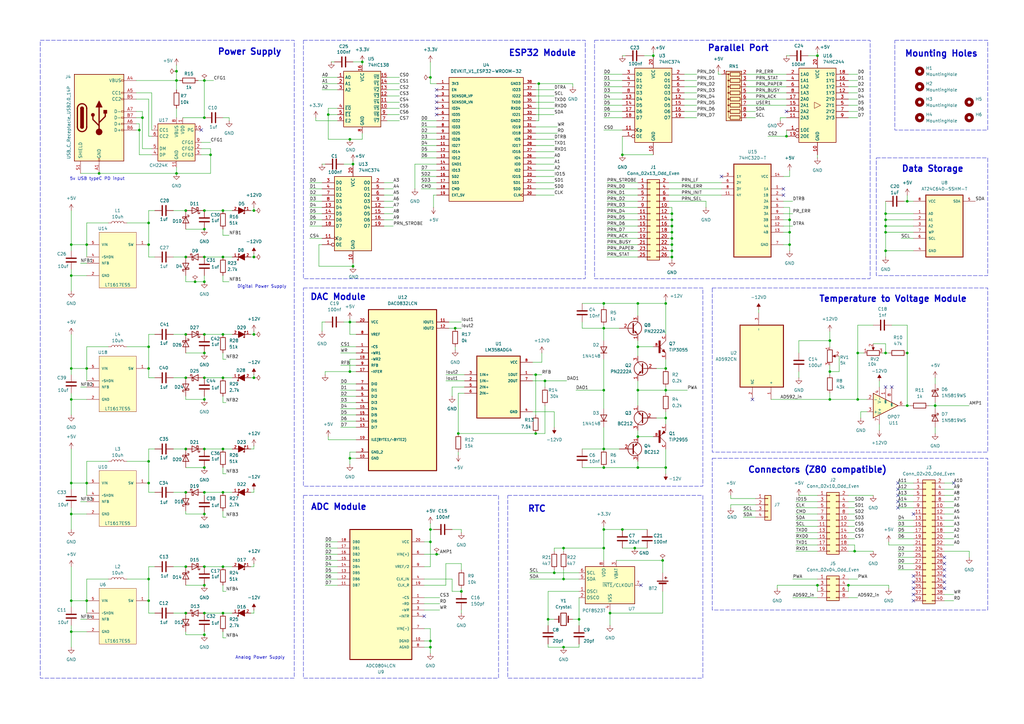
<source format=kicad_sch>
(kicad_sch (version 20231120) (generator "eeschema") (generator_version "8.0")
  (paper "A3")
  (title_block (title "ESP32 Temperature Control Board") (date "2025-02-22") (company "Wang Sutong"))
  (lib_symbols
    (symbol "74HC32D-T_1" (pin_names (offset 1.016))
      (property "Reference" "U" (at -5.4723 17.8168 0))
      (property "Value" "74HC32D-T" (at -4.9163 -27.1544 0))
      (symbol "74HC32D-T_1_0_0"
        (pin input line (at -17.78 5.08 0) (length 5.08) (name "1A") (number "1"))
        (pin input line (at -17.78 -7.62 0) (length 5.08) (name "3B") (number "10"))
        (pin output line (at 7.62 2.54 180) (length 5.08) (name "4Y") (number "11"))
        (pin input line (at -17.78 -10.16 0) (length 5.08) (name "4A") (number "12"))
        (pin input line (at -17.78 -12.7 0) (length 5.08) (name "4B") (number "13"))
        (pin power_in line (at -17.78 10.16 0) (length 5.08) (name "VCC") (number "14"))
        (pin input line (at -17.78 2.54 0) (length 5.08) (name "1B") (number "2"))
        (pin output line (at 7.62 10.16 180) (length 5.08) (name "1Y") (number "3"))
        (pin input line (at -17.78 0 0) (length 5.08) (name "2A") (number "4"))
        (pin input line (at -17.78 -2.54 0) (length 5.08) (name "2B") (number "5"))
        (pin output line (at 7.62 7.62 180) (length 5.08) (name "2Y") (number "6"))
        (pin passive line (at -17.78 -17.78 0) (length 5.08) (name "GND") (number "7"))
        (pin output line (at 7.62 5.08 180) (length 5.08) (name "3Y") (number "8"))
        (pin input line (at -17.78 -5.08 0) (length 5.08) (name "3A") (number "9"))
      )
    )
    (symbol "74xx:74HC138"
      (property "Reference" "U" (at -7.62 13.97 0))
      (property "Value" "74HC138" (at 2.54 -11.43 0))
      (symbol "74HC138_1_1"
        (pin input line (at -10.16 10.16 0) (length 2.54) (name "A0") (number "1"))
        (pin output line (at 10.16 -2.54 180) (length 2.54) (name "~{Y5}") (number "10"))
        (pin output line (at 10.16 0 180) (length 2.54) (name "~{Y4}") (number "11"))
        (pin output line (at 10.16 2.54 180) (length 2.54) (name "~{Y3}") (number "12"))
        (pin output line (at 10.16 5.08 180) (length 2.54) (name "~{Y2}") (number "13"))
        (pin output line (at 10.16 7.62 180) (length 2.54) (name "~{Y1}") (number "14"))
        (pin output line (at 10.16 10.16 180) (length 2.54) (name "~{Y0}") (number "15"))
        (pin power_in line (at 0 15.24 270) (length 2.54) (name "VCC") (number "16"))
        (pin input line (at -10.16 7.62 0) (length 2.54) (name "A1") (number "2"))
        (pin input line (at -10.16 5.08 0) (length 2.54) (name "A2") (number "3"))
        (pin input line (at -10.16 -2.54 0) (length 2.54) (name "~{E0}") (number "4"))
        (pin input line (at -10.16 -5.08 0) (length 2.54) (name "~{E1}") (number "5"))
        (pin input line (at -10.16 -7.62 0) (length 2.54) (name "E2") (number "6"))
        (pin output line (at 10.16 -7.62 180) (length 2.54) (name "~{Y7}") (number "7"))
        (pin power_in line (at 0 -12.7 90) (length 2.54) (name "GND") (number "8"))
        (pin output line (at 10.16 -5.08 180) (length 2.54) (name "~{Y6}") (number "9"))
      )
    )
    (symbol "74xx:74HC244"
      (property "Reference" "U" (at -7.62 16.51 0))
      (property "Value" "74HC244" (at -7.62 -16.51 0))
      (symbol "74HC244_1_0"
        (pin input inverted (at -12.7 -10.16 0) (length 5.08) (name "1OE") (number "1"))
        (pin power_in line (at 0 -20.32 90) (length 5.08) (name "GND") (number "10"))
        (pin input line (at -12.7 -5.08 0) (length 5.08) (name "2A3") (number "11"))
        (pin tri_state line (at 12.7 5.08 180) (length 5.08) (name "1Y3") (number "12"))
        (pin input line (at -12.7 -2.54 0) (length 5.08) (name "2A2") (number "13"))
        (pin tri_state line (at 12.7 7.62 180) (length 5.08) (name "1Y2") (number "14"))
        (pin input line (at -12.7 0 0) (length 5.08) (name "2A1") (number "15"))
        (pin tri_state line (at 12.7 10.16 180) (length 5.08) (name "1Y1") (number "16"))
        (pin input line (at -12.7 2.54 0) (length 5.08) (name "2A0") (number "17"))
        (pin tri_state line (at 12.7 12.7 180) (length 5.08) (name "1Y0") (number "18"))
        (pin input inverted (at -12.7 -12.7 0) (length 5.08) (name "2OE") (number "19"))
        (pin input line (at -12.7 12.7 0) (length 5.08) (name "1A0") (number "2"))
        (pin power_in line (at 0 20.32 270) (length 5.08) (name "VCC") (number "20"))
        (pin tri_state line (at 12.7 2.54 180) (length 5.08) (name "2Y0") (number "3"))
        (pin input line (at -12.7 10.16 0) (length 5.08) (name "1A1") (number "4"))
        (pin tri_state line (at 12.7 0 180) (length 5.08) (name "2Y1") (number "5"))
        (pin input line (at -12.7 7.62 0) (length 5.08) (name "1A2") (number "6"))
        (pin tri_state line (at 12.7 -2.54 180) (length 5.08) (name "2Y2") (number "7"))
        (pin input line (at -12.7 5.08 0) (length 5.08) (name "1A3") (number "8"))
        (pin tri_state line (at 12.7 -5.08 180) (length 5.08) (name "2Y3") (number "9"))
      )
    )
    (symbol "74xx:74HC374"
      (property "Reference" "U" (at -7.62 16.51 0))
      (property "Value" "74HC374" (at -7.62 -16.51 0))
      (symbol "74HC374_1_0"
        (pin input inverted (at -12.7 -12.7 0) (length 5.08) (name "OE") (number "1"))
        (pin power_in line (at 0 -20.32 90) (length 5.08) (name "GND") (number "10"))
        (pin input clock (at -12.7 -10.16 0) (length 5.08) (name "Cp") (number "11"))
        (pin tri_state line (at 12.7 2.54 180) (length 5.08) (name "O4") (number "12"))
        (pin input line (at -12.7 2.54 0) (length 5.08) (name "D4") (number "13"))
        (pin input line (at -12.7 0 0) (length 5.08) (name "D5") (number "14"))
        (pin tri_state line (at 12.7 0 180) (length 5.08) (name "O5") (number "15"))
        (pin tri_state line (at 12.7 -2.54 180) (length 5.08) (name "O6") (number "16"))
        (pin input line (at -12.7 -2.54 0) (length 5.08) (name "D6") (number "17"))
        (pin input line (at -12.7 -5.08 0) (length 5.08) (name "D7") (number "18"))
        (pin tri_state line (at 12.7 -5.08 180) (length 5.08) (name "O7") (number "19"))
        (pin tri_state line (at 12.7 12.7 180) (length 5.08) (name "O0") (number "2"))
        (pin power_in line (at 0 20.32 270) (length 5.08) (name "VCC") (number "20"))
        (pin input line (at -12.7 12.7 0) (length 5.08) (name "D0") (number "3"))
        (pin input line (at -12.7 10.16 0) (length 5.08) (name "D1") (number "4"))
        (pin tri_state line (at 12.7 10.16 180) (length 5.08) (name "O1") (number "5"))
        (pin tri_state line (at 12.7 7.62 180) (length 5.08) (name "O2") (number "6"))
        (pin input line (at -12.7 7.62 0) (length 5.08) (name "D2") (number "7"))
        (pin input line (at -12.7 5.08 0) (length 5.08) (name "D3") (number "8"))
        (pin tri_state line (at 12.7 5.08 180) (length 5.08) (name "O3") (number "9"))
      )
    )
    (symbol "AD592CN:AD592CN" (pin_names (offset 1.016))
      (property "Reference" "U" (at -4.5851 7.2089 0))
      (property "Value" "AD592CN" (at -4.4747 -15.6362 0))
      (symbol "AD592CN_0_0"
        (pin passive line (at -17.78 0 0) (length 5.08) (name "+") (number "1"))
        (pin passive line (at -17.78 -7.62 0) (length 5.08) (name "NC") (number "2"))
        (pin passive line (at 17.78 -5.08 180) (length 5.08) (name "-") (number "3"))
      )
    )
    (symbol "ADC0804LCN:ADC0804LCN" (pin_names (offset 1.016))
      (property "Reference" "U" (at -5.8785 24.6338 0))
      (property "Value" "ADC0804LCN" (at -5.1859 -33.4032 0))
      (symbol "ADC0804LCN_0_0"
        (pin input line (at -17.78 -5.08 0) (length 5.08) (name "~CS") (number "1"))
        (pin passive line (at -17.78 -22.86 0) (length 5.08) (name "DGND") (number "10"))
        (pin passive line (at 17.78 0 180) (length 5.08) (name "DB7") (number "11"))
        (pin passive line (at 17.78 2.54 180) (length 5.08) (name "DB6") (number "12"))
        (pin passive line (at 17.78 5.08 180) (length 5.08) (name "DB5") (number "13"))
        (pin passive line (at 17.78 7.62 180) (length 5.08) (name "DB4") (number "14"))
        (pin passive line (at 17.78 10.16 180) (length 5.08) (name "DB3") (number "15"))
        (pin passive line (at 17.78 12.7 180) (length 5.08) (name "DB2") (number "16"))
        (pin passive line (at 17.78 15.24 180) (length 5.08) (name "DB1") (number "17"))
        (pin passive line (at 17.78 17.78 180) (length 5.08) (name "DB0") (number "18"))
        (pin input line (at -17.78 0 0) (length 5.08) (name "CLK_R") (number "19"))
        (pin input line (at -17.78 -7.62 0) (length 5.08) (name "~RD") (number "2"))
        (pin power_in line (at -17.78 17.78 0) (length 5.08) (name "VCC") (number "20"))
        (pin input line (at -17.78 -10.16 0) (length 5.08) (name "~WR") (number "3"))
        (pin input line (at -17.78 2.54 0) (length 5.08) (name "CLK_IN") (number "4"))
        (pin input line (at -17.78 -12.7 0) (length 5.08) (name "~INTR") (number "5"))
        (pin power_in line (at -17.78 12.7 0) (length 5.08) (name "VIN(+)") (number "6"))
        (pin power_in line (at -17.78 -17.78 0) (length 5.08) (name "VIN(-)") (number "7"))
        (pin passive line (at -17.78 -25.4 0) (length 5.08) (name "AGND") (number "8"))
        (pin input line (at -17.78 7.62 0) (length 5.08) (name "VREF/2") (number "9"))
      )
    )
    (symbol "AT24C64D-SSHM-T:AT24C64D-SSHM-T" (pin_names (offset 1.016))
      (property "Reference" "U" (at -5.499 13.8493 0))
      (property "Value" "AT24C64D-SSHM-T" (at -22.098 -18.288 0))
      (symbol "AT24C64D-SSHM-T_0_0"
        (pin input line (at -25.4 2.54 0) (length 5.08) (name "A0") (number "1"))
        (pin input line (at -25.4 0 0) (length 5.08) (name "A1") (number "2"))
        (pin input line (at -25.4 -2.54 0) (length 5.08) (name "A2") (number "3"))
        (pin passive line (at -25.4 -12.7 0) (length 5.08) (name "GND") (number "4"))
        (pin bidirectional line (at 0 7.62 180) (length 5.08) (name "SDA") (number "5"))
        (pin input line (at -25.4 -7.62 0) (length 5.08) (name "SCL") (number "6"))
        (pin input line (at -25.4 -5.08 0) (length 5.08) (name "WP") (number "7"))
        (pin power_in line (at -25.4 7.62 0) (length 5.08) (name "VCC") (number "8"))
      )
    )
    (symbol "Amplifier_Operational:OP07" (pin_names (offset 0.127))
      (property "Reference" "U" (at 1.27 6.35 0))
      (property "Value" "OP07" (at 1.27 3.81 0))
      (symbol "OP07_1_1"
        (pin input line (at 0 -7.62 90) (length 5.08) (name "VOS") (number "1"))
        (pin input line (at -7.62 -2.54 0) (length 2.54) (name "-") (number "2"))
        (pin input line (at -7.62 2.54 0) (length 2.54) (name "+") (number "3"))
        (pin power_in line (at -2.54 -7.62 90) (length 3.81) (name "V-") (number "4"))
        (pin no_connect line (at 0 2.54 270) (length 2.54) hide (name "NC") (number "5"))
        (pin output line (at 7.62 0 180) (length 2.54) (name "~") (number "6"))
        (pin power_in line (at -2.54 7.62 270) (length 3.81) (name "V+") (number "7"))
        (pin input line (at 2.54 -7.62 90) (length 6.35) (name "VOS") (number "8"))
      )
    )
    (symbol "BC212_1" (pin_names (offset 0) hide)
      (property "Reference" "Q" (at 5.08 1.905 0))
      (property "Value" "BC212" (at 5.08 0 0))
      (symbol "BC212_1_1_1"
        (pin passive line (at 2.54 -5.08 90) (length 2.54) (name "E") (number "1"))
        (pin input line (at -5.08 0 0) (length 5.715) (name "B") (number "2"))
        (pin passive line (at 2.54 5.08 270) (length 2.54) (name "C") (number "3"))
      )
    )
    (symbol "Connector:USB_C_Receptacle_USB2.0_14P" (pin_names (offset 1.016))
      (property "Reference" "J" (at 0 22.225 0))
      (property "Value" "USB_C_Receptacle_USB2.0_14P" (at 0 19.685 0))
      (symbol "USB_C_Receptacle_USB2.0_14P_1_1"
        (pin passive line (at 0 -22.86 90) (length 5.08) (name "GND") (number "A1"))
        (pin passive line (at 0 -22.86 90) (length 5.08) hide (name "GND") (number "A12"))
        (pin passive line (at 15.24 15.24 180) (length 5.08) (name "VBUS") (number "A4"))
        (pin bidirectional line (at 15.24 10.16 180) (length 5.08) (name "CC1") (number "A5"))
        (pin bidirectional line (at 15.24 -2.54 180) (length 5.08) (name "D+") (number "A6"))
        (pin bidirectional line (at 15.24 2.54 180) (length 5.08) (name "D-") (number "A7"))
        (pin passive line (at 15.24 15.24 180) (length 5.08) hide (name "VBUS") (number "A9"))
        (pin passive line (at 0 -22.86 90) (length 5.08) hide (name "GND") (number "B1"))
        (pin passive line (at 0 -22.86 90) (length 5.08) hide (name "GND") (number "B12"))
        (pin passive line (at 15.24 15.24 180) (length 5.08) hide (name "VBUS") (number "B4"))
        (pin bidirectional line (at 15.24 7.62 180) (length 5.08) (name "CC2") (number "B5"))
        (pin bidirectional line (at 15.24 -5.08 180) (length 5.08) (name "D+") (number "B6"))
        (pin bidirectional line (at 15.24 0 180) (length 5.08) (name "D-") (number "B7"))
        (pin passive line (at 15.24 15.24 180) (length 5.08) hide (name "VBUS") (number "B9"))
        (pin passive line (at -7.62 -22.86 90) (length 5.08) (name "SHIELD") (number "S1"))
      )
    )
    (symbol "Connector_Generic:Conn_01x04" (pin_names (offset 1.016) hide)
      (property "Reference" "J" (at 0 5.08 0))
      (property "Value" "Conn_01x04" (at 0 -7.62 0))
      (symbol "Conn_01x04_1_1"
        (pin passive line (at -5.08 2.54 0) (length 3.81) (name "Pin_1") (number "1"))
        (pin passive line (at -5.08 0 0) (length 3.81) (name "Pin_2") (number "2"))
        (pin passive line (at -5.08 -2.54 0) (length 3.81) (name "Pin_3") (number "3"))
        (pin passive line (at -5.08 -5.08 0) (length 3.81) (name "Pin_4") (number "4"))
      )
    )
    (symbol "Connector_Generic:Conn_02x04_Odd_Even" (pin_names (offset 1.016) hide)
      (property "Reference" "J" (at 1.27 5.08 0))
      (property "Value" "Conn_02x04_Odd_Even" (at 1.27 -7.62 0))
      (symbol "Conn_02x04_Odd_Even_1_1"
        (pin passive line (at -5.08 2.54 0) (length 3.81) (name "Pin_1") (number "1"))
        (pin passive line (at 7.62 2.54 180) (length 3.81) (name "Pin_2") (number "2"))
        (pin passive line (at -5.08 0 0) (length 3.81) (name "Pin_3") (number "3"))
        (pin passive line (at 7.62 0 180) (length 3.81) (name "Pin_4") (number "4"))
        (pin passive line (at -5.08 -2.54 0) (length 3.81) (name "Pin_5") (number "5"))
        (pin passive line (at 7.62 -2.54 180) (length 3.81) (name "Pin_6") (number "6"))
        (pin passive line (at -5.08 -5.08 0) (length 3.81) (name "Pin_7") (number "7"))
        (pin passive line (at 7.62 -5.08 180) (length 3.81) (name "Pin_8") (number "8"))
      )
    )
    (symbol "Connector_Generic:Conn_02x10_Odd_Even" (pin_names (offset 1.016) hide)
      (property "Reference" "J" (at 1.27 12.7 0))
      (property "Value" "Conn_02x10_Odd_Even" (at 1.27 -15.24 0))
      (symbol "Conn_02x10_Odd_Even_1_1"
        (pin passive line (at -5.08 10.16 0) (length 3.81) (name "Pin_1") (number "1"))
        (pin passive line (at 7.62 0 180) (length 3.81) (name "Pin_10") (number "10"))
        (pin passive line (at -5.08 -2.54 0) (length 3.81) (name "Pin_11") (number "11"))
        (pin passive line (at 7.62 -2.54 180) (length 3.81) (name "Pin_12") (number "12"))
        (pin passive line (at -5.08 -5.08 0) (length 3.81) (name "Pin_13") (number "13"))
        (pin passive line (at 7.62 -5.08 180) (length 3.81) (name "Pin_14") (number "14"))
        (pin passive line (at -5.08 -7.62 0) (length 3.81) (name "Pin_15") (number "15"))
        (pin passive line (at 7.62 -7.62 180) (length 3.81) (name "Pin_16") (number "16"))
        (pin passive line (at -5.08 -10.16 0) (length 3.81) (name "Pin_17") (number "17"))
        (pin passive line (at 7.62 -10.16 180) (length 3.81) (name "Pin_18") (number "18"))
        (pin passive line (at -5.08 -12.7 0) (length 3.81) (name "Pin_19") (number "19"))
        (pin passive line (at 7.62 10.16 180) (length 3.81) (name "Pin_2") (number "2"))
        (pin passive line (at 7.62 -12.7 180) (length 3.81) (name "Pin_20") (number "20"))
        (pin passive line (at -5.08 7.62 0) (length 3.81) (name "Pin_3") (number "3"))
        (pin passive line (at 7.62 7.62 180) (length 3.81) (name "Pin_4") (number "4"))
        (pin passive line (at -5.08 5.08 0) (length 3.81) (name "Pin_5") (number "5"))
        (pin passive line (at 7.62 5.08 180) (length 3.81) (name "Pin_6") (number "6"))
        (pin passive line (at -5.08 2.54 0) (length 3.81) (name "Pin_7") (number "7"))
        (pin passive line (at 7.62 2.54 180) (length 3.81) (name "Pin_8") (number "8"))
        (pin passive line (at -5.08 0 0) (length 3.81) (name "Pin_9") (number "9"))
      )
    )
    (symbol "Connector_Generic:Conn_02x13_Odd_Even" (pin_names (offset 1.016) hide)
      (property "Reference" "J" (at 1.27 17.78 0))
      (property "Value" "Conn_02x13_Odd_Even" (at 1.27 -17.78 0))
      (symbol "Conn_02x13_Odd_Even_1_1"
        (pin passive line (at -5.08 15.24 0) (length 3.81) (name "Pin_1") (number "1"))
        (pin passive line (at 7.62 5.08 180) (length 3.81) (name "Pin_10") (number "10"))
        (pin passive line (at -5.08 2.54 0) (length 3.81) (name "Pin_11") (number "11"))
        (pin passive line (at 7.62 2.54 180) (length 3.81) (name "Pin_12") (number "12"))
        (pin passive line (at -5.08 0 0) (length 3.81) (name "Pin_13") (number "13"))
        (pin passive line (at 7.62 0 180) (length 3.81) (name "Pin_14") (number "14"))
        (pin passive line (at -5.08 -2.54 0) (length 3.81) (name "Pin_15") (number "15"))
        (pin passive line (at 7.62 -2.54 180) (length 3.81) (name "Pin_16") (number "16"))
        (pin passive line (at -5.08 -5.08 0) (length 3.81) (name "Pin_17") (number "17"))
        (pin passive line (at 7.62 -5.08 180) (length 3.81) (name "Pin_18") (number "18"))
        (pin passive line (at -5.08 -7.62 0) (length 3.81) (name "Pin_19") (number "19"))
        (pin passive line (at 7.62 15.24 180) (length 3.81) (name "Pin_2") (number "2"))
        (pin passive line (at 7.62 -7.62 180) (length 3.81) (name "Pin_20") (number "20"))
        (pin passive line (at -5.08 -10.16 0) (length 3.81) (name "Pin_21") (number "21"))
        (pin passive line (at 7.62 -10.16 180) (length 3.81) (name "Pin_22") (number "22"))
        (pin passive line (at -5.08 -12.7 0) (length 3.81) (name "Pin_23") (number "23"))
        (pin passive line (at 7.62 -12.7 180) (length 3.81) (name "Pin_24") (number "24"))
        (pin passive line (at -5.08 -15.24 0) (length 3.81) (name "Pin_25") (number "25"))
        (pin passive line (at 7.62 -15.24 180) (length 3.81) (name "Pin_26") (number "26"))
        (pin passive line (at -5.08 12.7 0) (length 3.81) (name "Pin_3") (number "3"))
        (pin passive line (at 7.62 12.7 180) (length 3.81) (name "Pin_4") (number "4"))
        (pin passive line (at -5.08 10.16 0) (length 3.81) (name "Pin_5") (number "5"))
        (pin passive line (at 7.62 10.16 180) (length 3.81) (name "Pin_6") (number "6"))
        (pin passive line (at -5.08 7.62 0) (length 3.81) (name "Pin_7") (number "7"))
        (pin passive line (at 7.62 7.62 180) (length 3.81) (name "Pin_8") (number "8"))
        (pin passive line (at -5.08 5.08 0) (length 3.81) (name "Pin_9") (number "9"))
      )
    )
    (symbol "Connector_Generic:Conn_02x20_Odd_Even" (pin_names (offset 1.016) hide)
      (property "Reference" "J" (at 1.27 25.4 0))
      (property "Value" "Conn_02x20_Odd_Even" (at 1.27 -27.94 0))
      (symbol "Conn_02x20_Odd_Even_1_1"
        (pin passive line (at -5.08 22.86 0) (length 3.81) (name "Pin_1") (number "1"))
        (pin passive line (at 7.62 12.7 180) (length 3.81) (name "Pin_10") (number "10"))
        (pin passive line (at -5.08 10.16 0) (length 3.81) (name "Pin_11") (number "11"))
        (pin passive line (at 7.62 10.16 180) (length 3.81) (name "Pin_12") (number "12"))
        (pin passive line (at -5.08 7.62 0) (length 3.81) (name "Pin_13") (number "13"))
        (pin passive line (at 7.62 7.62 180) (length 3.81) (name "Pin_14") (number "14"))
        (pin passive line (at -5.08 5.08 0) (length 3.81) (name "Pin_15") (number "15"))
        (pin passive line (at 7.62 5.08 180) (length 3.81) (name "Pin_16") (number "16"))
        (pin passive line (at -5.08 2.54 0) (length 3.81) (name "Pin_17") (number "17"))
        (pin passive line (at 7.62 2.54 180) (length 3.81) (name "Pin_18") (number "18"))
        (pin passive line (at -5.08 0 0) (length 3.81) (name "Pin_19") (number "19"))
        (pin passive line (at 7.62 22.86 180) (length 3.81) (name "Pin_2") (number "2"))
        (pin passive line (at 7.62 0 180) (length 3.81) (name "Pin_20") (number "20"))
        (pin passive line (at -5.08 -2.54 0) (length 3.81) (name "Pin_21") (number "21"))
        (pin passive line (at 7.62 -2.54 180) (length 3.81) (name "Pin_22") (number "22"))
        (pin passive line (at -5.08 -5.08 0) (length 3.81) (name "Pin_23") (number "23"))
        (pin passive line (at 7.62 -5.08 180) (length 3.81) (name "Pin_24") (number "24"))
        (pin passive line (at -5.08 -7.62 0) (length 3.81) (name "Pin_25") (number "25"))
        (pin passive line (at 7.62 -7.62 180) (length 3.81) (name "Pin_26") (number "26"))
        (pin passive line (at -5.08 -10.16 0) (length 3.81) (name "Pin_27") (number "27"))
        (pin passive line (at 7.62 -10.16 180) (length 3.81) (name "Pin_28") (number "28"))
        (pin passive line (at -5.08 -12.7 0) (length 3.81) (name "Pin_29") (number "29"))
        (pin passive line (at -5.08 20.32 0) (length 3.81) (name "Pin_3") (number "3"))
        (pin passive line (at 7.62 -12.7 180) (length 3.81) (name "Pin_30") (number "30"))
        (pin passive line (at -5.08 -15.24 0) (length 3.81) (name "Pin_31") (number "31"))
        (pin passive line (at 7.62 -15.24 180) (length 3.81) (name "Pin_32") (number "32"))
        (pin passive line (at -5.08 -17.78 0) (length 3.81) (name "Pin_33") (number "33"))
        (pin passive line (at 7.62 -17.78 180) (length 3.81) (name "Pin_34") (number "34"))
        (pin passive line (at -5.08 -20.32 0) (length 3.81) (name "Pin_35") (number "35"))
        (pin passive line (at 7.62 -20.32 180) (length 3.81) (name "Pin_36") (number "36"))
        (pin passive line (at -5.08 -22.86 0) (length 3.81) (name "Pin_37") (number "37"))
        (pin passive line (at 7.62 -22.86 180) (length 3.81) (name "Pin_38") (number "38"))
        (pin passive line (at -5.08 -25.4 0) (length 3.81) (name "Pin_39") (number "39"))
        (pin passive line (at 7.62 20.32 180) (length 3.81) (name "Pin_4") (number "4"))
        (pin passive line (at 7.62 -25.4 180) (length 3.81) (name "Pin_40") (number "40"))
        (pin passive line (at -5.08 17.78 0) (length 3.81) (name "Pin_5") (number "5"))
        (pin passive line (at 7.62 17.78 180) (length 3.81) (name "Pin_6") (number "6"))
        (pin passive line (at -5.08 15.24 0) (length 3.81) (name "Pin_7") (number "7"))
        (pin passive line (at 7.62 15.24 180) (length 3.81) (name "Pin_8") (number "8"))
        (pin passive line (at -5.08 12.7 0) (length 3.81) (name "Pin_9") (number "9"))
      )
    )
    (symbol "DAC0832LCN:DAC0832LCN" (pin_names (offset 1.016))
      (property "Reference" "U" (at -6.9446 32.637 0))
      (property "Value" "DAC0832LCN" (at -12.192 -38.862 0))
      (symbol "DAC0832LCN_0_0"
        (pin input line (at -25.4 15.24 0) (length 5.08) (name "~CS") (number "1"))
        (pin passive line (at -25.4 -30.48 0) (length 5.08) (name "GND") (number "10"))
        (pin output line (at 12.7 25.4 180) (length 5.08) (name "IOUT1") (number "11"))
        (pin output line (at 12.7 22.86 180) (length 5.08) (name "IOUT2") (number "12"))
        (pin input line (at -25.4 -17.78 0) (length 5.08) (name "DI7") (number "13"))
        (pin input line (at -25.4 -15.24 0) (length 5.08) (name "DI6") (number "14"))
        (pin input line (at -25.4 -12.7 0) (length 5.08) (name "DI5") (number "15"))
        (pin input line (at -25.4 -10.16 0) (length 5.08) (name "DI4") (number "16"))
        (pin input line (at -25.4 5.08 0) (length 5.08) (name "~XFER") (number "17"))
        (pin input line (at -25.4 10.16 0) (length 5.08) (name "~WR2") (number "18"))
        (pin input line (at -25.4 -22.86 0) (length 5.08) (name "ILE(BYTE1/~BYTE2)") (number "19"))
        (pin input line (at -25.4 12.7 0) (length 5.08) (name "~WR1") (number "2"))
        (pin power_in line (at -25.4 25.4 0) (length 5.08) (name "VCC") (number "20"))
        (pin passive line (at -25.4 -27.94 0) (length 5.08) (name "GND_2") (number "3"))
        (pin input line (at -25.4 -7.62 0) (length 5.08) (name "DI3") (number "4"))
        (pin input line (at -25.4 -5.08 0) (length 5.08) (name "DI2") (number "5"))
        (pin input line (at -25.4 -2.54 0) (length 5.08) (name "DI1") (number "6"))
        (pin input line (at -25.4 0 0) (length 5.08) (name "DI0") (number "7"))
        (pin input line (at -25.4 20.32 0) (length 5.08) (name "VREF") (number "8"))
        (pin passive line (at -25.4 7.62 0) (length 5.08) (name "RFB") (number "9"))
      )
    )
    (symbol "DEVKIT_V1_ESP32-WROOM-32:DEVKIT_V1_ESP32-WROOM-32" (pin_names (offset 1.016))
      (property "Reference" "U" (at -15.2572 26.0643 0))
      (property "Value" "DEVKIT_V1_ESP32-WROOM-32" (at -15.2563 -27.9698 0))
      (symbol "DEVKIT_V1_ESP32-WROOM-32_0_0"
        (pin power_in line (at -20.32 22.86 0) (length 5.08) (name "3V3") (number "1"))
        (pin bidirectional line (at -20.32 0 0) (length 5.08) (name "IO26") (number "10"))
        (pin bidirectional line (at -20.32 -2.54 0) (length 5.08) (name "IO27") (number "11"))
        (pin bidirectional line (at -20.32 -5.08 0) (length 5.08) (name "IO14") (number "12"))
        (pin bidirectional line (at -20.32 -7.62 0) (length 5.08) (name "IO12") (number "13"))
        (pin power_in line (at -20.32 -10.16 0) (length 5.08) (name "GND1") (number "14"))
        (pin bidirectional line (at -20.32 -12.7 0) (length 5.08) (name "IO13") (number "15"))
        (pin bidirectional line (at -20.32 -15.24 0) (length 5.08) (name "SD2") (number "16"))
        (pin bidirectional line (at -20.32 -17.78 0) (length 5.08) (name "SD3") (number "17"))
        (pin bidirectional line (at -20.32 -20.32 0) (length 5.08) (name "CMD") (number "18"))
        (pin power_in line (at -20.32 -22.86 0) (length 5.08) (name "EXT_5V") (number "19"))
        (pin input line (at -20.32 20.32 0) (length 5.08) (name "EN") (number "2"))
        (pin input clock (at 20.32 -22.86 180) (length 5.08) (name "CLK") (number "20"))
        (pin bidirectional line (at 20.32 -20.32 180) (length 5.08) (name "SD0") (number "21"))
        (pin bidirectional line (at 20.32 -17.78 180) (length 5.08) (name "SD1") (number "22"))
        (pin bidirectional line (at 20.32 -15.24 180) (length 5.08) (name "IO15") (number "23"))
        (pin bidirectional line (at 20.32 -12.7 180) (length 5.08) (name "IO2") (number "24"))
        (pin bidirectional line (at 20.32 -10.16 180) (length 5.08) (name "IO0") (number "25"))
        (pin bidirectional line (at 20.32 -7.62 180) (length 5.08) (name "IO4") (number "26"))
        (pin bidirectional line (at 20.32 -5.08 180) (length 5.08) (name "IO16") (number "27"))
        (pin bidirectional line (at 20.32 -2.54 180) (length 5.08) (name "IO17") (number "28"))
        (pin bidirectional line (at 20.32 0 180) (length 5.08) (name "IO5") (number "29"))
        (pin input line (at -20.32 17.78 0) (length 5.08) (name "SENSOR_VP") (number "3"))
        (pin bidirectional line (at 20.32 2.54 180) (length 5.08) (name "IO18") (number "30"))
        (pin bidirectional line (at 20.32 5.08 180) (length 5.08) (name "IO19") (number "31"))
        (pin power_in line (at 20.32 7.62 180) (length 5.08) (name "GND2") (number "32"))
        (pin bidirectional line (at 20.32 10.16 180) (length 5.08) (name "IO21") (number "33"))
        (pin input line (at 20.32 12.7 180) (length 5.08) (name "RXD0") (number "34"))
        (pin output line (at 20.32 15.24 180) (length 5.08) (name "TXD0") (number "35"))
        (pin bidirectional line (at 20.32 17.78 180) (length 5.08) (name "IO22") (number "36"))
        (pin bidirectional line (at 20.32 20.32 180) (length 5.08) (name "IO23") (number "37"))
        (pin power_in line (at 20.32 22.86 180) (length 5.08) (name "GND3") (number "38"))
        (pin input line (at -20.32 15.24 0) (length 5.08) (name "SENSOR_VN") (number "4"))
        (pin bidirectional line (at -20.32 12.7 0) (length 5.08) (name "IO34") (number "5"))
        (pin bidirectional line (at -20.32 10.16 0) (length 5.08) (name "IO35") (number "6"))
        (pin bidirectional line (at -20.32 7.62 0) (length 5.08) (name "IO32") (number "7"))
        (pin bidirectional line (at -20.32 5.08 0) (length 5.08) (name "IO33") (number "8"))
        (pin bidirectional line (at -20.32 2.54 0) (length 5.08) (name "IO25") (number "9"))
      )
    )
    (symbol "Device:Battery_Cell" (pin_numbers hide) (pin_names (offset 0) hide)
      (property "Reference" "BT" (at 2.54 2.54 0))
      (property "Value" "Battery_Cell" (at 2.54 0 0))
      (symbol "Battery_Cell_1_1"
        (pin passive line (at 0 5.08 270) (length 2.54) (name "+") (number "1"))
        (pin passive line (at 0 -2.54 90) (length 2.54) (name "-") (number "2"))
      )
    )
    (symbol "Device:C" (pin_numbers hide) (pin_names (offset 0.254))
      (property "Reference" "C" (at 0.635 2.54 0))
      (property "Value" "C" (at 0.635 -2.54 0))
      (symbol "C_1_1"
        (pin passive line (at 0 3.81 270) (length 2.794) (name "~") (number "1"))
        (pin passive line (at 0 -3.81 90) (length 2.794) (name "~") (number "2"))
      )
    )
    (symbol "Device:Crystal" (pin_numbers hide) (pin_names (offset 1.016) hide)
      (property "Reference" "Y" (at 0 3.81 0))
      (property "Value" "Crystal" (at 0 -3.81 0))
      (symbol "Crystal_1_1"
        (pin passive line (at -3.81 0 0) (length 1.27) (name "1") (number "1"))
        (pin passive line (at 3.81 0 180) (length 1.27) (name "2") (number "2"))
      )
    )
    (symbol "Device:L" (pin_numbers hide) (pin_names (offset 1.016) hide)
      (property "Reference" "L" (at -1.27 0 90))
      (property "Value" "L" (at 1.905 0 90))
      (symbol "L_1_1"
        (pin passive line (at 0 3.81 270) (length 1.27) (name "1") (number "1"))
        (pin passive line (at 0 -3.81 90) (length 1.27) (name "2") (number "2"))
      )
    )
    (symbol "Device:R" (pin_numbers hide) (pin_names (offset 0))
      (property "Reference" "R" (at 2.032 0 90))
      (property "Value" "R" (at 0 0 90))
      (symbol "R_1_1"
        (pin passive line (at 0 3.81 270) (length 1.27) (name "~") (number "1"))
        (pin passive line (at 0 -3.81 90) (length 1.27) (name "~") (number "2"))
      )
    )
    (symbol "Device:R_Network08" (pin_names (offset 0) hide)
      (property "Reference" "RN" (at -12.7 0 90))
      (property "Value" "R_Network08" (at 10.16 0 90))
      (symbol "R_Network08_1_1"
        (pin passive line (at -10.16 5.08 270) (length 2.54) (name "common") (number "1"))
        (pin passive line (at -10.16 -5.08 90) (length 1.27) (name "R1") (number "2"))
        (pin passive line (at -7.62 -5.08 90) (length 1.27) (name "R2") (number "3"))
        (pin passive line (at -5.08 -5.08 90) (length 1.27) (name "R3") (number "4"))
        (pin passive line (at -2.54 -5.08 90) (length 1.27) (name "R4") (number "5"))
        (pin passive line (at 0 -5.08 90) (length 1.27) (name "R5") (number "6"))
        (pin passive line (at 2.54 -5.08 90) (length 1.27) (name "R6") (number "7"))
        (pin passive line (at 5.08 -5.08 90) (length 1.27) (name "R7") (number "8"))
        (pin passive line (at 7.62 -5.08 90) (length 1.27) (name "R8") (number "9"))
      )
    )
    (symbol "Device:R_Potentiometer" (pin_names (offset 1.016) hide)
      (property "Reference" "RV" (at -4.445 0 90))
      (property "Value" "R_Potentiometer" (at -2.54 0 90))
      (symbol "R_Potentiometer_1_1"
        (pin passive line (at 0 3.81 270) (length 1.27) (name "1") (number "1"))
        (pin passive line (at 3.81 0 180) (length 1.27) (name "2") (number "2"))
        (pin passive line (at 0 -3.81 90) (length 1.27) (name "3") (number "3"))
      )
    )
    (symbol "Diode:1N4148" (pin_numbers hide) (pin_names hide)
      (property "Reference" "D" (at 0 2.54 0))
      (property "Value" "1N4148" (at 0 -2.54 0))
      (symbol "1N4148_1_1"
        (pin passive line (at -3.81 0 0) (length 2.54) (name "K") (number "1"))
        (pin passive line (at 3.81 0 180) (length 2.54) (name "A") (number "2"))
      )
    )
    (symbol "Diode:1N5819WS" (pin_numbers hide) (pin_names (offset 1.016) hide)
      (property "Reference" "D" (at 0 2.54 0))
      (property "Value" "1N5819WS" (at 0 -2.54 0))
      (symbol "1N5819WS_1_1"
        (pin passive line (at -3.81 0 0) (length 2.54) (name "K") (number "1"))
        (pin passive line (at 3.81 0 180) (length 2.54) (name "A") (number "2"))
      )
    )
    (symbol "Diode:1N5822" (pin_numbers hide) (pin_names (offset 1.016) hide)
      (property "Reference" "D" (at 0 2.54 0))
      (property "Value" "1N5822" (at 0 -2.54 0))
      (symbol "1N5822_1_1"
        (pin passive line (at -3.81 0 0) (length 2.54) (name "K") (number "1"))
        (pin passive line (at 3.81 0 180) (length 2.54) (name "A") (number "2"))
      )
    )
    (symbol "GND_1" (power) (pin_numbers hide) (pin_names (offset 0) hide)
      (property "Value" "GND" (at 0 -3.81 0))
      (symbol "GND_1_1_1"
        (pin power_in line (at 0 0 270) (length 0) (name "~") (number "1"))
      )
    )
    (symbol "Interface_USB:CH224K"
      (property "Reference" "U" (at -7.874 -8.89 0))
      (property "Value" "CH224K" (at 3.048 -8.89 0))
      (symbol "CH224K_1_1"
        (pin power_in line (at 2.54 10.16 270) (length 2.54) (name "VDD") (number "1"))
        (pin open_collector line (at 10.16 5.08 180) (length 2.54) (name "PG") (number "10"))
        (pin power_in line (at 0 -10.16 90) (length 2.54) (name "GND") (number "11"))
        (pin passive line (at 10.16 -2.54 180) (length 2.54) (name "CFG2") (number "2"))
        (pin passive line (at 10.16 -5.08 180) (length 2.54) (name "CFG3") (number "3"))
        (pin bidirectional line (at -10.16 -5.08 0) (length 2.54) (name "DP") (number "4"))
        (pin bidirectional line (at -10.16 -2.54 0) (length 2.54) (name "DM") (number "5"))
        (pin bidirectional line (at -10.16 2.54 0) (length 2.54) (name "CC2") (number "6"))
        (pin bidirectional line (at -10.16 5.08 0) (length 2.54) (name "CC1") (number "7"))
        (pin passive line (at 0 10.16 270) (length 2.54) (name "VBUS") (number "8"))
        (pin passive line (at 10.16 0 180) (length 2.54) (name "CFG1") (number "9"))
      )
    )
    (symbol "LM358ADG4:LM358ADG4" (pin_names (offset 1.016))
      (property "Reference" "U" (at -12.7 13.7 0))
      (property "Value" "LM358ADG4" (at -10.414 -16.256 0))
      (symbol "LM358ADG4_0_0"
        (pin output line (at 10.16 5.08 180) (length 5.08) (name "1OUT") (number "1"))
        (pin input line (at -17.78 2.54 0) (length 5.08) (name "1IN-") (number "2"))
        (pin input line (at -17.78 5.08 0) (length 5.08) (name "1IN+") (number "3"))
        (pin power_in line (at 10.16 -10.16 180) (length 5.08) (name "GND") (number "4"))
        (pin input line (at -17.78 0 0) (length 5.08) (name "2IN+") (number "5"))
        (pin input line (at -17.78 -2.54 0) (length 5.08) (name "2IN-") (number "6"))
        (pin output line (at 10.16 2.54 180) (length 5.08) (name "2OUT") (number "7"))
        (pin power_in line (at 10.16 10.16 180) (length 5.08) (name "VCC") (number "8"))
      )
    )
    (symbol "LT1617ES5:LT1617ES5" (pin_names (offset 1.016))
      (property "Reference" "U" (at 12.8524 6.4516 0))
      (property "Value" "LT1617ES5" (at 13.0556 -20.574 0))
      (symbol "LT1617ES5_0_0"
        (pin output line (at 25.4 0 180) (length 5.08) (name "SW") (number "1"))
        (pin passive line (at 0 -12.7 0) (length 5.08) (name "GND") (number "2"))
        (pin input line (at 0 -7.62 0) (length 5.08) (name "NFB") (number "3"))
        (pin input line (at 0 -5.08 0) (length 5.08) (name "~SHDN") (number "4"))
        (pin power_in line (at 0 0 0) (length 5.08) (name "VIN") (number "5"))
      )
    )
    (symbol "Mechanical:MountingHole" (pin_names (offset 1.016)) (exclude_from_sim yes) (in_bom no)
      (property "Reference" "H" (at 0 5.08 0))
      (property "Value" "MountingHole" (at 0 3.175 0))
    )
    (symbol "SS54-HF:SS54-HF" (pin_names (offset 1.016))
      (property "Reference" "D" (at -2.54 6.35 0))
      (property "Value" "SS54-HF" (at -2.54 3.81 0))
      (symbol "SS54-HF_0_0"
        (pin bidirectional line (at -2.54 0 0) (length 2.54) (name "~") (number "1"))
        (pin bidirectional line (at 5.08 0 180) (length 2.54) (name "~") (number "2"))
      )
    )
    (symbol "TIP2955:TIP2955" (pin_names (offset 1.016))
      (property "Reference" "Q" (at 5.08 2.54 0))
      (property "Value" "TIP2955" (at 5.08 0 0))
      (symbol "TIP2955_0_0"
        (pin passive line (at -2.54 0 0) (length 2.54) (name "~") (number "B"))
        (pin passive line (at 2.54 -5.08 90) (length 2.54) (name "~") (number "C"))
        (pin passive line (at 2.54 5.08 270) (length 2.54) (name "~") (number "E"))
      )
    )
    (symbol "TIP3055:TIP3055" (pin_names (offset 1.016))
      (property "Reference" "Q" (at 5.0865 2.5433 0))
      (property "Value" "TIP3055" (at 5.0806 0 0))
      (symbol "TIP3055_0_0"
        (pin passive line (at -2.54 0 0) (length 2.54) (name "~") (number "B"))
        (pin passive line (at 2.54 5.08 270) (length 2.54) (name "~") (number "C"))
        (pin passive line (at 2.54 -5.08 90) (length 2.54) (name "~") (number "E"))
      )
    )
    (symbol "Timer_RTC:PCF8523T"
      (property "Reference" "U" (at -10.16 8.89 0))
      (property "Value" "PCF8523T" (at 3.81 8.89 0))
      (symbol "PCF8523T_1_1"
        (pin input line (at -12.7 -2.54 0) (length 2.54) (name "OSCI") (number "1"))
        (pin output line (at -12.7 -5.08 0) (length 2.54) (name "OSCO") (number "2"))
        (pin power_in line (at 2.54 10.16 270) (length 2.54) (name "VBAT") (number "3"))
        (pin power_in line (at 0 -10.16 90) (length 2.54) (name "VSS") (number "4"))
        (pin bidirectional line (at -12.7 2.54 0) (length 2.54) (name "SDA") (number "5"))
        (pin input line (at -12.7 5.08 0) (length 2.54) (name "SCL") (number "6"))
        (pin open_collector line (at 12.7 0 180) (length 2.54) (name "~{INT1}/CLKOUT") (number "7"))
        (pin power_in line (at -2.54 10.16 270) (length 2.54) (name "VDD") (number "8"))
      )
    )
    (symbol "Transistor_BJT:PN2222A" (pin_names (offset 0) hide)
      (property "Reference" "Q" (at 5.08 1.905 0))
      (property "Value" "PN2222A" (at 5.08 0 0))
      (symbol "PN2222A_1_1"
        (pin passive line (at 2.54 -5.08 90) (length 2.54) (name "E") (number "1"))
        (pin input line (at -5.08 0 0) (length 5.08) (name "B") (number "2"))
        (pin passive line (at 2.54 5.08 270) (length 2.54) (name "C") (number "3"))
      )
    )
    (symbol "power:+12V" (power) (pin_numbers hide) (pin_names (offset 0) hide)
      (property "Value" "+12V" (at 0 3.556 0))
      (symbol "+12V_1_1"
        (pin power_in line (at 0 0 90) (length 0) (name "~") (number "1"))
      )
    )
    (symbol "power:+3.3V" (power) (pin_numbers hide) (pin_names (offset 0) hide)
      (property "Value" "+3.3V" (at 0 3.556 0))
      (symbol "+3.3V_1_1"
        (pin power_in line (at 0 0 90) (length 0) (name "~") (number "1"))
      )
    )
    (symbol "power:+5V" (power) (pin_numbers hide) (pin_names (offset 0) hide)
      (property "Value" "+5V" (at 0 3.556 0))
      (symbol "+5V_1_1"
        (pin power_in line (at 0 0 90) (length 0) (name "~") (number "1"))
      )
    )
    (symbol "power:-12V" (power) (pin_numbers hide) (pin_names (offset 0) hide)
      (property "Value" "-12V" (at 0 3.556 0))
      (symbol "-12V_0_0"
        (pin power_in line (at 0 0 90) (length 0) (name "~") (number "1"))
      )
    )
    (symbol "power:GND" (power) (pin_numbers hide) (pin_names (offset 0) hide)
      (property "Value" "GND" (at 0 -3.81 0))
      (symbol "GND_1_1"
        (pin power_in line (at 0 0 270) (length 0) (name "~") (number "1"))
      )
    )
    (symbol "power:PWR_FLAG" (power) (pin_numbers hide) (pin_names (offset 0) hide)
      (property "Value" "PWR_FLAG" (at 0 3.81 0))
      (symbol "PWR_FLAG_0_0"
        (pin power_out line (at 0 0 90) (length 0) (name "~") (number "1"))
      )
    )
  )
  (junction (at 148.59 25.4))
  (junction (at 76.2 154.94))
  (junction (at 60.96 100.33))
  (junction (at 29.21 210.82))
  (junction (at 29.21 151.13))
  (junction (at 143.51 152.4))
  (junction (at 83.82 191.77))
  (junction (at 60.96 91.44))
  (junction (at 57.15 53.34))
  (junction (at 91.44 232.41))
  (junction (at 83.82 154.94))
  (junction (at 273.05 151.13))
  (junction (at 247.65 191.77))
  (junction (at 60.96 151.13))
  (junction (at 83.82 232.41))
  (junction (at 340.36 152.4))
  (junction (at 72.39 29.21))
  (junction (at 176.53 222.25))
  (junction (at 83.82 260.35))
  (junction (at 363.22 87.63))
  (junction (at 83.82 144.78))
  (junction (at 83.82 137.16))
  (junction (at 76.2 201.93))
  (junction (at 176.53 262.89))
  (junction (at 186.69 134.62))
  (junction (at 76.2 184.15))
  (junction (at 83.82 163.83))
  (junction (at 72.39 33.02))
  (junction (at 275.59 95.25))
  (junction (at 83.82 105.41))
  (junction (at 275.59 97.79))
  (junction (at 275.59 105.41))
  (junction (at 134.62 46.99))
  (junction (at 267.97 22.86))
  (junction (at 83.82 184.15))
  (junction (at 273.05 191.77))
  (junction (at 261.62 124.46))
  (junction (at 275.59 102.87))
  (junction (at 143.51 187.96))
  (junction (at 275.59 100.33))
  (junction (at 83.82 201.93))
  (junction (at 143.51 57.15))
  (junction (at 227.33 234.95))
  (junction (at 323.85 95.25))
  (junction (at 91.44 184.15))
  (junction (at 60.96 246.38))
  (junction (at 60.96 237.49))
  (junction (at 104.14 154.94))
  (junction (at 91.44 86.36))
  (junction (at 261.62 160.02))
  (junction (at 219.71 177.8))
  (junction (at 83.82 86.36))
  (junction (at 255.27 217.17))
  (junction (at 323.85 90.17))
  (junction (at 255.27 63.5))
  (junction (at 261.62 179.07))
  (junction (at 60.96 198.12))
  (junction (at 372.11 82.55))
  (junction (at 275.59 92.71))
  (junction (at 363.22 102.87))
  (junction (at 29.21 113.03))
  (junction (at 176.53 31.75))
  (junction (at 247.65 217.17))
  (junction (at 83.82 240.03))
  (junction (at 189.23 242.57))
  (junction (at 83.82 115.57))
  (junction (at 247.65 134.62))
  (junction (at 322.58 55.88))
  (junction (at 83.82 251.46))
  (junction (at 179.07 227.33))
  (junction (at 104.14 137.16))
  (junction (at 260.35 224.79))
  (junction (at 187.96 177.8))
  (junction (at 247.65 160.02))
  (junction (at 35.56 151.13))
  (junction (at 29.21 163.83))
  (junction (at 35.56 198.12))
  (junction (at 83.82 33.02))
  (junction (at 363.22 92.71))
  (junction (at 275.59 90.17))
  (junction (at 76.2 86.36))
  (junction (at 273.05 124.46))
  (junction (at 29.21 198.12))
  (junction (at 40.64 71.12))
  (junction (at 29.21 259.08))
  (junction (at 372.11 144.78))
  (junction (at 363.22 90.17))
  (junction (at 231.14 237.49))
  (junction (at 104.14 86.36))
  (junction (at 72.39 71.12))
  (junction (at 340.36 163.83))
  (junction (at 372.11 166.37))
  (junction (at 231.14 224.79))
  (junction (at 143.51 132.08))
  (junction (at 83.82 48.26))
  (junction (at 383.54 166.37))
  (junction (at 91.44 201.93))
  (junction (at 104.14 105.41))
  (junction (at 83.82 210.82))
  (junction (at 91.44 137.16))
  (junction (at 273.05 171.45))
  (junction (at 247.65 124.46))
  (junction (at 231.14 265.43))
  (junction (at 60.96 142.24))
  (junction (at 271.78 229.87))
  (junction (at 176.53 217.17))
  (junction (at 35.56 100.33))
  (junction (at 224.79 254))
  (junction (at 91.44 154.94))
  (junction (at 273.05 160.02))
  (junction (at 363.22 95.25))
  (junction (at 219.71 153.67))
  (junction (at 340.36 139.7))
  (junction (at 176.53 265.43))
  (junction (at 335.28 22.86))
  (junction (at 76.2 105.41))
  (junction (at 220.98 34.29))
  (junction (at 275.59 87.63))
  (junction (at 261.62 142.24))
  (junction (at 351.79 144.78))
  (junction (at 80.01 115.57))
  (junction (at 250.19 251.46))
  (junction (at 29.21 246.38))
  (junction (at 76.2 232.41))
  (junction (at 76.2 137.16))
  (junction (at 35.56 246.38))
  (junction (at 350.52 226.06))
  (junction (at 58.42 48.26))
  (junction (at 144.78 109.22))
  (junction (at 335.28 240.03))
  (junction (at 351.79 163.83))
  (junction (at 261.62 191.77))
  (junction (at 83.82 93.98))
  (junction (at 91.44 251.46))
  (junction (at 223.52 156.21))
  (junction (at 323.85 100.33))
  (junction (at 247.65 184.15))
  (junction (at 91.44 105.41))
  (junction (at 29.21 100.33))
  (junction (at 363.22 144.78))
  (junction (at 86.36 63.5))
  (junction (at 247.65 224.79))
  (junction (at 76.2 251.46))
  (junction (at 347.98 240.03))
  (junction (at 144.78 67.31))
  (junction (at 60.96 189.23))
  (junction (at 237.49 254))
  (no_connect (at 262.89 240.03))
  (no_connect (at 387.35 238.76))
  (no_connect (at 179.07 44.45))
  (no_connect (at 179.07 41.91))
  (no_connect (at 368.3 203.2))
  (no_connect (at 387.35 241.3))
  (no_connect (at 363.22 158.75))
  (no_connect (at 368.3 198.12))
  (no_connect (at 179.07 36.83))
  (no_connect (at 179.07 39.37))
  (no_connect (at 322.58 45.72))
  (no_connect (at 387.35 236.22))
  (no_connect (at 308.61 163.83))
  (no_connect (at 368.3 208.28))
  (no_connect (at 374.65 236.22))
  (no_connect (at 374.65 238.76))
  (no_connect (at 391.16 198.12))
  (no_connect (at 368.3 205.74))
  (no_connect (at 368.3 200.66))
  (no_connect (at 374.65 243.84))
  (no_connect (at 387.35 231.14))
  (no_connect (at 321.31 77.47))
  (no_connect (at 365.76 158.75))
  (no_connect (at 82.55 53.34))
  (no_connect (at 374.65 210.82))
  (no_connect (at 321.31 80.01))
  (no_connect (at 179.07 46.99))
  (no_connect (at 387.35 233.68))
  (no_connect (at 295.91 72.39))
  (no_connect (at 374.65 246.38))
  (no_connect (at 173.99 252.73))
  (no_connect (at 374.65 241.3))
  (no_connect (at 387.35 228.6))
  (wire (pts (xy 247.65 48.26) (xy 255.27 48.26)))
  (wire (pts (xy 76.2 260.35) (xy 83.82 260.35)))
  (wire (pts (xy 273.05 171.45) (xy 273.05 173.99)))
  (wire (pts (xy 104.14 232.41) (xy 104.14 231.14)))
  (wire (pts (xy 172.72 74.93) (xy 179.07 74.93)))
  (wire (pts (xy 60.96 137.16) (xy 60.96 142.24)))
  (wire (pts (xy 83.82 137.16) (xy 91.44 137.16)))
  (wire (pts (xy 176.53 25.4) (xy 176.53 31.75)))
  (wire (pts (xy 368.3 233.68) (xy 374.65 233.68)))
  (wire (pts (xy 261.62 189.23) (xy 261.62 191.77)))
  (wire (pts (xy 29.21 151.13) (xy 35.56 151.13)))
  (wire (pts (xy 72.39 33.02) (xy 73.66 33.02)))
  (wire (pts (xy 224.79 242.57) (xy 237.49 242.57)))
  (wire (pts (xy 326.39 213.36) (xy 335.28 213.36)))
  (wire (pts (xy 139.7 165.1) (xy 146.05 165.1)))
  (wire (pts (xy 132.08 36.83) (xy 138.43 36.83)))
  (wire (pts (xy 347.98 240.03) (xy 347.98 242.57)))
  (wire (pts (xy 60.96 184.15) (xy 63.5 184.15)))
  (wire (pts (xy 172.72 59.69) (xy 179.07 59.69)))
  (wire (pts (xy 132.08 100.33) (xy 130.81 100.33)))
  (wire (pts (xy 347.98 218.44) (xy 350.52 218.44)))
  (wire (pts (xy 351.79 144.78) (xy 354.33 144.78)))
  (wire (pts (xy 248.92 87.63) (xy 261.62 87.63)))
  (wire (pts (xy 219.71 80.01) (xy 227.33 80.01)))
  (wire (pts (xy 363.22 102.87) (xy 374.65 102.87)))
  (wire (pts (xy 35.56 246.38) (xy 35.56 237.49)))
  (wire (pts (xy 179.07 227.33) (xy 180.34 227.33)))
  (wire (pts (xy 275.59 100.33) (xy 275.59 97.79)))
  (wire (pts (xy 267.97 21.59) (xy 267.97 22.86)))
  (wire (pts (xy 184.15 134.62) (xy 186.69 134.62)))
  (wire (pts (xy 247.65 215.9) (xy 247.65 217.17)))
  (wire (pts (xy 185.42 162.56) (xy 185.42 158.75)))
  (wire (pts (xy 347.98 205.74) (xy 350.52 205.74)))
  (wire (pts (xy 29.21 113.03) (xy 29.21 119.38)))
  (wire (pts (xy 387.35 213.36) (xy 391.16 213.36)))
  (wire (pts (xy 71.12 86.36) (xy 76.2 86.36)))
  (wire (pts (xy 158.75 44.45) (xy 163.83 44.45)))
  (wire (pts (xy 143.51 147.32) (xy 143.51 152.4)))
  (wire (pts (xy 261.62 179.07) (xy 267.97 179.07)))
  (wire (pts (xy 260.35 224.79) (xy 265.43 224.79)))
  (wire (pts (xy 83.82 162.56) (xy 83.82 163.83)))
  (wire (pts (xy 335.28 21.59) (xy 335.28 22.86)))
  (wire (pts (xy 91.44 105.41) (xy 95.25 105.41)))
  (wire (pts (xy 158.75 46.99) (xy 163.83 46.99)))
  (wire (pts (xy 143.51 137.16) (xy 143.51 132.08)))
  (wire (pts (xy 368.3 215.9) (xy 374.65 215.9)))
  (wire (pts (xy 55.88 33.02) (xy 72.39 33.02)))
  (wire (pts (xy 271.78 242.57) (xy 271.78 251.46)))
  (wire (pts (xy 340.36 163.83) (xy 340.36 161.29)))
  (wire (pts (xy 368.3 208.28) (xy 374.65 208.28)))
  (wire (pts (xy 387.35 198.12) (xy 391.16 198.12)))
  (wire (pts (xy 104.14 184.15) (xy 104.14 182.88)))
  (wire (pts (xy 91.44 209.55) (xy 91.44 212.09)))
  (wire (pts (xy 127 97.79) (xy 132.08 97.79)))
  (wire (pts (xy 148.59 25.4) (xy 148.59 26.67)))
  (wire (pts (xy 132.08 132.08) (xy 132.08 135.89)))
  (wire (pts (xy 182.88 240.03) (xy 182.88 231.14)))
  (wire (pts (xy 143.51 132.08) (xy 140.97 132.08)))
  (wire (pts (xy 347.98 35.56) (xy 351.79 35.56)))
  (wire (pts (xy 146.05 132.08) (xy 143.51 132.08)))
  (wire (pts (xy 91.44 240.03) (xy 91.44 242.57)))
  (wire (pts (xy 102.87 137.16) (xy 104.14 137.16)))
  (wire (pts (xy 158.75 34.29) (xy 163.83 34.29)))
  (wire (pts (xy 323.85 102.87) (xy 323.85 100.33)))
  (wire (pts (xy 157.48 82.55) (xy 161.29 82.55)))
  (wire (pts (xy 219.71 34.29) (xy 220.98 34.29)))
  (wire (pts (xy 133.35 222.25) (xy 138.43 222.25)))
  (wire (pts (xy 83.82 201.93) (xy 83.82 203.2)))
  (wire (pts (xy 219.71 44.45) (xy 227.33 44.45)))
  (wire (pts (xy 237.49 265.43) (xy 237.49 264.16)))
  (wire (pts (xy 280.67 30.48) (xy 285.75 30.48)))
  (wire (pts (xy 60.96 40.64) (xy 60.96 55.88)))
  (wire (pts (xy 60.96 100.33) (xy 60.96 105.41)))
  (wire (pts (xy 91.44 251.46) (xy 95.25 251.46)))
  (wire (pts (xy 220.98 49.53) (xy 220.98 34.29)))
  (wire (pts (xy 327.66 152.4) (xy 327.66 154.94)))
  (wire (pts (xy 299.72 204.47) (xy 309.88 204.47)))
  (wire (pts (xy 29.21 256.54) (xy 29.21 259.08)))
  (wire (pts (xy 184.15 132.08) (xy 189.23 132.08)))
  (wire (pts (xy 83.82 201.93) (xy 91.44 201.93)))
  (wire (pts (xy 299.72 203.2) (xy 299.72 204.47)))
  (wire (pts (xy 238.76 134.62) (xy 247.65 134.62)))
  (wire (pts (xy 247.65 191.77) (xy 261.62 191.77)))
  (wire (pts (xy 326.39 208.28) (xy 335.28 208.28)))
  (wire (pts (xy 127 87.63) (xy 132.08 87.63)))
  (wire (pts (xy 363.22 95.25) (xy 363.22 102.87)))
  (wire (pts (xy 320.04 49.53) (xy 320.04 48.26)))
  (wire (pts (xy 364.49 223.52) (xy 374.65 223.52)))
  (wire (pts (xy 52.07 91.44) (xy 60.96 91.44)))
  (wire (pts (xy 383.54 165.1) (xy 383.54 166.37)))
  (wire (pts (xy 52.07 189.23) (xy 60.96 189.23)))
  (wire (pts (xy 363.22 144.78) (xy 364.49 144.78)))
  (wire (pts (xy 231.14 265.43) (xy 237.49 265.43)))
  (wire (pts (xy 71.12 184.15) (xy 76.2 184.15)))
  (wire (pts (xy 261.62 139.7) (xy 261.62 142.24)))
  (wire (pts (xy 248.92 102.87) (xy 261.62 102.87)))
  (wire (pts (xy 81.28 33.02) (xy 83.82 33.02)))
  (wire (pts (xy 363.22 87.63) (xy 374.65 87.63)))
  (wire (pts (xy 306.07 45.72) (xy 309.88 45.72)))
  (wire (pts (xy 134.62 46.99) (xy 134.62 44.45)))
  (wire (pts (xy 274.32 77.47) (xy 295.91 77.47)))
  (wire (pts (xy 173.99 265.43) (xy 176.53 265.43)))
  (wire (pts (xy 219.71 64.77) (xy 227.33 64.77)))
  (wire (pts (xy 289.56 85.09) (xy 289.56 82.55)))
  (wire (pts (xy 248.92 82.55) (xy 261.62 82.55)))
  (wire (pts (xy 335.28 240.03) (xy 318.77 240.03)))
  (wire (pts (xy 148.59 57.15) (xy 143.51 57.15)))
  (wire (pts (xy 86.36 60.96) (xy 86.36 63.5)))
  (wire (pts (xy 186.69 142.24) (xy 186.69 143.51)))
  (wire (pts (xy 72.39 26.67) (xy 72.39 29.21)))
  (wire (pts (xy 217.17 237.49) (xy 231.14 237.49)))
  (wire (pts (xy 72.39 33.02) (xy 72.39 36.83)))
  (wire (pts (xy 76.2 209.55) (xy 76.2 210.82)))
  (wire (pts (xy 134.62 180.34) (xy 134.62 179.07)))
  (wire (pts (xy 60.96 246.38) (xy 60.96 251.46)))
  (wire (pts (xy 157.48 87.63) (xy 161.29 87.63)))
  (wire (pts (xy 104.14 105.41) (xy 104.14 104.14)))
  (wire (pts (xy 172.72 52.07) (xy 179.07 52.07)))
  (wire (pts (xy 255.27 217.17) (xy 265.43 217.17)))
  (wire (pts (xy 60.96 142.24) (xy 60.96 151.13)))
  (wire (pts (xy 91.44 242.57) (xy 92.71 242.57)))
  (wire (pts (xy 76.2 240.03) (xy 83.82 240.03)))
  (wire (pts (xy 173.99 227.33) (xy 179.07 227.33)))
  (wire (pts (xy 383.54 175.26) (xy 383.54 177.8)))
  (wire (pts (xy 238.76 184.15) (xy 247.65 184.15)))
  (wire (pts (xy 322.58 53.34) (xy 322.58 55.88)))
  (wire (pts (xy 76.2 113.03) (xy 76.2 115.57)))
  (wire (pts (xy 143.51 57.15) (xy 134.62 57.15)))
  (wire (pts (xy 387.35 200.66) (xy 391.16 200.66)))
  (wire (pts (xy 387.35 226.06) (xy 397.51 226.06)))
  (wire (pts (xy 139.7 157.48) (xy 146.05 157.48)))
  (wire (pts (xy 172.72 72.39) (xy 179.07 72.39)))
  (wire (pts (xy 234.95 254) (xy 237.49 254)))
  (wire (pts (xy 321.31 82.55) (xy 325.12 82.55)))
  (wire (pts (xy 187.96 185.42) (xy 187.96 186.69)))
  (wire (pts (xy 255.27 22.86) (xy 256.54 22.86)))
  (wire (pts (xy 91.44 162.56) (xy 91.44 165.1)))
  (wire (pts (xy 104.14 86.36) (xy 104.14 85.09)))
  (wire (pts (xy 33.02 71.12) (xy 40.64 71.12)))
  (wire (pts (xy 91.44 86.36) (xy 95.25 86.36)))
  (wire (pts (xy 139.7 144.78) (xy 146.05 144.78)))
  (wire (pts (xy 83.82 33.02) (xy 87.63 33.02)))
  (wire (pts (xy 247.65 134.62) (xy 247.65 139.7)))
  (wire (pts (xy 219.71 39.37) (xy 227.33 39.37)))
  (wire (pts (xy 29.21 184.15) (xy 29.21 198.12)))
  (wire (pts (xy 255.27 224.79) (xy 260.35 224.79)))
  (wire (pts (xy 104.14 154.94) (xy 104.14 153.67)))
  (wire (pts (xy 60.96 105.41) (xy 63.5 105.41)))
  (wire (pts (xy 143.51 132.08) (xy 143.51 130.81)))
  (wire (pts (xy 185.42 237.49) (xy 185.42 242.57)))
  (wire (pts (xy 223.52 156.21) (xy 232.41 156.21)))
  (wire (pts (xy 261.62 124.46) (xy 261.62 129.54)))
  (wire (pts (xy 234.95 34.29) (xy 234.95 35.56)))
  (wire (pts (xy 220.98 34.29) (xy 234.95 34.29)))
  (wire (pts (xy 176.53 34.29) (xy 179.07 34.29)))
  (wire (pts (xy 218.44 148.59) (xy 222.25 148.59)))
  (wire (pts (xy 224.79 264.16) (xy 224.79 265.43)))
  (wire (pts (xy 340.36 152.4) (xy 344.17 152.4)))
  (wire (pts (xy 143.51 187.96) (xy 143.51 190.5)))
  (wire (pts (xy 247.65 175.26) (xy 247.65 184.15)))
  (wire (pts (xy 35.56 246.38) (xy 35.56 251.46)))
  (wire (pts (xy 139.7 162.56) (xy 146.05 162.56)))
  (wire (pts (xy 247.65 147.32) (xy 247.65 160.02)))
  (wire (pts (xy 368.3 198.12) (xy 374.65 198.12)))
  (wire (pts (xy 176.53 31.75) (xy 176.53 34.29)))
  (wire (pts (xy 397.51 226.06) (xy 397.51 228.6)))
  (wire (pts (xy 144.78 66.04) (xy 144.78 67.31)))
  (wire (pts (xy 363.22 95.25) (xy 374.65 95.25)))
  (wire (pts (xy 76.2 259.08) (xy 76.2 260.35)))
  (wire (pts (xy 353.06 171.45) (xy 353.06 168.91)))
  (wire (pts (xy 320.04 48.26) (xy 322.58 48.26)))
  (wire (pts (xy 127 85.09) (xy 132.08 85.09)))
  (wire (pts (xy 340.36 135.89) (xy 340.36 139.7)))
  (wire (pts (xy 274.32 87.63) (xy 275.59 87.63)))
  (wire (pts (xy 227.33 168.91) (xy 227.33 175.26)))
  (wire (pts (xy 102.87 184.15) (xy 104.14 184.15)))
  (wire (pts (xy 347.98 40.64) (xy 351.79 40.64)))
  (wire (pts (xy 224.79 242.57) (xy 224.79 254)))
  (wire (pts (xy 91.44 232.41) (xy 95.25 232.41)))
  (wire (pts (xy 323.85 85.09) (xy 323.85 90.17)))
  (wire (pts (xy 35.56 142.24) (xy 44.45 142.24)))
  (wire (pts (xy 82.55 63.5) (xy 86.36 63.5)))
  (wire (pts (xy 186.69 134.62) (xy 189.23 134.62)))
  (wire (pts (xy 275.59 102.87) (xy 275.59 100.33)))
  (wire (pts (xy 368.3 231.14) (xy 374.65 231.14)))
  (wire (pts (xy 363.22 82.55) (xy 363.22 87.63)))
  (wire (pts (xy 29.21 200.66) (xy 29.21 198.12)))
  (wire (pts (xy 261.62 156.21) (xy 261.62 160.02)))
  (wire (pts (xy 274.32 102.87) (xy 275.59 102.87)))
  (wire (pts (xy 91.44 93.98) (xy 91.44 96.52)))
  (wire (pts (xy 219.71 77.47) (xy 227.33 77.47)))
  (wire (pts (xy 247.65 40.64) (xy 255.27 40.64)))
  (wire (pts (xy 275.59 92.71) (xy 275.59 90.17)))
  (wire (pts (xy 157.48 90.17) (xy 161.29 90.17)))
  (wire (pts (xy 261.62 160.02) (xy 261.62 166.37)))
  (wire (pts (xy 217.17 234.95) (xy 227.33 234.95)))
  (wire (pts (xy 231.14 224.79) (xy 227.33 224.79)))
  (wire (pts (xy 247.65 43.18) (xy 255.27 43.18)))
  (wire (pts (xy 29.21 248.92) (xy 29.21 246.38)))
  (wire (pts (xy 91.44 154.94) (xy 95.25 154.94)))
  (wire (pts (xy 275.59 90.17) (xy 275.59 87.63)))
  (wire (pts (xy 231.14 237.49) (xy 237.49 237.49)))
  (wire (pts (xy 71.12 154.94) (xy 76.2 154.94)))
  (wire (pts (xy 177.8 85.09) (xy 177.8 80.01)))
  (wire (pts (xy 294.64 29.21) (xy 294.64 30.48)))
  (wire (pts (xy 264.16 22.86) (xy 267.97 22.86)))
  (wire (pts (xy 387.35 223.52) (xy 391.16 223.52)))
  (wire (pts (xy 273.05 124.46) (xy 273.05 137.16)))
  (wire (pts (xy 273.05 160.02) (xy 281.94 160.02)))
  (wire (pts (xy 219.71 41.91) (xy 227.33 41.91)))
  (wire (pts (xy 29.21 259.08) (xy 29.21 265.43)))
  (wire (pts (xy 83.82 33.02) (xy 83.82 48.26)))
  (wire (pts (xy 158.75 31.75) (xy 163.83 31.75)))
  (wire (pts (xy 71.12 105.41) (xy 76.2 105.41)))
  (wire (pts (xy 372.11 133.35) (xy 372.11 144.78)))
  (wire (pts (xy 71.12 232.41) (xy 76.2 232.41)))
  (wire (pts (xy 29.21 163.83) (xy 35.56 163.83)))
  (wire (pts (xy 248.92 105.41) (xy 261.62 105.41)))
  (wire (pts (xy 157.48 80.01) (xy 161.29 80.01)))
  (wire (pts (xy 321.31 92.71) (xy 325.12 92.71)))
  (wire (pts (xy 223.52 156.21) (xy 223.52 158.75)))
  (wire (pts (xy 274.32 97.79) (xy 275.59 97.79)))
  (wire (pts (xy 60.96 198.12) (xy 60.96 201.93)))
  (wire (pts (xy 182.88 156.21) (xy 190.5 156.21)))
  (wire (pts (xy 219.71 62.23) (xy 227.33 62.23)))
  (wire (pts (xy 299.72 207.01) (xy 309.88 207.01)))
  (wire (pts (xy 172.72 54.61) (xy 179.07 54.61)))
  (wire (pts (xy 72.39 44.45) (xy 72.39 48.26)))
  (wire (pts (xy 347.98 215.9) (xy 350.52 215.9)))
  (wire (pts (xy 231.14 233.68) (xy 231.14 237.49)))
  (wire (pts (xy 102.87 201.93) (xy 104.14 201.93)))
  (wire (pts (xy 275.59 95.25) (xy 275.59 92.71)))
  (wire (pts (xy 148.59 54.61) (xy 148.59 57.15)))
  (wire (pts (xy 139.7 160.02) (xy 146.05 160.02)))
  (wire (pts (xy 368.3 228.6) (xy 374.65 228.6)))
  (wire (pts (xy 222.25 148.59) (xy 222.25 144.78)))
  (wire (pts (xy 102.87 232.41) (xy 104.14 232.41)))
  (wire (pts (xy 248.92 77.47) (xy 261.62 77.47)))
  (wire (pts (xy 177.8 80.01) (xy 179.07 80.01)))
  (wire (pts (xy 247.65 160.02) (xy 247.65 167.64)))
  (wire (pts (xy 29.21 210.82) (xy 35.56 210.82)))
  (wire (pts (xy 172.72 69.85) (xy 179.07 69.85)))
  (wire (pts (xy 306.07 40.64) (xy 322.58 40.64)))
  (wire (pts (xy 327.66 144.78) (xy 327.66 139.7)))
  (wire (pts (xy 218.44 153.67) (xy 219.71 153.67)))
  (wire (pts (xy 248.92 80.01) (xy 261.62 80.01)))
  (wire (pts (xy 321.31 90.17) (xy 323.85 90.17)))
  (wire (pts (xy 273.05 147.32) (xy 273.05 151.13)))
  (wire (pts (xy 347.98 38.1) (xy 351.79 38.1)))
  (wire (pts (xy 173.99 262.89) (xy 176.53 262.89)))
  (wire (pts (xy 248.92 97.79) (xy 261.62 97.79)))
  (wire (pts (xy 306.07 43.18) (xy 322.58 43.18)))
  (wire (pts (xy 134.62 44.45) (xy 138.43 44.45)))
  (wire (pts (xy 321.31 87.63) (xy 325.12 87.63)))
  (wire (pts (xy 280.67 40.64) (xy 285.75 40.64)))
  (wire (pts (xy 60.96 251.46) (xy 63.5 251.46)))
  (wire (pts (xy 347.98 30.48) (xy 351.79 30.48)))
  (wire (pts (xy 361.95 144.78) (xy 363.22 144.78)))
  (wire (pts (xy 76.2 162.56) (xy 76.2 163.83)))
  (wire (pts (xy 187.96 161.29) (xy 190.5 161.29)))
  (wire (pts (xy 91.44 48.26) (xy 93.98 48.26)))
  (wire (pts (xy 173.99 222.25) (xy 176.53 222.25)))
  (wire (pts (xy 76.2 163.83) (xy 83.82 163.83)))
  (wire (pts (xy 71.12 251.46) (xy 76.2 251.46)))
  (wire (pts (xy 35.56 198.12) (xy 35.56 203.2)))
  (wire (pts (xy 91.44 191.77) (xy 91.44 194.31)))
  (wire (pts (xy 130.81 100.33) (xy 130.81 109.22)))
  (wire (pts (xy 91.44 147.32) (xy 92.71 147.32)))
  (wire (pts (xy 29.21 232.41) (xy 29.21 246.38)))
  (wire (pts (xy 219.71 153.67) (xy 219.71 170.18)))
  (wire (pts (xy 173.99 257.81) (xy 176.53 257.81)))
  (wire (pts (xy 274.32 100.33) (xy 275.59 100.33)))
  (wire (pts (xy 172.72 77.47) (xy 179.07 77.47)))
  (wire (pts (xy 321.31 95.25) (xy 323.85 95.25)))
  (wire (pts (xy 219.71 46.99) (xy 227.33 46.99)))
  (wire (pts (xy 127 80.01) (xy 132.08 80.01)))
  (wire (pts (xy 91.44 184.15) (xy 95.25 184.15)))
  (wire (pts (xy 129.54 48.26) (xy 129.54 49.53)))
  (wire (pts (xy 326.39 223.52) (xy 335.28 223.52)))
  (wire (pts (xy 71.12 137.16) (xy 76.2 137.16)))
  (wire (pts (xy 247.65 45.72) (xy 255.27 45.72)))
  (wire (pts (xy 102.87 86.36) (xy 104.14 86.36)))
  (wire (pts (xy 381 166.37) (xy 383.54 166.37)))
  (wire (pts (xy 347.98 237.49) (xy 351.79 237.49)))
  (wire (pts (xy 91.44 115.57) (xy 93.98 115.57)))
  (wire (pts (xy 383.54 166.37) (xy 383.54 167.64)))
  (wire (pts (xy 58.42 48.26) (xy 58.42 60.96)))
  (wire (pts (xy 82.55 58.42) (xy 86.36 58.42)))
  (wire (pts (xy 57.15 53.34) (xy 57.15 63.5)))
  (wire (pts (xy 82.55 60.96) (xy 86.36 60.96)))
  (wire (pts (xy 76.2 191.77) (xy 83.82 191.77)))
  (wire (pts (xy 347.98 208.28) (xy 350.52 208.28)))
  (wire (pts (xy 368.3 200.66) (xy 374.65 200.66)))
  (wire (pts (xy 40.64 71.12) (xy 72.39 71.12)))
  (wire (pts (xy 72.39 71.12) (xy 86.36 71.12)))
  (wire (pts (xy 60.96 154.94) (xy 63.5 154.94)))
  (wire (pts (xy 275.59 105.41) (xy 275.59 102.87)))
  (wire (pts (xy 55.88 53.34) (xy 57.15 53.34)))
  (wire (pts (xy 176.53 214.63) (xy 176.53 217.17)))
  (wire (pts (xy 133.35 227.33) (xy 138.43 227.33)))
  (wire (pts (xy 173.99 240.03) (xy 182.88 240.03)))
  (wire (pts (xy 261.62 160.02) (xy 273.05 160.02)))
  (wire (pts (xy 127 90.17) (xy 132.08 90.17)))
  (wire (pts (xy 321.31 85.09) (xy 323.85 85.09)))
  (wire (pts (xy 218.44 168.91) (xy 227.33 168.91)))
  (wire (pts (xy 274.32 80.01) (xy 295.91 80.01)))
  (wire (pts (xy 91.44 165.1) (xy 92.71 165.1)))
  (wire (pts (xy 133.35 234.95) (xy 138.43 234.95)))
  (wire (pts (xy 139.7 167.64) (xy 146.05 167.64)))
  (wire (pts (xy 252.73 229.87) (xy 271.78 229.87)))
  (wire (pts (xy 326.39 205.74) (xy 335.28 205.74)))
  (wire (pts (xy 29.21 86.36) (xy 29.21 100.33)))
  (wire (pts (xy 223.52 166.37) (xy 223.52 177.8)))
  (wire (pts (xy 157.48 92.71) (xy 161.29 92.71)))
  (wire (pts (xy 60.96 237.49) (xy 60.96 246.38)))
  (wire (pts (xy 360.68 156.21) (xy 360.68 158.75)))
  (wire (pts (xy 273.05 160.02) (xy 273.05 161.29)))
  (wire (pts (xy 176.53 217.17) (xy 176.53 222.25)))
  (wire (pts (xy 387.35 215.9) (xy 391.16 215.9)))
  (wire (pts (xy 219.71 59.69) (xy 227.33 59.69)))
  (wire (pts (xy 29.21 110.49) (xy 29.21 113.03)))
  (wire (pts (xy 187.96 177.8) (xy 187.96 161.29)))
  (wire (pts (xy 60.96 201.93) (xy 63.5 201.93)))
  (wire (pts (xy 158.75 36.83) (xy 163.83 36.83)))
  (wire (pts (xy 72.39 29.21) (xy 72.39 33.02)))
  (wire (pts (xy 143.51 187.96) (xy 146.05 187.96)))
  (wire (pts (xy 340.36 163.83) (xy 351.79 163.83)))
  (wire (pts (xy 351.79 163.83) (xy 355.6 163.83)))
  (wire (pts (xy 133.35 229.87) (xy 138.43 229.87)))
  (wire (pts (xy 323.85 72.39) (xy 323.85 69.85)))
  (wire (pts (xy 76.2 93.98) (xy 83.82 93.98)))
  (wire (pts (xy 236.22 160.02) (xy 247.65 160.02)))
  (wire (pts (xy 325.12 237.49) (xy 335.28 237.49)))
  (wire (pts (xy 271.78 251.46) (xy 250.19 251.46)))
  (wire (pts (xy 157.48 74.93) (xy 161.29 74.93)))
  (wire (pts (xy 363.22 92.71) (xy 374.65 92.71)))
  (wire (pts (xy 29.21 137.16) (xy 29.21 151.13)))
  (wire (pts (xy 185.42 158.75) (xy 190.5 158.75)))
  (wire (pts (xy 83.82 251.46) (xy 91.44 251.46)))
  (wire (pts (xy 387.35 246.38) (xy 391.16 246.38)))
  (wire (pts (xy 274.32 74.93) (xy 295.91 74.93)))
  (wire (pts (xy 224.79 254) (xy 227.33 254)))
  (wire (pts (xy 255.27 55.88) (xy 255.27 63.5)))
  (wire (pts (xy 273.05 171.45) (xy 273.05 168.91)))
  (wire (pts (xy 127 77.47) (xy 132.08 77.47)))
  (wire (pts (xy 219.71 72.39) (xy 227.33 72.39)))
  (wire (pts (xy 347.98 213.36) (xy 350.52 213.36)))
  (wire (pts (xy 387.35 220.98) (xy 391.16 220.98)))
  (wire (pts (xy 134.62 46.99) (xy 138.43 46.99)))
  (wire (pts (xy 360.68 173.99) (xy 360.68 176.53)))
  (wire (pts (xy 304.8 212.09) (xy 309.88 212.09)))
  (wire (pts (xy 60.96 55.88) (xy 62.23 55.88)))
  (wire (pts (xy 261.62 191.77) (xy 273.05 191.77)))
  (wire (pts (xy 55.88 48.26) (xy 58.42 48.26)))
  (wire (pts (xy 280.67 38.1) (xy 285.75 38.1)))
  (wire (pts (xy 331.47 22.86) (xy 335.28 22.86)))
  (wire (pts (xy 91.44 261.62) (xy 92.71 261.62)))
  (wire (pts (xy 83.82 154.94) (xy 91.44 154.94)))
  (wire (pts (xy 172.72 62.23) (xy 179.07 62.23)))
  (wire (pts (xy 55.88 38.1) (xy 62.23 38.1)))
  (wire (pts (xy 176.53 265.43) (xy 176.53 267.97)))
  (wire (pts (xy 326.39 218.44) (xy 335.28 218.44)))
  (wire (pts (xy 29.21 259.08) (xy 35.56 259.08)))
  (wire (pts (xy 247.65 217.17) (xy 255.27 217.17)))
  (wire (pts (xy 33.02 205.74) (xy 35.56 205.74)))
  (wire (pts (xy 347.98 226.06) (xy 350.52 226.06)))
  (wire (pts (xy 60.96 86.36) (xy 60.96 91.44)))
  (wire (pts (xy 247.65 124.46) (xy 247.65 125.73)))
  (wire (pts (xy 83.82 184.15) (xy 91.44 184.15)))
  (wire (pts (xy 368.3 203.2) (xy 374.65 203.2)))
  (wire (pts (xy 139.7 149.86) (xy 146.05 149.86)))
  (wire (pts (xy 318.77 240.03) (xy 318.77 241.3)))
  (wire (pts (xy 60.96 232.41) (xy 60.96 237.49)))
  (wire (pts (xy 248.92 95.25) (xy 261.62 95.25)))
  (wire (pts (xy 60.96 189.23) (xy 60.96 198.12)))
  (wire (pts (xy 29.21 102.87) (xy 29.21 100.33)))
  (wire (pts (xy 237.49 245.11) (xy 237.49 254)))
  (wire (pts (xy 158.75 39.37) (xy 163.83 39.37)))
  (wire (pts (xy 247.65 33.02) (xy 255.27 33.02)))
  (wire (pts (xy 55.88 50.8) (xy 57.15 50.8)))
  (wire (pts (xy 322.58 22.86) (xy 323.85 22.86)))
  (wire (pts (xy 60.96 151.13) (xy 60.96 154.94)))
  (wire (pts (xy 52.07 142.24) (xy 60.96 142.24)))
  (wire (pts (xy 104.14 137.16) (xy 104.14 135.89)))
  (wire (pts (xy 275.59 87.63) (xy 275.59 85.09)))
  (wire (pts (xy 130.81 109.22) (xy 144.78 109.22)))
  (wire (pts (xy 271.78 229.87) (xy 271.78 234.95)))
  (wire (pts (xy 55.88 45.72) (xy 58.42 45.72)))
  (wire (pts (xy 60.96 184.15) (xy 60.96 189.23)))
  (wire (pts (xy 132.08 34.29) (xy 138.43 34.29)))
  (wire (pts (xy 187.96 177.8) (xy 219.71 177.8)))
  (wire (pts (xy 248.92 92.71) (xy 261.62 92.71)))
  (wire (pts (xy 176.53 232.41) (xy 173.99 232.41)))
  (wire (pts (xy 347.98 210.82) (xy 350.52 210.82)))
  (wire (pts (xy 146.05 185.42) (xy 143.51 185.42)))
  (wire (pts (xy 173.99 245.11) (xy 180.34 245.11)))
  (wire (pts (xy 173.99 237.49) (xy 185.42 237.49)))
  (wire (pts (xy 368.3 205.74) (xy 374.65 205.74)))
  (wire (pts (xy 304.8 209.55) (xy 309.88 209.55)))
  (wire (pts (xy 219.71 36.83) (xy 227.33 36.83)))
  (wire (pts (xy 238.76 191.77) (xy 247.65 191.77)))
  (wire (pts (xy 365.76 133.35) (xy 372.11 133.35)))
  (wire (pts (xy 76.2 210.82) (xy 83.82 210.82)))
  (wire (pts (xy 52.07 237.49) (xy 60.96 237.49)))
  (wire (pts (xy 326.39 220.98) (xy 335.28 220.98)))
  (wire (pts (xy 172.72 49.53) (xy 179.07 49.53)))
  (wire (pts (xy 223.52 177.8) (xy 219.71 177.8)))
  (wire (pts (xy 340.36 149.86) (xy 340.36 152.4)))
  (wire (pts (xy 231.14 224.79) (xy 247.65 224.79)))
  (wire (pts (xy 238.76 124.46) (xy 247.65 124.46)))
  (wire (pts (xy 269.24 151.13) (xy 273.05 151.13)))
  (wire (pts (xy 323.85 95.25) (xy 323.85 100.33)))
  (wire (pts (xy 140.97 67.31) (xy 144.78 67.31)))
  (wire (pts (xy 347.98 245.11) (xy 351.79 245.11)))
  (wire (pts (xy 72.39 68.58) (xy 72.39 71.12)))
  (wire (pts (xy 247.65 38.1) (xy 255.27 38.1)))
  (wire (pts (xy 139.7 170.18) (xy 146.05 170.18)))
  (wire (pts (xy 35.56 198.12) (xy 35.56 189.23)))
  (wire (pts (xy 74.93 48.26) (xy 83.82 48.26)))
  (wire (pts (xy 35.56 151.13) (xy 35.56 142.24)))
  (wire (pts (xy 387.35 243.84) (xy 391.16 243.84)))
  (wire (pts (xy 368.3 220.98) (xy 374.65 220.98)))
  (wire (pts (xy 255.27 63.5) (xy 267.97 63.5)))
  (wire (pts (xy 133.35 237.49) (xy 138.43 237.49)))
  (wire (pts (xy 363.22 90.17) (xy 363.22 92.71)))
  (wire (pts (xy 261.62 142.24) (xy 267.97 142.24)))
  (wire (pts (xy 340.36 152.4) (xy 340.36 153.67)))
  (wire (pts (xy 326.39 215.9) (xy 335.28 215.9)))
  (wire (pts (xy 63.5 232.41) (xy 60.96 232.41)))
  (wire (pts (xy 347.98 240.03) (xy 364.49 240.03)))
  (wire (pts (xy 91.44 113.03) (xy 91.44 115.57)))
  (wire (pts (xy 133.35 240.03) (xy 138.43 240.03)))
  (wire (pts (xy 351.79 133.35) (xy 358.14 133.35)))
  (wire (pts (xy 326.39 210.82) (xy 335.28 210.82)))
  (wire (pts (xy 280.67 45.72) (xy 285.75 45.72)))
  (wire (pts (xy 364.49 222.25) (xy 364.49 223.52)))
  (wire (pts (xy 350.52 223.52) (xy 350.52 226.06)))
  (wire (pts (xy 347.98 43.18) (xy 351.79 43.18)))
  (wire (pts (xy 299.72 208.28) (xy 299.72 207.01)))
  (wire (pts (xy 387.35 208.28) (xy 391.16 208.28)))
  (wire (pts (xy 133.35 152.4) (xy 133.35 153.67)))
  (wire (pts (xy 231.14 224.79) (xy 231.14 226.06)))
  (wire (pts (xy 83.82 259.08) (xy 83.82 260.35)))
  (wire (pts (xy 158.75 41.91) (xy 163.83 41.91)))
  (wire (pts (xy 364.49 240.03) (xy 364.49 241.3)))
  (wire (pts (xy 143.51 185.42) (xy 143.51 187.96)))
  (wire (pts (xy 372.11 82.55) (xy 374.65 82.55)))
  (wire (pts (xy 247.65 30.48) (xy 255.27 30.48)))
  (wire (pts (xy 347.98 33.02) (xy 351.79 33.02)))
  (wire (pts (xy 275.59 85.09) (xy 274.32 85.09)))
  (wire (pts (xy 363.22 140.97) (xy 363.22 144.78)))
  (wire (pts (xy 274.32 90.17) (xy 275.59 90.17)))
  (wire (pts (xy 247.65 124.46) (xy 261.62 124.46)))
  (wire (pts (xy 29.21 210.82) (xy 29.21 217.17)))
  (wire (pts (xy 372.11 80.01) (xy 372.11 82.55)))
  (wire (pts (xy 29.21 113.03) (xy 35.56 113.03)))
  (wire (pts (xy 372.11 144.78) (xy 372.11 166.37)))
  (wire (pts (xy 76.2 115.57) (xy 80.01 115.57)))
  (wire (pts (xy 158.75 49.53) (xy 163.83 49.53)))
  (wire (pts (xy 102.87 105.41) (xy 104.14 105.41)))
  (wire (pts (xy 327.66 203.2) (xy 335.28 203.2)))
  (wire (pts (xy 347.98 223.52) (xy 350.52 223.52)))
  (wire (pts (xy 363.22 90.17) (xy 374.65 90.17)))
  (wire (pts (xy 274.32 105.41) (xy 275.59 105.41)))
  (wire (pts (xy 60.96 91.44) (xy 60.96 100.33)))
  (wire (pts (xy 358.14 226.06) (xy 350.52 226.06)))
  (wire (pts (xy 57.15 63.5) (xy 62.23 63.5)))
  (wire (pts (xy 35.56 100.33) (xy 35.56 91.44)))
  (wire (pts (xy 176.53 222.25) (xy 176.53 232.41)))
  (wire (pts (xy 219.71 57.15) (xy 227.33 57.15)))
  (wire (pts (xy 127 74.93) (xy 132.08 74.93)))
  (wire (pts (xy 227.33 233.68) (xy 227.33 234.95)))
  (wire (pts (xy 132.08 31.75) (xy 138.43 31.75)))
  (wire (pts (xy 33.02 254) (xy 35.56 254)))
  (wire (pts (xy 306.07 33.02) (xy 322.58 33.02)))
  (wire (pts (xy 55.88 40.64) (xy 60.96 40.64)))
  (wire (pts (xy 219.71 52.07) (xy 228.6 52.07)))
  (wire (pts (xy 306.07 35.56) (xy 322.58 35.56)))
  (wire (pts (xy 325.12 245.11) (xy 335.28 245.11)))
  (wire (pts (xy 189.23 231.14) (xy 189.23 233.68)))
  (wire (pts (xy 306.07 48.26) (xy 309.88 48.26)))
  (wire (pts (xy 344.17 152.4) (xy 344.17 146.05)))
  (wire (pts (xy 144.78 107.95) (xy 144.78 109.22)))
  (wire (pts (xy 127 92.71) (xy 132.08 92.71)))
  (wire (pts (xy 238.76 134.62) (xy 238.76 132.08)))
  (wire (pts (xy 372.11 166.37) (xy 373.38 166.37)))
  (wire (pts (xy 134.62 57.15) (xy 134.62 46.99)))
  (wire (pts (xy 176.53 262.89) (xy 176.53 265.43)))
  (wire (pts (xy 347.98 220.98) (xy 350.52 220.98)))
  (wire (pts (xy 280.67 35.56) (xy 285.75 35.56)))
  (wire (pts (xy 261.62 176.53) (xy 261.62 179.07)))
  (wire (pts (xy 269.24 171.45) (xy 273.05 171.45)))
  (wire (pts (xy 323.85 90.17) (xy 323.85 95.25)))
  (wire (pts (xy 58.42 45.72) (xy 58.42 48.26)))
  (wire (pts (xy 219.71 153.67) (xy 222.25 153.67)))
  (wire (pts (xy 250.19 250.19) (xy 250.19 251.46)))
  (wire (pts (xy 224.79 265.43) (xy 231.14 265.43)))
  (wire (pts (xy 247.65 224.79) (xy 247.65 229.87)))
  (wire (pts (xy 237.49 254) (xy 237.49 256.54)))
  (wire (pts (xy 306.07 38.1) (xy 322.58 38.1)))
  (wire (pts (xy 280.67 48.26) (xy 285.75 48.26)))
  (wire (pts (xy 57.15 50.8) (xy 57.15 53.34)))
  (wire (pts (xy 133.35 232.41) (xy 138.43 232.41)))
  (wire (pts (xy 370.84 82.55) (xy 372.11 82.55)))
  (wire (pts (xy 33.02 158.75) (xy 35.56 158.75)))
  (wire (pts (xy 58.42 60.96) (xy 62.23 60.96)))
  (wire (pts (xy 83.82 105.41) (xy 91.44 105.41)))
  (wire (pts (xy 173.99 250.19) (xy 180.34 250.19)))
  (wire (pts (xy 219.71 49.53) (xy 220.98 49.53)))
  (wire (pts (xy 80.01 115.57) (xy 83.82 115.57)))
  (wire (pts (xy 383.54 154.94) (xy 383.54 157.48)))
  (wire (pts (xy 104.14 251.46) (xy 104.14 250.19)))
  (wire (pts (xy 86.36 63.5) (xy 86.36 71.12)))
  (wire (pts (xy 76.2 144.78) (xy 83.82 144.78)))
  (wire (pts (xy 170.18 67.31) (xy 170.18 77.47)))
  (wire (pts (xy 189.23 241.3) (xy 189.23 242.57)))
  (wire (pts (xy 363.22 102.87) (xy 363.22 105.41)))
  (wire (pts (xy 219.71 74.93) (xy 227.33 74.93)))
  (wire (pts (xy 219.71 67.31) (xy 227.33 67.31)))
  (wire (pts (xy 247.65 217.17) (xy 247.65 224.79)))
  (wire (pts (xy 335.28 63.5) (xy 335.28 64.77)))
  (wire (pts (xy 132.08 132.08) (xy 133.35 132.08)))
  (wire (pts (xy 248.92 74.93) (xy 261.62 74.93)))
  (wire (pts (xy 335.28 240.03) (xy 335.28 242.57)))
  (wire (pts (xy 353.06 168.91) (xy 355.6 168.91)))
  (wire (pts (xy 326.39 226.06) (xy 335.28 226.06)))
  (wire (pts (xy 387.35 218.44) (xy 391.16 218.44)))
  (wire (pts (xy 93.98 48.26) (xy 93.98 49.53)))
  (wire (pts (xy 189.23 250.19) (xy 189.23 251.46)))
  (wire (pts (xy 35.56 151.13) (xy 35.56 156.21)))
  (wire (pts (xy 368.3 218.44) (xy 374.65 218.44)))
  (wire (pts (xy 273.05 123.19) (xy 273.05 124.46)))
  (wire (pts (xy 157.48 77.47) (xy 161.29 77.47)))
  (wire (pts (xy 369.57 97.79) (xy 374.65 97.79)))
  (wire (pts (xy 219.71 69.85) (xy 227.33 69.85)))
  (wire (pts (xy 321.31 72.39) (xy 323.85 72.39)))
  (wire (pts (xy 273.05 184.15) (xy 273.05 191.77)))
  (wire (pts (xy 182.88 231.14) (xy 189.23 231.14)))
  (wire (pts (xy 218.44 156.21) (xy 223.52 156.21)))
  (wire (pts (xy 358.14 140.97) (xy 363.22 140.97)))
  (wire (pts (xy 35.56 237.49) (xy 44.45 237.49)))
  (wire (pts (xy 91.44 194.31) (xy 92.71 194.31)))
  (wire (pts (xy 323.85 100.33) (xy 321.31 100.33)))
  (wire (pts (xy 248.92 85.09) (xy 261.62 85.09)))
  (wire (pts (xy 91.44 144.78) (xy 91.44 147.32)))
  (wire (pts (xy 347.98 203.2) (xy 358.14 203.2)))
  (wire (pts (xy 139.7 142.24) (xy 146.05 142.24)))
  (wire (pts (xy 347.98 48.26) (xy 351.79 48.26)))
  (wire (pts (xy 146.05 152.4) (xy 143.51 152.4)))
  (wire (pts (xy 83.82 232.41) (xy 91.44 232.41)))
  (wire (pts (xy 91.44 259.08) (xy 91.44 261.62)))
  (wire (pts (xy 29.21 198.12) (xy 35.56 198.12)))
  (wire (pts (xy 157.48 85.09) (xy 161.29 85.09)))
  (wire (pts (xy 273.05 191.77) (xy 273.05 194.31)))
  (wire (pts (xy 102.87 251.46) (xy 104.14 251.46)))
  (wire (pts (xy 83.82 86.36) (xy 91.44 86.36)))
  (wire (pts (xy 275.59 97.79) (xy 275.59 95.25)))
  (wire (pts (xy 133.35 224.79) (xy 138.43 224.79)))
  (wire (pts (xy 368.3 226.06) (xy 374.65 226.06)))
  (wire (pts (xy 176.53 257.81) (xy 176.53 262.89)))
  (wire (pts (xy 35.56 91.44) (xy 44.45 91.44)))
  (wire (pts (xy 247.65 53.34) (xy 255.27 53.34)))
  (wire (pts (xy 139.7 172.72) (xy 146.05 172.72)))
  (wire (pts (xy 173.99 247.65) (xy 180.34 247.65)))
  (wire (pts (xy 144.78 25.4) (xy 148.59 25.4)))
  (wire (pts (xy 306.07 30.48) (xy 322.58 30.48)))
  (wire (pts (xy 250.19 251.46) (xy 250.19 256.54)))
  (wire (pts (xy 274.32 92.71) (xy 275.59 92.71)))
  (wire (pts (xy 172.72 64.77) (xy 179.07 64.77)))
  (wire (pts (xy 316.23 163.83) (xy 340.36 163.83)))
  (wire (pts (xy 35.56 189.23) (xy 44.45 189.23)))
  (wire (pts (xy 29.21 163.83) (xy 29.21 170.18)))
  (wire (pts (xy 314.96 55.88) (xy 322.58 55.88)))
  (wire (pts (xy 91.44 212.09) (xy 92.71 212.09)))
  (wire (pts (xy 368.3 213.36) (xy 374.65 213.36)))
  (wire (pts (xy 60.96 86.36) (xy 63.5 86.36)))
  (wire (pts (xy 143.51 152.4) (xy 133.35 152.4)))
  (wire (pts (xy 247.65 35.56) (xy 255.27 35.56)))
  (wire (pts (xy 227.33 224.79) (xy 227.33 226.06)))
  (wire (pts (xy 227.33 234.95) (xy 237.49 234.95)))
  (wire (pts (xy 275.59 106.68) (xy 275.59 105.41)))
  (wire (pts (xy 387.35 205.74) (xy 391.16 205.74)))
  (wire (pts (xy 351.79 144.78) (xy 351.79 133.35)))
  (wire (pts (xy 189.23 217.17) (xy 189.23 218.44)))
  (wire (pts (xy 91.44 96.52) (xy 93.98 96.52)))
  (wire (pts (xy 129.54 49.53) (xy 138.43 49.53)))
  (wire (pts (xy 29.21 161.29) (xy 29.21 163.83)))
  (wire (pts (xy 248.92 100.33) (xy 261.62 100.33)))
  (wire (pts (xy 127 82.55) (xy 132.08 82.55)))
  (wire (pts (xy 29.21 153.67) (xy 29.21 151.13)))
  (wire (pts (xy 33.02 107.95) (xy 35.56 107.95)))
  (wire (pts (xy 383.54 166.37) (xy 397.51 166.37)))
  (wire (pts (xy 146.05 137.16) (xy 143.51 137.16)))
  (wire (pts (xy 189.23 217.17) (xy 185.42 217.17)))
  (wire (pts (xy 146.05 180.34) (xy 134.62 180.34)))
  (wire (pts (xy 311.15 127) (xy 311.15 128.27)))
  (wire (pts (xy 294.64 30.48) (xy 295.91 30.48)))
  (wire (pts (xy 102.87 154.94) (xy 104.14 154.94)))
  (wire (pts (xy 261.62 124.46) (xy 273.05 124.46)))
  (wire (pts (xy 172.72 57.15) (xy 179.07 57.15)))
  (wire (pts (xy 274.32 95.25) (xy 275.59 95.25)))
  (wire (pts (xy 132.08 67.31) (xy 133.35 67.31)))
  (wire (pts (xy 363.22 87.63) (xy 363.22 90.17)))
  (wire (pts (xy 247.65 133.35) (xy 247.65 134.62)))
  (wire (pts (xy 104.14 201.93) (xy 104.14 200.66)))
  (wire (pts (xy 60.96 137.16) (xy 63.5 137.16)))
  (wire (pts (xy 29.21 100.33) (xy 35.56 100.33)))
  (wire (pts (xy 363.22 92.71) (xy 363.22 95.25)))
  (wire (pts (xy 170.18 67.31) (xy 179.07 67.31)))
  (wire (pts (xy 280.67 33.02) (xy 285.75 33.02)))
  (wire (pts (xy 224.79 254) (xy 224.79 256.54)))
  (wire (pts (xy 340.36 139.7) (xy 340.36 142.24)))
  (wire (pts (xy 35.56 100.33) (xy 35.56 105.41)))
  (wire (pts (xy 91.44 137.16) (xy 95.25 137.16)))
  (wire (pts (xy 248.92 90.17) (xy 261.62 90.17)))
  (wire (pts (xy 247.65 134.62) (xy 254 134.62)))
  (wire (pts (xy 71.12 201.93) (xy 76.2 201.93)))
  (wire (pts (xy 274.32 82.55) (xy 289.56 82.55)))
  (wire (pts (xy 280.67 43.18) (xy 285.75 43.18)))
  (wire (pts (xy 273.05 158.75) (xy 273.05 160.02)))
  (wire (pts (xy 83.82 113.03) (xy 83.82 115.57)))
  (wire (pts (xy 62.23 38.1) (xy 62.23 53.34)))
  (wire (pts (xy 139.7 175.26) (xy 146.05 175.26)))
  (wire (pts (xy 29.21 208.28) (xy 29.21 210.82)))
  (wire (pts (xy 91.44 201.93) (xy 95.25 201.93)))
  (wire (pts (xy 347.98 45.72) (xy 351.79 45.72)))
  (wire (pts (xy 146.05 147.32) (xy 143.51 147.32)))
  (wire (pts (xy 29.21 246.38) (xy 35.56 246.38)))
  (wire (pts (xy 219.71 54.61) (xy 228.6 54.61)))
  (wire (pts (xy 387.35 203.2) (xy 391.16 203.2)))
  (wire (pts (xy 351.79 163.83) (xy 351.79 144.78)))
  (wire (pts (xy 182.88 153.67) (xy 190.5 153.67)))
  (wire (pts (xy 261.62 142.24) (xy 261.62 146.05)))
  (wire (pts (xy 387.35 210.82) (xy 391.16 210.82)))
  (wire (pts (xy 247.65 184.15) (xy 254 184.15)))
  (wire (pts (xy 185.42 242.57) (xy 189.23 242.57)))
  (wire (pts (xy 327.66 139.7) (xy 340.36 139.7)))
  (wire (pts (xy 370.84 166.37) (xy 372.11 166.37)))
  (wire (pts (xy 135.89 25.4) (xy 137.16 25.4)))
  (wire (pts (xy 176.53 217.17) (xy 177.8 217.17)))
  (rectangle (start 359.41 64.77) (end 405.13 113.03) (stroke (width 0) (type dash)))
  (rectangle (start 124.46 118.11) (end 288.29 199.39) (stroke (width 0) (type dash)))
  (rectangle (start 292.1 118.11) (end 405.13 185.42) (stroke (width 0) (type dash)))
  (rectangle (start 208.28 203.2) (end 288.29 278.13) (stroke (width 0) (type dash)))
  (rectangle (start 124.46 203.2) (end 204.47 278.13) (stroke (width 0) (type dash)))
  (rectangle (start 292.1 187.96) (end 405.13 250.19) (stroke (width 0) (type dash)))
  (rectangle (start 367.03 16.51) (end 405.13 53.34) (stroke (width 0) (type dash)))
  (rectangle (start 124.46 16.51) (end 240.03 114.3) (stroke (width 0) (type dash)))
  (rectangle (start 16.51 16.51) (end 120.65 278.13) (stroke (width 0) (type dash)))
  (rectangle (start 243.84 16.51) (end 356.87 114.3) (stroke (width 0) (type dash)))
  (text "5v USB typeC PD input" (at 39.878 73.406 0) (effects (font (size 1.27 1.27))))
  (text "ESP32 Module" (at 222.504 21.844 0) (effects (font (size 2.54 2.54) (thickness 0.508) (bold yes))))
  (text "Digital Power Supply" (at 107.442 117.602 0) (effects (font (size 1.27 1.27))))
  (text "Data Storage" (at 382.524 69.342 0) (effects (font (size 2.54 2.54) (thickness 0.508) (bold yes))))
  (text "ADC Module" (at 138.938 208.026 0) (effects (font (size 2.54 2.54) (thickness 0.508) (bold yes))))
  (text "RTC" (at 220.218 208.788 0) (effects (font (size 2.54 2.54) (thickness 0.508) (bold yes))))
  (text "Temperature to Voltage Module" (at 366.268 122.682 0) (effects (font (size 2.54 2.54) (thickness 0.508) (bold yes))))
  (text "DAC Module" (at 138.684 121.92 0) (effects (font (size 2.54 2.54) (thickness 0.508) (bold yes))))
  (text "Mounting Holes" (at 386.08 22.098 0) (effects (font (size 2.54 2.54) (thickness 0.508) (bold yes))))
  (text "Parallel Port" (at 302.768 19.812 0) (effects (font (size 2.54 2.54) (thickness 0.508) (bold yes))))
  (text "Analog Power Supply" (at 106.68 269.748 0) (effects (font (size 1.27 1.27))))
  (text "Power Supply" (at 102.362 21.336 0) (effects (font (size 2.54 2.54) (thickness 0.508) (bold yes))))
  (text "Connectors (Z80 compatible)" (at 335.28 192.786 0) (effects (font (size 2.54 2.54) (thickness 0.508) (bold yes))))
  (label "PRN_D1" (at 285.75 33.02 0))
  (label "RXD0" (at 227.33 44.45 0))
  (label "D3" (at 127 82.55 0))
  (label "CS3" (at 163.83 39.37 0))
  (label "CS7" (at 163.83 49.53 0))
  (label "Iout1" (at 189.23 132.08 0))
  (label "PRN_ERR" (at 279.4 77.47 0))
  (label "NFB3" (at 92.71 194.31 0))
  (label "AMP1" (at 397.51 166.37 0))
  (label "RFB" (at 139.7 149.86 0))
  (label "NFB4" (at 33.02 254 0))
  (label "D4" (at 247.65 40.64 0))
  (label "NFB1" (at 93.98 96.52 0))
  (label "D1" (at 172.72 52.07 0))
  (label "D6" (at 247.65 45.72 0))
  (label "SD2" (at 350.52 210.82 0))
  (label "A0" (at 227.33 64.77 0))
  (label "TXD0" (at 227.33 41.91 0))
  (label "A15" (at 368.3 208.28 0))
  (label "A8" (at 161.29 87.63 0))
  (label "SCL" (at 309.88 48.26 0))
  (label "Iout1" (at 182.88 156.21 0))
  (label "D3" (at 133.35 229.87 0))
  (label "NFB2" (at 33.02 158.75 0))
  (label "D6" (at 127 90.17 0))
  (label "CS3" (at 180.34 245.11 0))
  (label "SDA" (at 227.33 46.99 0))
  (label "D4" (at 368.3 213.36 0))
  (label "NFB4" (at 92.71 242.57 0))
  (label "D5" (at 127 87.63 0))
  (label "SD3" (at 172.72 74.93 0))
  (label "D0" (at 133.35 222.25 0))
  (label "PRN_D6" (at 285.75 45.72 0))
  (label "A4" (at 161.29 77.47 0))
  (label "AMP1" (at 180.34 227.33 0))
  (label "DTRB" (at 325.12 82.55 0))
  (label "PRN_D1" (at 248.92 80.01 0))
  (label "AD592_in" (at 351.79 245.11 0))
  (label "PRN_ACK" (at 248.92 97.79 0))
  (label "PRN_D5" (at 285.75 43.18 0))
  (label "PWA" (at 351.79 237.49 0))
  (label "NFB1" (at 93.98 115.57 0))
  (label "A10" (at 391.16 198.12 0))
  (label "CS0" (at 247.65 53.34 0))
  (label "RD" (at 228.6 54.61 0))
  (label "D7" (at 172.72 69.85 0))
  (label "NFB1" (at 33.02 107.95 0))
  (label "A12" (at 368.3 200.66 0))
  (label "PRN_D6" (at 248.92 92.71 0))
  (label "D7" (at 127 92.71 0))
  (label "D3" (at 368.3 215.9 0))
  (label "PRN_LF" (at 279.4 74.93 0))
  (label "SD1" (at 227.33 74.93 0))
  (label "A2" (at 132.08 36.83 0))
  (label "CMD" (at 326.39 210.82 0))
  (label "PRN_BUSY" (at 248.92 100.33 0))
  (label "PRN_ACK" (at 309.88 40.64 0))
  (label "A3" (at 391.16 215.9 0))
  (label "CFG1" (at 86.36 58.42 0))
  (label "A1" (at 132.08 34.29 0))
  (label "D5" (at 351.79 43.18 0))
  (label "PRN_STROBE" (at 248.92 74.93 0))
  (label "IO15" (at 326.39 205.74 0))
  (label "PRN_D0" (at 285.75 30.48 0))
  (label "NFB4" (at 92.71 261.62 0))
  (label "NFB3" (at 92.71 212.09 0))
  (label "DAO1" (at 236.22 160.02 0))
  (label "PRN_SEL" (at 279.4 82.55 0))
  (label "A7" (at 161.29 85.09 0))
  (label "A6" (at 391.16 208.28 0))
  (label "SDA" (at 400.05 82.55 0))
  (label "D5" (at 133.35 234.95 0))
  (label "D1" (at 247.65 33.02 0))
  (label "D6" (at 368.3 220.98 0))
  (label "NFB3" (at 33.02 205.74 0))
  (label "D1" (at 133.35 224.79 0))
  (label "WR" (at 391.16 243.84 0))
  (label "SD1" (at 350.52 208.28 0))
  (label "PRN_D7" (at 285.75 48.26 0))
  (label "A11" (at 368.3 198.12 0))
  (label "Iout2" (at 189.23 134.62 0))
  (label "WR" (at 228.6 52.07 0))
  (label "D6" (at 172.72 64.77 0))
  (label "AD592_in" (at 325.12 245.11 0))
  (label "PRN_STROBE" (at 161.29 92.71 0))
  (label "A0" (at 132.08 31.75 0))
  (label "A9" (at 161.29 90.17 0))
  (label "RXD1" (at 227.33 62.23 0))
  (label "A1" (at 391.16 220.98 0))
  (label "SCL" (at 304.8 209.55 0))
  (label "D0" (at 368.3 231.14 0))
  (label "CS7" (at 350.52 220.98 0))
  (label "PRN_INIT" (at 279.4 80.01 0))
  (label "PRN_D4" (at 285.75 40.64 0))
  (label "D1" (at 127 77.47 0))
  (label "CS6" (at 163.83 46.99 0))
  (label "D4" (at 351.79 40.64 0))
  (label "SCL" (at 326.39 215.9 0))
  (label "PRN_STAT" (at 309.88 33.02 0))
  (label "SDA" (at 326.39 213.36 0))
  (label "SDA" (at 217.17 237.49 0))
  (label "A7" (at 391.16 205.74 0))
  (label "A0" (at 391.16 223.52 0))
  (label "CMD" (at 172.72 77.47 0))
  (label "CS5" (at 163.83 44.45 0))
  (label "NFB2" (at 92.71 147.32 0))
  (label "CLK" (at 227.33 80.01 0))
  (label "D6" (at 351.79 45.72 0))
  (label "WR" (at 180.34 250.19 0))
  (label "RD" (at 180.34 247.65 0))
  (label "D1" (at 351.79 33.02 0))
  (label "TXD1" (at 227.33 59.69 0))
  (label "A8" (at 391.16 203.2 0))
  (label "SDA" (at 304.8 212.09 0))
  (label "PRN_D2" (at 248.92 82.55 0))
  (label "PRN_D3" (at 285.75 38.1 0))
  (label "TXD0" (at 326.39 218.44 0))
  (label "D7" (at 247.65 48.26 0))
  (label "CS1" (at 163.83 34.29 0))
  (label "D2" (at 133.35 227.33 0))
  (label "D4" (at 133.35 232.41 0))
  (label "SCL" (at 217.17 234.95 0))
  (label "D0" (at 139.7 157.48 0))
  (label "A13" (at 368.3 203.2 0))
  (label "PRN_D5" (at 248.92 90.17 0))
  (label "D2" (at 351.79 35.56 0))
  (label "DAO1" (at 232.41 156.21 0))
  (label "SD2" (at 172.72 72.39 0))
  (label "SCL" (at 227.33 39.37 0))
  (label "CS1" (at 139.7 142.24 0))
  (label "NFB2" (at 92.71 165.1 0))
  (label "A6" (at 161.29 82.55 0))
  (label "RFB" (at 222.25 153.67 0))
  (label "D5" (at 139.7 170.18 0))
  (label "D0" (at 127 74.93 0))
  (label "A4" (at 391.16 213.36 0))
  (label "D3" (at 172.72 57.15 0))
  (label "A2" (at 227.33 69.85 0))
  (label "PRN_D2" (at 285.75 35.56 0))
  (label "DTRA" (at 325.12 92.71 0))
  (label "D1" (at 139.7 160.02 0))
  (label "PRN_D7" (at 248.92 95.25 0))
  (label "RXD1" (at 326.39 226.06 0))
  (label "D5" (at 247.65 43.18 0))
  (label "D4" (at 172.72 59.69 0))
  (label "CS4" (at 163.83 41.91 0))
  (label "SCL" (at 369.57 97.79 0))
  (label "CS5" (at 350.52 215.9 0))
  (label "D5" (at 172.72 62.23 0))
  (label "A3" (at 161.29 74.93 0))
  (label "PWA" (at 281.94 160.02 0))
  (label "D2" (at 172.72 54.61 0))
  (label "D2" (at 368.3 226.06 0))
  (label "D3" (at 351.79 38.1 0))
  (label "PRN_D3" (at 248.92 85.09 0))
  (label "IO15" (at 227.33 72.39 0))
  (label "RD" (at 391.16 246.38 0))
  (label "D7" (at 368.3 228.6 0))
  (label "D0" (at 247.65 30.48 0))
  (label "Iout2" (at 182.88 153.67 0))
  (label "PRN_D0" (at 248.92 77.47 0))
  (label "CFG1" (at 87.63 33.02 0))
  (label "A2" (at 391.16 218.44 0))
  (label "SD3" (at 350.52 213.36 0))
  (label "RXD0" (at 326.39 220.98 0))
  (label "CLK" (at 326.39 208.28 0))
  (label "PRN_PAPER" (at 309.88 35.56 0))
  (label "A14" (at 368.3 205.74 0))
  (label "D7" (at 133.35 240.03 0))
  (label "PWA" (at 325.12 237.49 0))
  (label "D7" (at 139.7 175.26 0))
  (label "SD0" (at 227.33 77.47 0))
  (label "WR" (at 139.7 144.78 0))
  (label "D2" (at 247.65 35.56 0))
  (label "PR_ERR" (at 309.88 30.48 0))
  (label "D2" (at 127 80.01 0))
  (label "DTRA" (at 227.33 36.83 0))
  (label "D3" (at 139.7 165.1 0))
  (label "D3" (at 247.65 38.1 0))
  (label "D0" (at 351.79 30.48 0))
  (label "TXD1" (at 326.39 223.52 0))
  (label "D5" (at 368.3 218.44 0))
  (label "D1" (at 368.3 233.68 0))
  (label "D7" (at 351.79 48.26 0))
  (label "CS2" (at 163.83 36.83 0))
  (label "SD0" (at 350.52 205.74 0))
  (label "PRN_STAT" (at 248.92 105.41 0))
  (label "USER1" (at 309.88 43.18 0))
  (label "AD592_in" (at 320.04 163.83 0))
  (label "PRN_BUSY" (at 309.88 38.1 0))
  (label "D0" (at 172.72 49.53 0))
  (label "D6" (at 139.7 172.72 0))
  (label "A5" (at 161.29 80.01 0))
  (label "SDA" (at 309.88 45.72 0))
  (label "D6" (at 133.35 237.49 0))
  (label "A5" (at 391.16 210.82 0))
  (label "CS6" (at 350.52 218.44 0))
  (label "A9" (at 391.16 200.66 0))
  (label "D4" (at 139.7 167.64 0))
  (label "D4" (at 127 85.09 0))
  (label "CS4" (at 127 97.79 0))
  (label "PRN_D4" (at 248.92 87.63 0))
  (label "CS2" (at 314.96 55.88 0))
  (label "A1" (at 227.33 67.31 0))
  (label "D2" (at 139.7 162.56 0))
  (label "DTRB" (at 227.33 57.15 0))
  (label "CS0" (at 163.83 31.75 0))
  (label "PR_ERR" (at 325.12 87.63 0))
  (label "PRN_PAPER" (at 248.92 102.87 0))
  (symbol (lib_id "power:PWR_FLAG") (at 104.14 137.16 270) (unit 1)
    (property "Reference" "#FLG09" (effects (hide yes)))
    (property "Value" "PWR_FLAG" (effects (hide yes)))
    (property "Description" "Special symbol for telling ERC where power comes from" (effects (hide yes)))
  )
  (symbol (lib_id "power:+5V") (at 176.53 214.63 0) (unit 1)
    (property "Reference" "#PWR035" (effects (hide yes)))
    (property "Value" "+5V" (at 176.53 209.55 0))
    (property "Description" "Power symbol creates a global label with name \"+5V\"" (effects (hide yes)))
  )
  (symbol (lib_id "power:GND") (at 83.82 210.82 0) (unit 1)
    (property "Reference" "#PWR079" (effects (hide yes)))
    (property "Value" "GND" (at 83.82 215.9 0))
    (property "Description" "Power symbol creates a global label with name \"GND\" , ground" (effects (hide yes)))
  )
  (symbol (lib_id "Diode:1N5822") (at 80.01 232.41 180) (unit 1)
    (property "Reference" "D15" (at 79.756 229.616 0))
    (property "Value" "1N5822" (effects (hide yes)))
    (property "Footprint" "SS54-HF:DIOM5025X220N" (effects (hide yes)))
    (property "Datasheet" "http://www.vishay.com/docs/88526/1n5820.pdf" (effects (hide yes)))
    (property "Description" "40V 3A Schottky Barrier Rectifier Diode, DO-201AD" (effects (hide yes)))
  )
  (symbol (lib_id "Device:C") (at 83.82 207.01 0) (unit 1)
    (property "Reference" "C38" (at 84.582 204.47 0) (effects (justify left)))
    (property "Value" "1uf" (at 86.614 207.264 0) (effects (justify left)))
    (property "Footprint" "Capacitor_SMD:C_0805_2012Metric" (effects (hide yes)))
    (property "Description" "Unpolarized capacitor" (effects (hide yes)))
  )
  (symbol (lib_id "power:GND") (at 29.21 119.38 0) (unit 1)
    (property "Reference" "#PWR017" (effects (hide yes)))
    (property "Value" "GND" (at 29.21 124.46 0))
    (property "Description" "Power symbol creates a global label with name \"GND\" , ground" (effects (hide yes)))
  )
  (symbol (lib_id "Device:C") (at 83.82 187.96 0) (unit 1)
    (property "Reference" "C36" (at 86.36 185.928 0) (effects (justify left)))
    (property "Value" "1uf" (at 86.614 188.214 0) (effects (justify left)))
    (property "Footprint" "Capacitor_SMD:C_0805_2012Metric" (effects (hide yes)))
    (property "Description" "Unpolarized capacitor" (effects (hide yes)))
  )
  (symbol (lib_id "AD592CN:AD592CN") (at 316.23 146.05 270) (mirror x) (unit 1)
    (property "Reference" "U2" (at 302.26 144.7799 90) (effects (justify right)))
    (property "Value" "AD592CN" (at 302.26 147.3199 90) (effects (justify right)))
    (property "Footprint" "Package_TO_SOT_THT:TO-92L" (effects (hide yes)))
    (property "MF" "Analog Devices" (effects (hide yes)))
    (property "Description_1" "\n                        \n                            Temperature Sensor Analog, Local -25°C ~ 105°C - TO-92-3\n                        \n" (effects (hide yes)))
    (property "PACKAGE" "TO92-3" (effects (hide yes)))
    (property "MPN" "AD592CN" (effects (hide yes)))
    (property "Price" "None" (effects (hide yes)))
    (property "Package" "TO-3 Analog Devices" (effects (hide yes)))
    (property "OC_FARNELL" "9605428" (effects (hide yes)))
    (property "SnapEDA_Link" "https://www.snapeda.com/parts/AD592CN/Analog+Devices/view-part/?ref=snap" (effects (hide yes)))
    (property "MP" "AD592CN" (effects (hide yes)))
    (property "SUPPLIER" "Analog Devices" (effects (hide yes)))
    (property "OC_NEWARK" "59K4346" (effects (hide yes)))
    (property "Availability" "In Stock" (effects (hide yes)))
    (property "Check_prices" "https://www.snapeda.com/parts/AD592CN/Analog+Devices/view-part/?ref=eda" (effects (hide yes)))
  )
  (symbol (lib_id "power:GND") (at 29.21 170.18 0) (unit 1)
    (property "Reference" "#PWR084" (effects (hide yes)))
    (property "Value" "GND" (at 29.21 175.26 0))
    (property "Description" "Power symbol creates a global label with name \"GND\" , ground" (effects (hide yes)))
  )
  (symbol (lib_id "power:GND") (at 144.78 109.22 0) (unit 1)
    (property "Reference" "#PWR018" (effects (hide yes)))
    (property "Value" "GND" (at 145.034 113.538 0))
    (property "Description" "Power symbol creates a global label with name \"GND\" , ground" (effects (hide yes)))
  )
  (symbol (lib_id "power:+5V") (at 327.66 203.2 0) (unit 1)
    (property "Reference" "#PWR02" (effects (hide yes)))
    (property "Value" "+5V" (at 327.66 198.12 0))
    (property "Description" "Power symbol creates a global label with name \"+5V\"" (effects (hide yes)))
  )
  (symbol (lib_id "74xx:74HC374") (at 144.78 87.63 0) (unit 1)
    (property "Reference" "U13" (at 146.9741 67.31 0) (effects (justify left)))
    (property "Value" "74HC374" (at 146.9741 69.85 0) (effects (justify left)))
    (property "Footprint" "Package_DIP:DIP-20_W7.62mm_Socket" (effects (hide yes)))
    (property "Datasheet" "https://www.ti.com/lit/ds/symlink/cd74hct374.pdf" (effects (hide yes)))
    (property "Description" "8-bit Register, 3-state outputs" (effects (hide yes)))
  )
  (symbol (lib_id "power:GND") (at 186.69 143.51 0) (unit 1)
    (property "Reference" "#PWR054" (effects (hide yes)))
    (property "Value" "GND" (at 186.69 148.59 0))
    (property "Description" "Power symbol creates a global label with name \"GND\" , ground" (effects (hide yes)))
  )
  (symbol (lib_name "BC212_1") (lib_id "Transistor_BJT:BC212") (at 259.08 184.15 0) (mirror x) (unit 1)
    (property "Reference" "Q4" (at 264.16 182.8799 0) (effects (justify left)))
    (property "Value" "BC212" (at 264.16 185.4199 0) (effects (justify left)))
    (property "Footprint" "Package_TO_SOT_THT:TO-92_Inline" (effects (hide yes)))
    (property "Datasheet" "https://media.digikey.com/pdf/Data%20Sheets/Fairchild%20PDFs/BC212.pdf" (effects (hide yes)))
    (property "Description" "0.3A Ic, 50V Vce, PNP Transistor, TO-92" (effects (hide yes)))
  )
  (symbol (lib_id "Connector_Generic:Conn_02x10_Odd_Even") (at 340.36 213.36 0) (unit 1)
    (property "Reference" "J2" (at 341.63 196.85 0))
    (property "Value" "Conn_02x10_Odd_Even" (at 341.63 199.39 0))
    (property "Footprint" "Connector_PinHeader_2.54mm:PinHeader_2x10_P2.54mm_Vertical" (effects (hide yes)))
    (property "Description" "Generic connector, double row, 02x10, odd/even pin numbering scheme (row 1 odd numbers, row 2 even numbers), script generated (kicad-library-utils/schlib/autogen/connector/)" (effects (hide yes)))
  )
  (symbol (lib_id "power:+12V") (at 104.14 85.09 0) (unit 1)
    (property "Reference" "#PWR015" (effects (hide yes)))
    (property "Value" "+12VD" (at 104.14 80.01 0))
    (property "Description" "Power symbol creates a global label with name \"+12V\"" (effects (hide yes)))
  )
  (symbol (lib_id "SS54-HF:SS54-HF") (at 97.79 154.94 0) (unit 1)
    (property "Reference" "D28" (at 98.806 151.892 0))
    (property "Value" "SS54-HF" (effects (hide yes)))
    (property "Footprint" "SS54-HF:DIOM5025X220N" (effects (hide yes)))
    (property "MANUFACTURER_NAME" "Comchip Technology" (effects (hide yes)))
    (property "MF" "Comchip Technology" (effects (hide yes)))
    (property "MOUSER_PRICE-STOCK" "https://www.mouser.co.uk/ProductDetail/Comchip-Technology/SS54-HF?qs=GBLSl2AkiruU27AsKMcmrg%3D%3D" (effects (hide yes)))
    (property "DESCRIPTION" "DIODE SCHOTTKY 5A 40V SMA" (effects (hide yes)))
    (property "MOUSER_PART_NUMBER" "750-SS54-HF" (effects (hide yes)))
    (property "Price" "None" (effects (hide yes)))
    (property "Package" "DO-214AC-214 Comchip Technology" (effects (hide yes)))
    (property "Check_prices" "https://www.snapeda.com/parts/SS54-HF/Comchip/view-part/?ref=eda" (effects (hide yes)))
    (property "HEIGHT" "2.2mm" (effects (hide yes)))
    (property "SnapEDA_Link" "https://www.snapeda.com/parts/SS54-HF/Comchip/view-part/?ref=snap" (effects (hide yes)))
    (property "MP" "SS54-HF" (effects (hide yes)))
    (property "Description_1" "\n                        \n                            Diode Schottky 40 V 5A Surface Mount DO-214AC (SMA)\n                        \n" (effects (hide yes)))
    (property "Availability" "In Stock" (effects (hide yes)))
    (property "MANUFACTURER_PART_NUMBER" "SS54-HF" (effects (hide yes)))
  )
  (symbol (lib_id "Device:R") (at 340.36 157.48 0) (unit 1)
    (property "Reference" "R8" (at 342.9 156.2099 0) (effects (justify left)))
    (property "Value" "43k" (at 342.9 158.7499 0) (effects (justify left)))
    (property "Footprint" "Resistor_SMD:R_0805_2012Metric" (effects (hide yes)))
    (property "Description" "Resistor" (effects (hide yes)))
  )
  (symbol (lib_id "power:PWR_FLAG") (at 179.07 227.33 0) (unit 1)
    (property "Reference" "#FLG06" (effects (hide yes)))
    (property "Value" "PWR_FLAG" (effects (hide yes)))
    (property "Description" "Special symbol for telling ERC where power comes from" (effects (hide yes)))
  )
  (symbol (lib_id "power:+12V") (at 104.14 231.14 0) (unit 1)
    (property "Reference" "#PWR058" (effects (hide yes)))
    (property "Value" "+12V" (at 104.14 226.06 0))
    (property "Description" "Power symbol creates a global label with name \"+12V\"" (effects (hide yes)))
  )
  (symbol (lib_id "Device:C") (at 255.27 220.98 0) (unit 1)
    (property "Reference" "C7" (at 257.81 219.71 0) (effects (justify left)))
    (property "Value" "22uf" (at 257.81 222.25 0) (effects (justify left)))
    (property "Footprint" "Capacitor_SMD:C_0805_2012Metric" (effects (hide yes)))
    (property "Description" "Unpolarized capacitor" (effects (hide yes)))
  )
  (symbol (lib_name "74HC32D-T_1") (lib_id "74HC32D-T:74HC32D-T") (at 303.53 82.55 0) (mirror y) (unit 1)
    (property "Reference" "U15" (at 308.61 62.23 0))
    (property "Value" "74HC32D-T" (at 308.61 64.77 0))
    (property "Footprint" "Package_DIP:DIP-14_W7.62mm_Socket" (effects (hide yes)))
    (property "MF" "Toshiba Semiconductor" (effects (hide yes)))
    (property "Description_1" "\n                        \n                            OR Gate IC 4 Channel  14-SOIC\n                        \n" (effects (hide yes)))
    (property "PACKAGE" "SOIC-14" (effects (hide yes)))
    (property "MPN" "74HC32D-T" (effects (hide yes)))
    (property "Price" "None" (effects (hide yes)))
    (property "Package" "SOIC-14 Toshiba Semiconductor" (effects (hide yes)))
    (property "OC_FARNELL" "1826841" (effects (hide yes)))
    (property "SnapEDA_Link" "https://www.snapeda.com/parts/74HC32D/Toshiba/view-part/?ref=snap" (effects (hide yes)))
    (property "MP" "74HC32D" (effects (hide yes)))
    (property "SUPPLIER" "NXP" (effects (hide yes)))
    (property "OC_NEWARK" "78R6258" (effects (hide yes)))
    (property "Availability" "In Stock" (effects (hide yes)))
    (property "Check_prices" "https://www.snapeda.com/parts/74HC32D/Toshiba/view-part/?ref=eda" (effects (hide yes)))
  )
  (symbol (lib_id "power:-12V") (at 104.14 153.67 0) (unit 1)
    (property "Reference" "#PWR088" (effects (hide yes)))
    (property "Value" "-12V" (at 104.14 148.59 0))
    (property "Description" "Power symbol creates a global label with name \"-12V\"" (effects (hide yes)))
  )
  (symbol (lib_id "AT24C64D-SSHM-T:AT24C64D-SSHM-T") (at 400.05 90.17 0) (unit 1)
    (property "Reference" "U8" (at 387.35 74.93 0))
    (property "Value" "AT24C64D-SSHM-T" (at 387.35 77.47 0))
    (property "Footprint" "Package_DIP:DIP-8_W7.62mm_Socket" (effects (hide yes)))
    (property "MF" "Microchip" (effects (hide yes)))
    (property "Description_1" "\n                        \n                            EEPROM Memory IC 64Kb (8K x 8) I²C 1 MHz 550 ns 8-SOIC\n                        \n" (effects (hide yes)))
    (property "PACKAGE" "SOIC-8" (effects (hide yes)))
    (property "MPN" "AT24C64D-SSHM-T" (effects (hide yes)))
    (property "Price" "None" (effects (hide yes)))
    (property "Package" "SO-8 Microchip" (effects (hide yes)))
    (property "OC_FARNELL" "1362658" (effects (hide yes)))
    (property "SnapEDA_Link" "https://www.snapeda.com/parts/AT24C64D-SSHM-T/Microchip/view-part/?ref=snap" (effects (hide yes)))
    (property "MP" "AT24C64D-SSHM-T" (effects (hide yes)))
    (property "SUPPLIER" "Atmel" (effects (hide yes)))
    (property "OC_NEWARK" "-" (effects (hide yes)))
    (property "Availability" "In Stock" (effects (hide yes)))
    (property "Check_prices" "https://www.snapeda.com/parts/AT24C64D-SSHM-T/Microchip/view-part/?ref=eda" (effects (hide yes)))
  )
  (symbol (lib_id "Device:C") (at 67.31 201.93 90) (unit 1)
    (property "Reference" "C34" (at 69.088 198.12 90) (effects (justify left)))
    (property "Value" "1uf" (at 68.834 205.994 90) (effects (justify left)))
    (property "Footprint" "Capacitor_SMD:C_0805_2012Metric" (effects (hide yes)))
    (property "Description" "Unpolarized capacitor" (effects (hide yes)))
  )
  (symbol (lib_id "Diode:1N5822") (at 76.2 109.22 90) (unit 1)
    (property "Reference" "D4" (at 73.406 109.22 90))
    (property "Value" "1N5822" (effects (hide yes)))
    (property "Footprint" "SS54-HF:DIOM5025X220N" (effects (hide yes)))
    (property "Datasheet" "http://www.vishay.com/docs/88526/1n5820.pdf" (effects (hide yes)))
    (property "Description" "40V 3A Schottky Barrier Rectifier Diode, DO-201AD" (effects (hide yes)))
  )
  (symbol (lib_id "Diode:1N5819WS") (at 383.54 161.29 270) (unit 1)
    (property "Reference" "D6" (at 386.08 159.7024 90) (effects (justify left)))
    (property "Value" "1N5819WS" (at 386.08 162.2424 90) (effects (justify left)))
    (property "Footprint" "Diode_SMD:D_SOD-323_HandSoldering" (effects (hide yes)))
    (property "Datasheet" "https://datasheet.lcsc.com/lcsc/2204281430_Guangdong-Hottech-1N5819WS_C191023.pdf" (effects (hide yes)))
    (property "Description" "40V 600mV@1A 1A SOD-323 Schottky Barrier Diodes, SOD-323" (effects (hide yes)))
  )
  (symbol (lib_id "power:GND") (at 83.82 240.03 0) (unit 1)
    (property "Reference" "#PWR057" (effects (hide yes)))
    (property "Value" "GND" (at 83.82 245.11 0))
    (property "Description" "Power symbol creates a global label with name \"GND\" , ground" (effects (hide yes)))
  )
  (symbol (lib_id "74xx:74HC244") (at 335.28 43.18 0) (unit 1)
    (property "Reference" "U16" (at 337.4741 22.86 0) (effects (justify left)))
    (property "Value" "74HC244" (at 337.4741 25.4 0) (effects (justify left)))
    (property "Footprint" "Package_DIP:DIP-20_W7.62mm_Socket" (effects (hide yes)))
    (property "Datasheet" "https://assets.nexperia.com/documents/data-sheet/74HC_HCT244.pdf" (effects (hide yes)))
    (property "Description" "8-bit Buffer/Line Driver 3-state" (effects (hide yes)))
  )
  (symbol (lib_id "Connector_Generic:Conn_01x04") (at 314.96 207.01 0) (unit 1)
    (property "Reference" "J7" (at 317.5 207.0099 0) (effects (justify left)))
    (property "Value" "Conn_01x04" (effects (hide yes)))
    (property "Footprint" "Connector_PinHeader_2.54mm:PinHeader_1x04_P2.54mm_Vertical" (effects (hide yes)))
    (property "Description" "Generic connector, single row, 01x04, script generated (kicad-library-utils/schlib/autogen/connector/)" (effects (hide yes)))
  )
  (symbol (lib_id "Device:R") (at 91.44 109.22 180) (unit 1)
    (property "Reference" "R23" (at 93.218 107.95 0) (effects (justify right)))
    (property "Value" "2.7k" (at 93.218 110.49 0) (effects (justify right)))
    (property "Footprint" "Resistor_SMD:R_0603_1608Metric" (effects (hide yes)))
    (property "Description" "Resistor" (effects (hide yes)))
  )
  (symbol (lib_id "Device:C") (at 83.82 236.22 0) (unit 1)
    (property "Reference" "C17" (at 86.36 234.188 0) (effects (justify left)))
    (property "Value" "1uf" (at 86.614 236.474 0) (effects (justify left)))
    (property "Footprint" "Capacitor_SMD:C_0805_2012Metric" (effects (hide yes)))
    (property "Description" "Unpolarized capacitor" (effects (hide yes)))
  )
  (symbol (lib_id "LT1617ES5:LT1617ES5") (at 35.56 246.38 0) (unit 1)
    (property "Reference" "U6" (at 42.164 239.776 0))
    (property "Value" "LT1617ES5" (at 48.26 262.89 0))
    (property "Footprint" "Package_TO_SOT_SMD:SOT-23-6" (effects (hide yes)))
    (property "MF" "Linear Technology" (effects (hide yes)))
    (property "Description_1" "\n                        \n                            NON ROHS / SMD CONVERTER DC/DC SOT23-5 / BOBINE 2000 PCS\n                        \n" (effects (hide yes)))
    (property "PACKAGE" "SOT-23-5" (effects (hide yes)))
    (property "MPN" "LT1617ES5#PBF" (effects (hide yes)))
    (property "Price" "None" (effects (hide yes)))
    (property "Package" "SOT-5 Analog Devices" (effects (hide yes)))
    (property "OC_FARNELL" "1893976" (effects (hide yes)))
    (property "SnapEDA_Link" "https://www.snapeda.com/parts/LT1617ES5/Linear+Technology/view-part/?ref=snap" (effects (hide yes)))
    (property "MP" "LT1617ES5" (effects (hide yes)))
    (property "SUPPLIER" "Linear Technology" (effects (hide yes)))
    (property "OC_NEWARK" "61M3350" (effects (hide yes)))
    (property "Availability" "In Stock" (effects (hide yes)))
    (property "Check_prices" "https://www.snapeda.com/parts/LT1617ES5/Linear+Technology/view-part/?ref=eda" (effects (hide yes)))
  )
  (symbol (lib_id "LT1617ES5:LT1617ES5") (at 35.56 198.12 0) (unit 1)
    (property "Reference" "U10" (at 42.164 191.516 0))
    (property "Value" "LT1617ES5" (at 48.26 214.63 0))
    (property "Footprint" "Package_TO_SOT_SMD:SOT-23-6" (effects (hide yes)))
    (property "MF" "Linear Technology" (effects (hide yes)))
    (property "Description_1" "\n                        \n                            NON ROHS / SMD CONVERTER DC/DC SOT23-5 / BOBINE 2000 PCS\n                        \n" (effects (hide yes)))
    (property "PACKAGE" "SOT-23-5" (effects (hide yes)))
    (property "MPN" "LT1617ES5#PBF" (effects (hide yes)))
    (property "Price" "None" (effects (hide yes)))
    (property "Package" "SOT-5 Analog Devices" (effects (hide yes)))
    (property "OC_FARNELL" "1893976" (effects (hide yes)))
    (property "SnapEDA_Link" "https://www.snapeda.com/parts/LT1617ES5/Linear+Technology/view-part/?ref=snap" (effects (hide yes)))
    (property "MP" "LT1617ES5" (effects (hide yes)))
    (property "SUPPLIER" "Linear Technology" (effects (hide yes)))
    (property "OC_NEWARK" "61M3350" (effects (hide yes)))
    (property "Availability" "In Stock" (effects (hide yes)))
    (property "Check_prices" "https://www.snapeda.com/parts/LT1617ES5/Linear+Technology/view-part/?ref=eda" (effects (hide yes)))
  )
  (symbol (lib_id "power:GND") (at 250.19 256.54 0) (unit 1)
    (property "Reference" "#PWR022" (effects (hide yes)))
    (property "Value" "GND" (at 250.19 261.62 0))
    (property "Description" "Power symbol creates a global label with name \"GND\" , ground" (effects (hide yes)))
  )
  (symbol (lib_id "Device:R") (at 187.96 181.61 0) (unit 1)
    (property "Reference" "R12" (at 190.5 180.3399 0) (effects (justify left)))
    (property "Value" "15k" (at 190.5 182.8799 0) (effects (justify left)))
    (property "Footprint" "Resistor_SMD:R_0805_2012Metric" (effects (hide yes)))
    (property "Description" "Resistor" (effects (hide yes)))
  )
  (symbol (lib_id "power:GND") (at 323.85 102.87 0) (mirror y) (unit 1)
    (property "Reference" "#PWR012" (effects (hide yes)))
    (property "Value" "GND" (at 323.85 107.95 0))
    (property "Description" "Power symbol creates a global label with name \"GND\" , ground" (effects (hide yes)))
  )
  (symbol (lib_id "Device:C") (at 83.82 158.75 0) (unit 1)
    (property "Reference" "C44" (at 84.582 156.21 0) (effects (justify left)))
    (property "Value" "1uf" (at 86.614 159.004 0) (effects (justify left)))
    (property "Footprint" "Capacitor_SMD:C_0805_2012Metric" (effects (hide yes)))
    (property "Description" "Unpolarized capacitor" (effects (hide yes)))
  )
  (symbol (lib_name "BC212_1") (lib_id "Transistor_BJT:BC212") (at 264.16 171.45 180) (unit 1)
    (property "Reference" "Q3" (at 259.08 169.418 0) (effects (justify left)))
    (property "Value" "BC212" (at 259.588 173.736 0) (effects (justify left)))
    (property "Footprint" "Package_TO_SOT_THT:TO-92_Inline" (effects (hide yes)))
    (property "Datasheet" "https://media.digikey.com/pdf/Data%20Sheets/Fairchild%20PDFs/BC212.pdf" (effects (hide yes)))
    (property "Description" "0.3A Ic, 50V Vce, PNP Transistor, TO-92" (effects (hide yes)))
  )
  (symbol (lib_id "power:+5V") (at 187.96 186.69 180) (unit 1)
    (property "Reference" "#PWR051" (effects (hide yes)))
    (property "Value" "+5V" (at 187.96 191.77 0))
    (property "Description" "Power symbol creates a global label with name \"+5V\"" (effects (hide yes)))
  )
  (symbol (lib_id "power:+3.3V") (at 176.53 25.4 0) (unit 1)
    (property "Reference" "#PWR01" (effects (hide yes)))
    (property "Value" "+3.3V" (at 176.53 20.32 0))
    (property "Description" "Power symbol creates a global label with name \"+3.3V\"" (effects (hide yes)))
  )
  (symbol (lib_id "power:GND") (at 397.51 228.6 0) (unit 1)
    (property "Reference" "#PWR042" (effects (hide yes)))
    (property "Value" "GND" (at 397.51 233.68 0))
    (property "Description" "Power symbol creates a global label with name \"GND\" , ground" (effects (hide yes)))
  )
  (symbol (lib_id "power:GND") (at 299.72 208.28 0) (unit 1)
    (property "Reference" "#PWR06" (effects (hide yes)))
    (property "Value" "GND" (at 300.228 212.09 0))
    (property "Description" "Power symbol creates a global label with name \"GND\" , ground" (effects (hide yes)))
  )
  (symbol (lib_id "Mechanical:MountingHole") (at 377.19 35.56 0) (unit 1) (exclude_from_sim yes) (in_bom no)
    (property "Reference" "H2" (at 379.73 34.2899 0) (effects (justify left)))
    (property "Value" "MountingHole" (at 379.73 36.8299 0) (effects (justify left)))
    (property "Footprint" "MountingHole:MountingHole_3.2mm_M3_ISO14580" (effects (hide yes)))
    (property "Description" "Mounting Hole without connection" (effects (hide yes)))
  )
  (symbol (lib_id "Device:R") (at 377.19 166.37 90) (unit 1)
    (property "Reference" "R11" (at 377.19 160.02 90))
    (property "Value" "1k" (at 377.19 162.56 90))
    (property "Footprint" "Resistor_SMD:R_0805_2012Metric" (effects (hide yes)))
    (property "Description" "Resistor" (effects (hide yes)))
  )
  (symbol (lib_id "Device:C") (at 67.31 105.41 90) (unit 1)
    (property "Reference" "C27" (at 69.342 101.6 90) (effects (justify left)))
    (property "Value" "1uf" (at 68.834 109.22 90) (effects (justify left)))
    (property "Footprint" "Capacitor_SMD:C_0805_2012Metric" (effects (hide yes)))
    (property "Description" "Unpolarized capacitor" (effects (hide yes)))
  )
  (symbol (lib_id "Timer_RTC:PCF8523T") (at 250.19 240.03 0) (unit 1)
    (property "Reference" "U7" (at 259.08 249.682 0))
    (property "Value" "PCF8523T" (at 243.586 250.444 0))
    (property "Footprint" "Package_SO:SOIC-8_3.9x4.9mm_P1.27mm" (effects (hide yes)))
    (property "Datasheet" "https://www.nxp.com/docs/en/data-sheet/PCF8523.pdf" (effects (hide yes)))
    (property "Description" "Realtime Clock/Calendar I2C Interface, SOIC-8" (effects (hide yes)))
  )
  (symbol (lib_id "power:GND") (at 255.27 22.86 0) (unit 1)
    (property "Reference" "#PWR073" (effects (hide yes)))
    (property "Value" "GND" (effects (hide yes)))
    (property "Description" "Power symbol creates a global label with name \"GND\" , ground" (effects (hide yes)))
  )
  (symbol (lib_id "power:-12V") (at 273.05 194.31 180) (unit 1)
    (property "Reference" "#PWR064" (effects (hide yes)))
    (property "Value" "-12V" (at 276.86 196.342 0))
    (property "Description" "Power symbol creates a global label with name \"-12V\"" (effects (hide yes)))
  )
  (symbol (lib_id "Device:C") (at 83.82 255.27 0) (unit 1)
    (property "Reference" "C32" (at 84.582 252.73 0) (effects (justify left)))
    (property "Value" "1uf" (at 86.614 255.524 0) (effects (justify left)))
    (property "Footprint" "Capacitor_SMD:C_0805_2012Metric" (effects (hide yes)))
    (property "Description" "Unpolarized capacitor" (effects (hide yes)))
  )
  (symbol (lib_id "Connector:USB_C_Receptacle_USB2.0_14P") (at 40.64 48.26 0) (unit 1)
    (property "Reference" "J4" (at 27.94 31.496 0))
    (property "Value" "USB_C_Receptacle_USB2.0_14P" (at 28.194 50.292 90))
    (property "Footprint" "Connector_USB:USB_C_Receptacle_GCT_USB4105-xx-A_16P_TopMnt_Horizontal" (effects (hide yes)))
    (property "Datasheet" "https://www.usb.org/sites/default/files/documents/usb_type-c.zip" (effects (hide yes)))
    (property "Description" "USB 2.0-only 14P Type-C Receptacle connector" (effects (hide yes)))
  )
  (symbol (lib_id "Device:R_Potentiometer") (at 358.14 144.78 90) (unit 1)
    (property "Reference" "RV2" (at 356.8699 147.32 90) (effects (justify right)))
    (property "Value" "10k" (at 355.854 149.352 90) (effects (justify right)))
    (property "Footprint" "Potentiometer_THT:Potentiometer_Vishay_T93YA_Vertical" (effects (hide yes)))
    (property "Description" "Potentiometer" (effects (hide yes)))
  )
  (symbol (lib_id "Device:C") (at 238.76 187.96 0) (unit 1)
    (property "Reference" "C6" (at 241.554 186.69 0) (effects (justify left)))
    (property "Value" "10nf" (at 241.554 189.23 0) (effects (justify left)))
    (property "Footprint" "Capacitor_THT:C_Disc_D5.0mm_W2.5mm_P5.00mm" (effects (hide yes)))
    (property "Description" "Unpolarized capacitor" (effects (hide yes)))
  )
  (symbol (lib_id "power:+12V") (at 340.36 135.89 0) (unit 1)
    (property "Reference" "#PWR032" (effects (hide yes)))
    (property "Value" "+12VD" (at 340.36 130.81 0))
    (property "Description" "Power symbol creates a global label with name \"+12V\"" (effects (hide yes)))
  )
  (symbol (lib_id "Device:R_Network08") (at 300.99 40.64 90) (mirror x) (unit 1)
    (property "Reference" "RN1" (at 300.99 27.178 90))
    (property "Value" "R_Network08" (effects (hide yes)))
    (property "Footprint" "Resistor_THT:R_Array_SIP9" (effects (hide yes)))
    (property "Datasheet" "http://www.vishay.com/docs/31509/csc.pdf" (effects (hide yes)))
    (property "Description" "8 resistor network, star topology, bussed resistors, small symbol" (effects (hide yes)))
  )
  (symbol (lib_id "Interface_USB:CH224K") (at 72.39 58.42 0) (unit 1)
    (property "Reference" "U17" (at 65.024 49.276 0) (effects (justify left)))
    (property "Value" "CH224K" (at 61.214 67.818 0) (effects (justify left)))
    (property "Footprint" "Package_SO:SSOP-10-1EP_3.9x4.9mm_P1mm_EP2.1x3.3mm" (effects (hide yes)))
    (property "Datasheet" "https://www.wch.cn/downloads/file/301.html" (effects (hide yes)))
    (property "Description" "100W USB Type-C PD3.0/2.0, BC1.2 Sink Controller, SSOP-10" (effects (hide yes)))
  )
  (symbol (lib_id "power:+5V") (at 372.11 80.01 0) (unit 1)
    (property "Reference" "#PWR034" (effects (hide yes)))
    (property "Value" "+5V" (at 372.11 74.93 0))
    (property "Description" "Power symbol creates a global label with name \"+5V\"" (effects (hide yes)))
  )
  (symbol (lib_id "Device:R") (at 77.47 33.02 90) (unit 1)
    (property "Reference" "R15" (at 77.47 30.226 90))
    (property "Value" "1k" (at 77.47 35.814 90))
    (property "Footprint" "Resistor_SMD:R_0805_2012Metric" (effects (hide yes)))
    (property "Description" "Resistor" (effects (hide yes)))
  )
  (symbol (lib_id "power:+5V") (at 134.62 179.07 0) (unit 1)
    (property "Reference" "#PWR047" (effects (hide yes)))
    (property "Value" "+5V" (at 134.62 173.99 0))
    (property "Description" "Power symbol creates a global label with name \"+5V\"" (effects (hide yes)))
  )
  (symbol (lib_id "Device:C") (at 327.66 148.59 0) (unit 1)
    (property "Reference" "C14" (at 331.47 147.3199 0) (effects (justify left)))
    (property "Value" "100uf" (at 331.47 149.8599 0) (effects (justify left)))
    (property "Footprint" "Capacitor_SMD:C_0805_2012Metric" (effects (hide yes)))
    (property "Description" "Unpolarized capacitor" (effects (hide yes)))
  )
  (symbol (lib_id "Device:C") (at 29.21 252.73 0) (unit 1)
    (property "Reference" "C11" (at 23.368 250.19 0) (effects (justify left)))
    (property "Value" "10uf" (at 23.622 255.27 0) (effects (justify left)))
    (property "Footprint" "Capacitor_SMD:C_0603_1608Metric" (effects (hide yes)))
    (property "Description" "Unpolarized capacitor" (effects (hide yes)))
  )
  (symbol (lib_id "power:GND") (at 83.82 260.35 0) (unit 1)
    (property "Reference" "#PWR056" (effects (hide yes)))
    (property "Value" "GND" (at 83.82 265.43 0))
    (property "Description" "Power symbol creates a global label with name \"GND\" , ground" (effects (hide yes)))
  )
  (symbol (lib_id "power:+12V") (at 360.68 176.53 180) (unit 1)
    (property "Reference" "#PWR041" (effects (hide yes)))
    (property "Value" "+12VD" (at 360.68 181.61 0))
    (property "Description" "Power symbol creates a global label with name \"+12V\"" (effects (hide yes)))
  )
  (symbol (lib_id "power:GND") (at 289.56 85.09 0) (unit 1)
    (property "Reference" "#PWR011" (effects (hide yes)))
    (property "Value" "GND" (at 289.56 90.17 0))
    (property "Description" "Power symbol creates a global label with name \"GND\" , ground" (effects (hide yes)))
  )
  (symbol (lib_id "DEVKIT_V1_ESP32-WROOM-32:DEVKIT_V1_ESP32-WROOM-32") (at 199.39 57.15 0) (unit 1)
    (property "Reference" "U4" (at 199.39 26.67 0))
    (property "Value" "DEVKIT_V1_ESP32-WROOM-32" (at 199.39 29.21 0))
    (property "Footprint" "DEVKIT_V1_ESP32-WROOM-32:MODULE_DEVKIT_V1_ESP32-WROOM-32" (effects (hide yes)))
    (property "MF" "Espressif Systems" (effects (hide yes)))
    (property "Description_1" "\n                        \n                            WROOM-32 Development Board ESP32 ESP-32S WiFi Bluetooth Dev Module\n                        \n" (effects (hide yes)))
    (property "Package" "Package" (effects (hide yes)))
    (property "Price" "None" (effects (hide yes)))
    (property "Check_prices" "https://www.snapeda.com/parts/DEVKIT%20V1%20ESP32-WROOM-32/Espressif+Systems/view-part/?ref=eda" (effects (hide yes)))
    (property "STANDARD" "Manufacturer Recommendations" (effects (hide yes)))
    (property "PARTREV" "N/A" (effects (hide yes)))
    (property "SnapEDA_Link" "https://www.snapeda.com/parts/DEVKIT%20V1%20ESP32-WROOM-32/Espressif+Systems/view-part/?ref=snap" (effects (hide yes)))
    (property "MP" "DEVKIT V1 ESP32-WROOM-32" (effects (hide yes)))
    (property "Availability" "Not in stock" (effects (hide yes)))
    (property "MANUFACTURER" "Espressif Systems" (effects (hide yes)))
  )
  (symbol (lib_id "Device:C") (at 29.21 204.47 0) (unit 1)
    (property "Reference" "C33" (at 23.368 201.93 0) (effects (justify left)))
    (property "Value" "10uf" (at 23.622 207.01 0) (effects (justify left)))
    (property "Footprint" "Capacitor_SMD:C_0603_1608Metric" (effects (hide yes)))
    (property "Description" "Unpolarized capacitor" (effects (hide yes)))
  )
  (symbol (lib_id "power:GND") (at 135.89 25.4 0) (unit 1)
    (property "Reference" "#PWR075" (effects (hide yes)))
    (property "Value" "GND" (effects (hide yes)))
    (property "Description" "Power symbol creates a global label with name \"GND\" , ground" (effects (hide yes)))
  )
  (symbol (lib_id "Diode:1N5822") (at 76.2 90.17 270) (unit 1)
    (property "Reference" "D10" (at 72.644 90.678 90))
    (property "Value" "1N5822" (effects (hide yes)))
    (property "Footprint" "SS54-HF:DIOM5025X220N" (effects (hide yes)))
    (property "Datasheet" "http://www.vishay.com/docs/88526/1n5820.pdf" (effects (hide yes)))
    (property "Description" "40V 3A Schottky Barrier Rectifier Diode, DO-201AD" (effects (hide yes)))
  )
  (symbol (lib_id "power:+12V") (at 273.05 123.19 0) (unit 1)
    (property "Reference" "#PWR065" (effects (hide yes)))
    (property "Value" "+12V" (at 277.368 121.412 0))
    (property "Description" "Power symbol creates a global label with name \"+12V\"" (effects (hide yes)))
  )
  (symbol (lib_id "power:-12V") (at 104.14 104.14 0) (unit 1)
    (property "Reference" "#PWR061" (effects (hide yes)))
    (property "Value" "-12VD" (at 104.14 99.06 0))
    (property "Description" "Power symbol creates a global label with name \"-12V\"" (effects (hide yes)))
  )
  (symbol (lib_id "TIP2955:TIP2955") (at 270.51 179.07 0) (unit 1)
    (property "Reference" "Q1" (at 274.32 177.7999 0) (effects (justify left)))
    (property "Value" "TIP2955" (at 274.32 180.3399 0) (effects (justify left)))
    (property "Footprint" "TIP2955:TOP3AV" (effects (hide yes)))
    (property "MF" "STMicroelectronics" (effects (hide yes)))
    (property "Description_1" "\n                        \n                            Bipolar (BJT) Transistor PNP 60 V 15 A - 90 W Through Hole TO-247-3\n                        \n" (effects (hide yes)))
    (property "Package" "TO-247 STMicroelectronics" (effects (hide yes)))
    (property "Price" "None" (effects (hide yes)))
    (property "POPULARITY" "0" (effects (hide yes)))
    (property "SnapEDA_Link" "https://www.snapeda.com/parts/TIP2955/STMicroelectronics/view-part/?ref=snap" (effects (hide yes)))
    (property "MP" "TIP2955" (effects (hide yes)))
    (property "Availability" "In Stock" (effects (hide yes)))
    (property "Check_prices" "https://www.snapeda.com/parts/TIP2955/STMicroelectronics/view-part/?ref=eda" (effects (hide yes)))
  )
  (symbol (lib_id "Device:Battery_Cell") (at 271.78 240.03 0) (unit 1)
    (property "Reference" "BT2" (at 265.938 241.3 0) (effects (justify left)))
    (property "Value" "Battery_Cell" (effects (hide yes)))
    (property "Footprint" "796136-1:TE_796136-1" (effects (hide yes)))
    (property "Description" "Single-cell battery" (effects (hide yes)))
  )
  (symbol (lib_id "power:GND") (at 83.82 144.78 0) (unit 1)
    (property "Reference" "#PWR086" (effects (hide yes)))
    (property "Value" "GND" (at 83.82 149.606 0))
    (property "Description" "Power symbol creates a global label with name \"GND\" , ground" (effects (hide yes)))
  )
  (symbol (lib_id "74xx:74HC138") (at 148.59 41.91 0) (unit 1)
    (property "Reference" "U5" (at 150.7841 24.13 0) (effects (justify left)))
    (property "Value" "74HC138" (at 150.7841 26.67 0) (effects (justify left)))
    (property "Footprint" "Package_DIP:DIP-16_W7.62mm_Socket" (effects (hide yes)))
    (property "Datasheet" "http://www.ti.com/lit/ds/symlink/cd74hc238.pdf" (effects (hide yes)))
    (property "Description" "3-to-8 line decoder/multiplexer inverting, DIP-16/SOIC-16/SSOP-16" (effects (hide yes)))
  )
  (symbol (lib_id "Device:C") (at 29.21 106.68 0) (unit 1)
    (property "Reference" "C26" (at 23.368 104.14 0) (effects (justify left)))
    (property "Value" "10uf" (at 23.622 109.22 0) (effects (justify left)))
    (property "Footprint" "Capacitor_SMD:C_0603_1608Metric" (effects (hide yes)))
    (property "Description" "Unpolarized capacitor" (effects (hide yes)))
  )
  (symbol (lib_id "power:PWR_FLAG") (at 83.82 33.02 0) (unit 1)
    (property "Reference" "#FLG05" (effects (hide yes)))
    (property "Value" "PWR_FLAG" (effects (hide yes)))
    (property "Description" "Special symbol for telling ERC where power comes from" (effects (hide yes)))
  )
  (symbol (lib_id "Diode:1N5822") (at 76.2 205.74 90) (unit 1)
    (property "Reference" "D18" (at 73.406 205.74 90))
    (property "Value" "1N5822" (effects (hide yes)))
    (property "Footprint" "SS54-HF:DIOM5025X220N" (effects (hide yes)))
    (property "Datasheet" "http://www.vishay.com/docs/88526/1n5820.pdf" (effects (hide yes)))
    (property "Description" "40V 3A Schottky Barrier Rectifier Diode, DO-201AD" (effects (hide yes)))
  )
  (symbol (lib_id "power:GND") (at 185.42 162.56 0) (unit 1)
    (property "Reference" "#PWR050" (effects (hide yes)))
    (property "Value" "GND" (at 185.42 167.64 0))
    (property "Description" "Power symbol creates a global label with name \"GND\" , ground" (effects (hide yes)))
  )
  (symbol (lib_id "LT1617ES5:LT1617ES5") (at 35.56 100.33 0) (unit 1)
    (property "Reference" "U14" (at 42.164 93.726 0))
    (property "Value" "LT1617ES5" (at 48.26 116.84 0))
    (property "Footprint" "Package_TO_SOT_SMD:SOT-23-6" (effects (hide yes)))
    (property "MF" "Linear Technology" (effects (hide yes)))
    (property "Description_1" "\n                        \n                            NON ROHS / SMD CONVERTER DC/DC SOT23-5 / BOBINE 2000 PCS\n                        \n" (effects (hide yes)))
    (property "PACKAGE" "SOT-23-5" (effects (hide yes)))
    (property "MPN" "LT1617ES5#PBF" (effects (hide yes)))
    (property "Price" "None" (effects (hide yes)))
    (property "Package" "SOT-5 Analog Devices" (effects (hide yes)))
    (property "OC_FARNELL" "1893976" (effects (hide yes)))
    (property "SnapEDA_Link" "https://www.snapeda.com/parts/LT1617ES5/Linear+Technology/view-part/?ref=snap" (effects (hide yes)))
    (property "MP" "LT1617ES5" (effects (hide yes)))
    (property "SUPPLIER" "Linear Technology" (effects (hide yes)))
    (property "OC_NEWARK" "61M3350" (effects (hide yes)))
    (property "Availability" "In Stock" (effects (hide yes)))
    (property "Check_prices" "https://www.snapeda.com/parts/LT1617ES5/Linear+Technology/view-part/?ref=eda" (effects (hide yes)))
  )
  (symbol (lib_id "Device:C") (at 67.31 184.15 270) (unit 1)
    (property "Reference" "C35" (at 65.278 180.086 90) (effects (justify left)))
    (property "Value" "1uf" (at 65.532 187.706 90) (effects (justify left)))
    (property "Footprint" "Capacitor_SMD:C_0805_2012Metric" (effects (hide yes)))
    (property "Description" "Unpolarized capacitor" (effects (hide yes)))
  )
  (symbol (lib_id "power:GND") (at 260.35 224.79 0) (unit 1)
    (property "Reference" "#PWR066" (effects (hide yes)))
    (property "Value" "GND" (at 264.16 226.822 0))
    (property "Description" "Power symbol creates a global label with name \"GND\" , ground" (effects (hide yes)))
  )
  (symbol (lib_id "Device:R") (at 91.44 205.74 0) (unit 1)
    (property "Reference" "R27" (at 93.98 204.4699 0) (effects (justify left)))
    (property "Value" "2.7k" (at 93.98 207.0099 0) (effects (justify left)))
    (property "Footprint" "Resistor_SMD:R_0603_1608Metric" (effects (hide yes)))
    (property "Description" "Resistor" (effects (hide yes)))
  )
  (symbol (lib_id "power:GND") (at 132.08 135.89 0) (unit 1)
    (property "Reference" "#PWR045" (effects (hide yes)))
    (property "Value" "GND" (at 132.08 140.97 0))
    (property "Description" "Power symbol creates a global label with name \"GND\" , ground" (effects (hide yes)))
  )
  (symbol (lib_id "power:GND") (at 231.14 265.43 0) (unit 1)
    (property "Reference" "#PWR021" (effects (hide yes)))
    (property "Value" "GND" (at 231.14 270.51 0))
    (property "Description" "Power symbol creates a global label with name \"GND\" , ground" (effects (hide yes)))
  )
  (symbol (lib_id "Device:R") (at 247.65 129.54 0) (unit 1)
    (property "Reference" "R5" (at 250.19 128.2699 0) (effects (justify left)))
    (property "Value" "1k" (at 250.19 130.8099 0) (effects (justify left)))
    (property "Footprint" "Resistor_THT:R_Axial_DIN0207_L6.3mm_D2.5mm_P7.62mm_Horizontal" (effects (hide yes)))
    (property "Description" "Resistor" (effects (hide yes)))
  )
  (symbol (lib_id "power:GND") (at 29.21 217.17 0) (unit 1)
    (property "Reference" "#PWR072" (effects (hide yes)))
    (property "Value" "GND" (at 29.21 222.25 0))
    (property "Description" "Power symbol creates a global label with name \"GND\" , ground" (effects (hide yes)))
  )
  (symbol (lib_id "power:+5V") (at 72.39 26.67 0) (unit 1)
    (property "Reference" "#PWR069" (effects (hide yes)))
    (property "Value" "+5V" (at 68.834 24.892 0))
    (property "Description" "Power symbol creates a global label with name \"+5V\"" (effects (hide yes)))
  )
  (symbol (lib_id "Device:C") (at 238.76 128.27 0) (unit 1)
    (property "Reference" "C4" (at 241.554 127 0) (effects (justify left)))
    (property "Value" "10nf" (at 241.554 129.54 0) (effects (justify left)))
    (property "Footprint" "Capacitor_THT:C_Disc_D5.0mm_W2.5mm_P5.00mm" (effects (hide yes)))
    (property "Description" "Unpolarized capacitor" (effects (hide yes)))
  )
  (symbol (lib_id "Device:R") (at 227.33 229.87 0) (unit 1)
    (property "Reference" "R21" (at 222.25 228.6 0) (effects (justify left)))
    (property "Value" "4k7" (at 222.25 231.14 0) (effects (justify left)))
    (property "Footprint" "Resistor_SMD:R_0603_1608Metric" (effects (hide yes)))
    (property "Description" "Resistor" (effects (hide yes)))
  )
  (symbol (lib_id "SS54-HF:SS54-HF") (at 100.33 232.41 180) (unit 1)
    (property "Reference" "D17" (at 99.06 229.616 0))
    (property "Value" "SS54-HF" (effects (hide yes)))
    (property "Footprint" "SS54-HF:DIOM5025X220N" (effects (hide yes)))
    (property "MANUFACTURER_NAME" "Comchip Technology" (effects (hide yes)))
    (property "MF" "Comchip Technology" (effects (hide yes)))
    (property "MOUSER_PRICE-STOCK" "https://www.mouser.co.uk/ProductDetail/Comchip-Technology/SS54-HF?qs=GBLSl2AkiruU27AsKMcmrg%3D%3D" (effects (hide yes)))
    (property "DESCRIPTION" "DIODE SCHOTTKY 5A 40V SMA" (effects (hide yes)))
    (property "MOUSER_PART_NUMBER" "750-SS54-HF" (effects (hide yes)))
    (property "Price" "None" (effects (hide yes)))
    (property "Package" "DO-214AC-214 Comchip Technology" (effects (hide yes)))
    (property "Check_prices" "https://www.snapeda.com/parts/SS54-HF/Comchip/view-part/?ref=eda" (effects (hide yes)))
    (property "HEIGHT" "2.2mm" (effects (hide yes)))
    (property "SnapEDA_Link" "https://www.snapeda.com/parts/SS54-HF/Comchip/view-part/?ref=snap" (effects (hide yes)))
    (property "MP" "SS54-HF" (effects (hide yes)))
    (property "Description_1" "\n                        \n                            Diode Schottky 40 V 5A Surface Mount DO-214AC (SMA)\n                        \n" (effects (hide yes)))
    (property "Availability" "In Stock" (effects (hide yes)))
    (property "MANUFACTURER_PART_NUMBER" "SS54-HF" (effects (hide yes)))
  )
  (symbol (lib_id "Device:C") (at 67.31 137.16 270) (unit 1)
    (property "Reference" "C41" (at 65.532 133.096 90) (effects (justify left)))
    (property "Value" "1uf" (at 65.532 140.716 90) (effects (justify left)))
    (property "Footprint" "Capacitor_SMD:C_0805_2012Metric" (effects (hide yes)))
    (property "Description" "Unpolarized capacitor" (effects (hide yes)))
  )
  (symbol (lib_id "power:GND") (at 320.04 49.53 0) (unit 1)
    (property "Reference" "#PWR089" (effects (hide yes)))
    (property "Value" "GND" (at 316.738 51.562 0))
    (property "Description" "Power symbol creates a global label with name \"GND\" , ground" (effects (hide yes)))
  )
  (symbol (lib_id "power:+5V") (at 29.21 184.15 0) (unit 1)
    (property "Reference" "#PWR071" (effects (hide yes)))
    (property "Value" "+5V" (at 29.21 179.07 0))
    (property "Description" "Power symbol creates a global label with name \"+5V\"" (effects (hide yes)))
  )
  (symbol (lib_id "power:+5V") (at 364.49 222.25 0) (unit 1)
    (property "Reference" "#PWR030" (effects (hide yes)))
    (property "Value" "+5V" (at 364.49 217.17 0))
    (property "Description" "Power symbol creates a global label with name \"+5V\"" (effects (hide yes)))
  )
  (symbol (lib_id "power:GND") (at 143.51 57.15 0) (unit 1)
    (property "Reference" "#PWR025" (effects (hide yes)))
    (property "Value" "GND" (at 143.764 61.468 0))
    (property "Description" "Power symbol creates a global label with name \"GND\" , ground" (effects (hide yes)))
  )
  (symbol (lib_id "Device:C") (at 327.66 22.86 90) (unit 1)
    (property "Reference" "C24" (at 327.66 18.796 90))
    (property "Value" "100nf" (at 327.406 26.416 90))
    (property "Footprint" "Capacitor_SMD:C_0805_2012Metric" (effects (hide yes)))
    (property "Description" "Unpolarized capacitor" (effects (hide yes)))
  )
  (symbol (lib_id "Device:C") (at 67.31 251.46 90) (unit 1)
    (property "Reference" "C12" (at 69.088 247.396 90) (effects (justify left)))
    (property "Value" "1uf" (at 68.834 255.27 90) (effects (justify left)))
    (property "Footprint" "Capacitor_SMD:C_0805_2012Metric" (effects (hide yes)))
    (property "Description" "Unpolarized capacitor" (effects (hide yes)))
  )
  (symbol (lib_id "SS54-HF:SS54-HF") (at 97.79 105.41 0) (unit 1)
    (property "Reference" "D8" (at 98.806 102.616 0))
    (property "Value" "SS54-HF" (effects (hide yes)))
    (property "Footprint" "SS54-HF:DIOM5025X220N" (effects (hide yes)))
    (property "MANUFACTURER_NAME" "Comchip Technology" (effects (hide yes)))
    (property "MF" "Comchip Technology" (effects (hide yes)))
    (property "MOUSER_PRICE-STOCK" "https://www.mouser.co.uk/ProductDetail/Comchip-Technology/SS54-HF?qs=GBLSl2AkiruU27AsKMcmrg%3D%3D" (effects (hide yes)))
    (property "DESCRIPTION" "DIODE SCHOTTKY 5A 40V SMA" (effects (hide yes)))
    (property "MOUSER_PART_NUMBER" "750-SS54-HF" (effects (hide yes)))
    (property "Price" "None" (effects (hide yes)))
    (property "Package" "DO-214AC-214 Comchip Technology" (effects (hide yes)))
    (property "Check_prices" "https://www.snapeda.com/parts/SS54-HF/Comchip/view-part/?ref=eda" (effects (hide yes)))
    (property "HEIGHT" "2.2mm" (effects (hide yes)))
    (property "SnapEDA_Link" "https://www.snapeda.com/parts/SS54-HF/Comchip/view-part/?ref=snap" (effects (hide yes)))
    (property "MP" "SS54-HF" (effects (hide yes)))
    (property "Description_1" "\n                        \n                            Diode Schottky 40 V 5A Surface Mount DO-214AC (SMA)\n                        \n" (effects (hide yes)))
    (property "Availability" "In Stock" (effects (hide yes)))
    (property "MANUFACTURER_PART_NUMBER" "SS54-HF" (effects (hide yes)))
  )
  (symbol (lib_id "power:PWR_FLAG") (at 72.39 29.21 90) (unit 1)
    (property "Reference" "#FLG01" (effects (hide yes)))
    (property "Value" "PWR_FLAG" (effects (hide yes)))
    (property "Description" "Special symbol for telling ERC where power comes from" (effects (hide yes)))
  )
  (symbol (lib_id "power:-12V") (at 104.14 200.66 0) (unit 1)
    (property "Reference" "#PWR082" (effects (hide yes)))
    (property "Value" "-12V" (at 104.14 195.58 0))
    (property "Description" "Power symbol creates a global label with name \"-12V\"" (effects (hide yes)))
  )
  (symbol (lib_id "Mechanical:MountingHole") (at 397.51 48.26 0) (unit 1) (exclude_from_sim yes) (in_bom no)
    (property "Reference" "H6" (at 400.05 46.9899 0) (effects (justify left)))
    (property "Value" "MountingHole" (effects (hide yes)))
    (property "Footprint" "MountingHole:MountingHole_3.2mm_M3_ISO14580" (effects (hide yes)))
    (property "Description" "Mounting Hole without connection" (effects (hide yes)))
  )
  (symbol (lib_id "power:GND") (at 364.49 241.3 0) (unit 1)
    (property "Reference" "#PWR076" (effects (hide yes)))
    (property "Value" "GND" (at 364.49 246.38 0))
    (property "Description" "Power symbol creates a global label with name \"GND\" , ground" (effects (hide yes)))
  )
  (symbol (lib_id "Device:C") (at 137.16 132.08 90) (unit 1)
    (property "Reference" "C19" (at 137.16 124.46 90))
    (property "Value" "100nf" (at 137.16 127 90))
    (property "Footprint" "Capacitor_SMD:C_0805_2012Metric" (effects (hide yes)))
    (property "Description" "Unpolarized capacitor" (effects (hide yes)))
  )
  (symbol (lib_id "power:PWR_FLAG") (at 104.14 154.94 270) (unit 1)
    (property "Reference" "#FLG010" (effects (hide yes)))
    (property "Value" "PWR_FLAG" (effects (hide yes)))
    (property "Description" "Special symbol for telling ERC where power comes from" (effects (hide yes)))
  )
  (symbol (lib_id "Mechanical:MountingHole") (at 377.19 29.21 0) (unit 1) (exclude_from_sim yes) (in_bom no)
    (property "Reference" "H1" (at 379.73 27.9399 0) (effects (justify left)))
    (property "Value" "MountingHole" (at 379.73 30.4799 0) (effects (justify left)))
    (property "Footprint" "MountingHole:MountingHole_3.2mm_M3_ISO14580" (effects (hide yes)))
    (property "Description" "Mounting Hole without connection" (effects (hide yes)))
  )
  (symbol (lib_id "power:+5V") (at 323.85 69.85 0) (unit 1)
    (property "Reference" "#PWR013" (effects (hide yes)))
    (property "Value" "+5V" (at 323.85 64.77 0))
    (property "Description" "Power symbol creates a global label with name \"+5V\"" (effects (hide yes)))
  )
  (symbol (lib_id "power:GND") (at 335.28 64.77 0) (unit 1)
    (property "Reference" "#PWR059" (effects (hide yes)))
    (property "Value" "GND" (at 335.28 69.85 0))
    (property "Description" "Power symbol creates a global label with name \"GND\" , ground" (effects (hide yes)))
  )
  (symbol (lib_name "GND_1") (lib_id "power:GND") (at 133.35 153.67 0) (unit 1)
    (property "Reference" "#PWR046" (effects (hide yes)))
    (property "Value" "GND" (effects (hide yes)))
    (property "Description" "Power symbol creates a global label with name \"GND\" , ground" (effects (hide yes)))
  )
  (symbol (lib_id "Diode:1N5822") (at 76.2 255.27 90) (unit 1)
    (property "Reference" "D12" (at 73.406 255.27 90))
    (property "Value" "1N5822" (effects (hide yes)))
    (property "Footprint" "SS54-HF:DIOM5025X220N" (effects (hide yes)))
    (property "Datasheet" "http://www.vishay.com/docs/88526/1n5820.pdf" (effects (hide yes)))
    (property "Description" "40V 3A Schottky Barrier Rectifier Diode, DO-201AD" (effects (hide yes)))
  )
  (symbol (lib_id "power:+5V") (at 144.78 66.04 0) (unit 1)
    (property "Reference" "#PWR08" (effects (hide yes)))
    (property "Value" "+5V" (at 147.574 64.008 0))
    (property "Description" "Power symbol creates a global label with name \"+5V\"" (effects (hide yes)))
  )
  (symbol (lib_id "power:-12V") (at 104.14 250.19 0) (unit 1)
    (property "Reference" "#PWR070" (effects (hide yes)))
    (property "Value" "-12V" (at 104.14 245.11 0))
    (property "Description" "Power symbol creates a global label with name \"-12V\"" (effects (hide yes)))
  )
  (symbol (lib_id "Device:Crystal") (at 231.14 254 0) (unit 1)
    (property "Reference" "Y1" (at 231.14 246.38 0))
    (property "Value" "Crystal" (at 231.14 248.92 0))
    (property "Footprint" "Crystal:Crystal_C38-LF_D3.0mm_L8.0mm_Horizontal" (effects (hide yes)))
    (property "Description" "Two pin crystal" (effects (hide yes)))
  )
  (symbol (lib_id "power:PWR_FLAG") (at 104.14 86.36 270) (unit 1)
    (property "Reference" "#FLG02" (effects (hide yes)))
    (property "Value" "PWR_FLAG" (effects (hide yes)))
    (property "Description" "Special symbol for telling ERC where power comes from" (effects (hide yes)))
  )
  (symbol (lib_id "power:GND") (at 29.21 265.43 0) (unit 1)
    (property "Reference" "#PWR055" (effects (hide yes)))
    (property "Value" "GND" (at 29.21 270.51 0))
    (property "Description" "Power symbol creates a global label with name \"GND\" , ground" (effects (hide yes)))
  )
  (symbol (lib_id "Device:L") (at 48.26 91.44 90) (unit 1)
    (property "Reference" "L1" (at 48.26 86.36 90))
    (property "Value" "10uh" (at 48.26 88.9 90))
    (property "Footprint" "Inductor_SMD:L_Bourns_SRP7028A_7.3x6.6mm" (effects (hide yes)))
    (property "Description" "Inductor" (effects (hide yes)))
  )
  (symbol (lib_id "Diode:1N5822") (at 80.01 105.41 0) (unit 1)
    (property "Reference" "D9" (at 80.01 102.87 0))
    (property "Value" "1N5822" (effects (hide yes)))
    (property "Footprint" "SS54-HF:DIOM5025X220N" (effects (hide yes)))
    (property "Datasheet" "http://www.vishay.com/docs/88526/1n5820.pdf" (effects (hide yes)))
    (property "Description" "40V 3A Schottky Barrier Rectifier Diode, DO-201AD" (effects (hide yes)))
  )
  (symbol (lib_id "Device:C") (at 367.03 82.55 90) (unit 1)
    (property "Reference" "C20" (at 367.03 76.454 90))
    (property "Value" "1uF" (at 367.03 78.994 90))
    (property "Footprint" "Capacitor_SMD:C_0603_1608Metric" (effects (hide yes)))
    (property "Description" "Unpolarized capacitor" (effects (hide yes)))
  )
  (symbol (lib_id "power:+5V") (at 267.97 21.59 0) (unit 1)
    (property "Reference" "#PWR062" (effects (hide yes)))
    (property "Value" "+5V" (at 270.764 19.558 0))
    (property "Description" "Power symbol creates a global label with name \"+5V\"" (effects (hide yes)))
  )
  (symbol (lib_id "power:+5V") (at 143.51 130.81 0) (unit 1)
    (property "Reference" "#PWR048" (effects (hide yes)))
    (property "Value" "+5V" (at 143.51 125.73 0))
    (property "Description" "Power symbol creates a global label with name \"+5V\"" (effects (hide yes)))
  )
  (symbol (lib_id "Device:C") (at 29.21 157.48 0) (unit 1)
    (property "Reference" "C39" (at 23.368 154.94 0) (effects (justify left)))
    (property "Value" "10uf" (at 23.622 160.02 0) (effects (justify left)))
    (property "Footprint" "Capacitor_SMD:C_0603_1608Metric" (effects (hide yes)))
    (property "Description" "Unpolarized capacitor" (effects (hide yes)))
  )
  (symbol (lib_id "power:GND") (at 275.59 106.68 0) (unit 1)
    (property "Reference" "#PWR04" (effects (hide yes)))
    (property "Value" "GND" (at 275.59 111.76 0))
    (property "Description" "Power symbol creates a global label with name \"GND\" , ground" (effects (hide yes)))
  )
  (symbol (lib_id "Device:R") (at 189.23 237.49 0) (unit 1)
    (property "Reference" "R9" (at 191.77 236.2199 0) (effects (justify left)))
    (property "Value" "10k" (at 191.77 238.7599 0) (effects (justify left)))
    (property "Footprint" "Resistor_SMD:R_0603_1608Metric" (effects (hide yes)))
    (property "Description" "Resistor" (effects (hide yes)))
  )
  (symbol (lib_id "Device:R") (at 273.05 165.1 0) (unit 1)
    (property "Reference" "R4" (at 275.59 163.8299 0) (effects (justify left)))
    (property "Value" "0.2k" (at 275.59 166.3699 0) (effects (justify left)))
    (property "Footprint" "Resistor_THT:R_Axial_DIN0516_L15.5mm_D5.0mm_P20.32mm_Horizontal" (effects (hide yes)))
    (property "Description" "Resistor" (effects (hide yes)))
  )
  (symbol (lib_id "power:GND") (at 83.82 115.57 0) (unit 1)
    (property "Reference" "#PWR077" (effects (hide yes)))
    (property "Value" "GND" (at 83.82 120.65 0))
    (property "Description" "Power symbol creates a global label with name \"GND\" , ground" (effects (hide yes)))
  )
  (symbol (lib_id "Diode:1N5822") (at 76.2 158.75 90) (unit 1)
    (property "Reference" "D24" (at 73.406 158.75 90))
    (property "Value" "1N5822" (effects (hide yes)))
    (property "Footprint" "SS54-HF:DIOM5025X220N" (effects (hide yes)))
    (property "Datasheet" "http://www.vishay.com/docs/88526/1n5820.pdf" (effects (hide yes)))
    (property "Description" "40V 3A Schottky Barrier Rectifier Diode, DO-201AD" (effects (hide yes)))
  )
  (symbol (lib_id "Diode:1N5819WS") (at 383.54 171.45 270) (unit 1)
    (property "Reference" "D7" (at 386.08 169.8624 90) (effects (justify left)))
    (property "Value" "1N5819WS" (at 386.08 172.4024 90) (effects (justify left)))
    (property "Footprint" "Diode_SMD:D_SOD-323_HandSoldering" (effects (hide yes)))
    (property "Datasheet" "https://datasheet.lcsc.com/lcsc/2204281430_Guangdong-Hottech-1N5819WS_C191023.pdf" (effects (hide yes)))
    (property "Description" "40V 600mV@1A 1A SOD-323 Schottky Barrier Diodes, SOD-323" (effects (hide yes)))
  )
  (symbol (lib_id "power:GND") (at 255.27 63.5 0) (unit 1)
    (property "Reference" "#PWR019" (effects (hide yes)))
    (property "Value" "GND" (at 255.27 68.58 0))
    (property "Description" "Power symbol creates a global label with name \"GND\" , ground" (effects (hide yes)))
  )
  (symbol (lib_id "SS54-HF:SS54-HF") (at 100.33 184.15 180) (unit 1)
    (property "Reference" "D23" (at 99.06 181.356 0))
    (property "Value" "SS54-HF" (effects (hide yes)))
    (property "Footprint" "SS54-HF:DIOM5025X220N" (effects (hide yes)))
    (property "MANUFACTURER_NAME" "Comchip Technology" (effects (hide yes)))
    (property "MF" "Comchip Technology" (effects (hide yes)))
    (property "MOUSER_PRICE-STOCK" "https://www.mouser.co.uk/ProductDetail/Comchip-Technology/SS54-HF?qs=GBLSl2AkiruU27AsKMcmrg%3D%3D" (effects (hide yes)))
    (property "DESCRIPTION" "DIODE SCHOTTKY 5A 40V SMA" (effects (hide yes)))
    (property "MOUSER_PART_NUMBER" "750-SS54-HF" (effects (hide yes)))
    (property "Price" "None" (effects (hide yes)))
    (property "Package" "DO-214AC-214 Comchip Technology" (effects (hide yes)))
    (property "Check_prices" "https://www.snapeda.com/parts/SS54-HF/Comchip/view-part/?ref=eda" (effects (hide yes)))
    (property "HEIGHT" "2.2mm" (effects (hide yes)))
    (property "SnapEDA_Link" "https://www.snapeda.com/parts/SS54-HF/Comchip/view-part/?ref=snap" (effects (hide yes)))
    (property "MP" "SS54-HF" (effects (hide yes)))
    (property "Description_1" "\n                        \n                            Diode Schottky 40 V 5A Surface Mount DO-214AC (SMA)\n                        \n" (effects (hide yes)))
    (property "Availability" "In Stock" (effects (hide yes)))
    (property "MANUFACTURER_PART_NUMBER" "SS54-HF" (effects (hide yes)))
  )
  (symbol (lib_id "Device:C") (at 87.63 48.26 90) (unit 1)
    (property "Reference" "C10" (at 89.154 44.196 90) (effects (justify left)))
    (property "Value" "1uf" (at 89.154 52.07 90) (effects (justify left)))
    (property "Footprint" "Capacitor_SMD:C_0603_1608Metric" (effects (hide yes)))
    (property "Description" "Unpolarized capacitor" (effects (hide yes)))
  )
  (symbol (lib_id "Device:R_Potentiometer") (at 340.36 146.05 0) (unit 1)
    (property "Reference" "RV1" (at 348.234 146.558 0) (effects (justify right)))
    (property "Value" "5k" (at 346.964 148.844 0) (effects (justify right)))
    (property "Footprint" "Potentiometer_THT:Potentiometer_Vishay_T93YA_Vertical" (effects (hide yes)))
    (property "Description" "Potentiometer" (effects (hide yes)))
  )
  (symbol (lib_id "power:GND") (at 83.82 163.83 0) (unit 1)
    (property "Reference" "#PWR085" (effects (hide yes)))
    (property "Value" "GND" (at 83.82 168.91 0))
    (property "Description" "Power symbol creates a global label with name \"GND\" , ground" (effects (hide yes)))
  )
  (symbol (lib_id "Device:C") (at 67.31 154.94 90) (unit 1)
    (property "Reference" "C40" (at 69.088 150.876 90) (effects (justify left)))
    (property "Value" "1uf" (at 68.834 158.75 90) (effects (justify left)))
    (property "Footprint" "Capacitor_SMD:C_0805_2012Metric" (effects (hide yes)))
    (property "Description" "Unpolarized capacitor" (effects (hide yes)))
  )
  (symbol (lib_id "power:+12V") (at 104.14 182.88 0) (unit 1)
    (property "Reference" "#PWR081" (effects (hide yes)))
    (property "Value" "+12V" (at 104.14 177.8 0))
    (property "Description" "Power symbol creates a global label with name \"+12V\"" (effects (hide yes)))
  )
  (symbol (lib_id "Device:C") (at 361.95 133.35 90) (unit 1)
    (property "Reference" "C18" (at 361.95 126.746 90))
    (property "Value" "1nf" (at 361.95 129.286 90))
    (property "Footprint" "Capacitor_SMD:C_0805_2012Metric" (effects (hide yes)))
    (property "Description" "Unpolarized capacitor" (effects (hide yes)))
  )
  (symbol (lib_id "Transistor_BJT:PN2222A") (at 259.08 134.62 0) (unit 1)
    (property "Reference" "Q8" (at 264.16 133.3499 0) (effects (justify left)))
    (property "Value" "PN2222A" (at 264.16 135.8899 0) (effects (justify left)))
    (property "Footprint" "Package_TO_SOT_THT:TO-92_Inline" (effects (hide yes)))
    (property "Datasheet" "https://www.onsemi.com/pub/Collateral/PN2222-D.PDF" (effects (hide yes)))
    (property "Description" "1A Ic, 40V Vce, NPN Transistor, General Purpose Transistor, TO-92" (effects (hide yes)))
  )
  (symbol (lib_id "LM358ADG4:LM358ADG4") (at 208.28 158.75 0) (unit 1)
    (property "Reference" "U1" (at 204.47 140.97 0))
    (property "Value" "LM358ADG4" (at 204.47 143.51 0))
    (property "Footprint" "Package_DIP:DIP-8_W7.62mm_Socket" (effects (hide yes)))
    (property "MF" "Texas Instruments" (effects (hide yes)))
    (property "Description_1" "\n                        \n                            Dual improved offset, standard operational amplifier   8-SOIC 0 to 70\n                        \n" (effects (hide yes)))
    (property "Package" "SOIC-8 Texas Instruments" (effects (hide yes)))
    (property "Price" "None" (effects (hide yes)))
    (property "SnapEDA_Link" "https://www.snapeda.com/parts/LM358ADG4/Texas+Instruments/view-part/?ref=snap" (effects (hide yes)))
    (property "MP" "LM358ADG4" (effects (hide yes)))
    (property "Availability" "In Stock" (effects (hide yes)))
    (property "Check_prices" "https://www.snapeda.com/parts/LM358ADG4/Texas+Instruments/view-part/?ref=eda" (effects (hide yes)))
  )
  (symbol (lib_id "power:+3.3V") (at 129.54 48.26 0) (unit 1)
    (property "Reference" "#PWR024" (effects (hide yes)))
    (property "Value" "+3.3V" (at 129.54 43.18 0))
    (property "Description" "Power symbol creates a global label with name \"+3.3V\"" (effects (hide yes)))
  )
  (symbol (lib_id "Device:C") (at 83.82 140.97 0) (unit 1)
    (property "Reference" "C42" (at 86.36 138.938 0) (effects (justify left)))
    (property "Value" "1uf" (at 86.614 141.224 0) (effects (justify left)))
    (property "Footprint" "Capacitor_SMD:C_0805_2012Metric" (effects (hide yes)))
    (property "Description" "Unpolarized capacitor" (effects (hide yes)))
  )
  (symbol (lib_id "Diode:1N5822") (at 76.2 140.97 270) (unit 1)
    (property "Reference" "D26" (at 72.644 141.478 90))
    (property "Value" "1N5822" (effects (hide yes)))
    (property "Footprint" "SS54-HF:DIOM5025X220N" (effects (hide yes)))
    (property "Datasheet" "http://www.vishay.com/docs/88526/1n5820.pdf" (effects (hide yes)))
    (property "Description" "40V 3A Schottky Barrier Rectifier Diode, DO-201AD" (effects (hide yes)))
  )
  (symbol (lib_id "power:+5V") (at 335.28 21.59 0) (unit 1)
    (property "Reference" "#PWR020" (effects (hide yes)))
    (property "Value" "+5V" (at 338.328 19.304 0))
    (property "Description" "Power symbol creates a global label with name \"+5V\"" (effects (hide yes)))
  )
  (symbol (lib_id "Diode:1N5822") (at 80.01 201.93 0) (unit 1)
    (property "Reference" "D19" (at 79.756 199.39 0))
    (property "Value" "1N5822" (effects (hide yes)))
    (property "Footprint" "SS54-HF:DIOM5025X220N" (effects (hide yes)))
    (property "Datasheet" "http://www.vishay.com/docs/88526/1n5820.pdf" (effects (hide yes)))
    (property "Description" "40V 3A Schottky Barrier Rectifier Diode, DO-201AD" (effects (hide yes)))
  )
  (symbol (lib_id "Device:R") (at 368.3 144.78 90) (unit 1)
    (property "Reference" "R10" (at 368.3 138.43 90))
    (property "Value" "47k" (at 368.3 140.97 90))
    (property "Footprint" "Resistor_SMD:R_0805_2012Metric" (effects (hide yes)))
    (property "Description" "Resistor" (effects (hide yes)))
  )
  (symbol (lib_id "power:GND") (at 93.98 49.53 0) (unit 1)
    (property "Reference" "#PWR067" (effects (hide yes)))
    (property "Value" "GND" (at 93.98 54.61 0))
    (property "Description" "Power symbol creates a global label with name \"GND\" , ground" (effects (hide yes)))
  )
  (symbol (lib_id "Device:C") (at 224.79 260.35 0) (unit 1)
    (property "Reference" "C8" (at 226.568 258.318 0) (effects (justify left)))
    (property "Value" "20pf" (at 226.568 262.89 0) (effects (justify left)))
    (property "Footprint" "Capacitor_SMD:C_0805_2012Metric" (effects (hide yes)))
    (property "Description" "Unpolarized capacitor" (effects (hide yes)))
  )
  (symbol (lib_id "power:+5V") (at 294.64 29.21 0) (unit 1)
    (property "Reference" "#PWR060" (effects (hide yes)))
    (property "Value" "+5V" (at 294.64 24.13 0))
    (property "Description" "Power symbol creates a global label with name \"+5V\"" (effects (hide yes)))
  )
  (symbol (lib_id "Device:C") (at 189.23 246.38 0) (unit 1)
    (property "Reference" "C16" (at 193.04 245.1099 0) (effects (justify left)))
    (property "Value" "150pf" (at 193.04 247.6499 0) (effects (justify left)))
    (property "Footprint" "Capacitor_SMD:C_0603_1608Metric" (effects (hide yes)))
    (property "Description" "Unpolarized capacitor" (effects (hide yes)))
  )
  (symbol (lib_id "Mechanical:MountingHole") (at 377.19 41.91 0) (unit 1) (exclude_from_sim yes) (in_bom no)
    (property "Reference" "H3" (at 379.73 40.6399 0) (effects (justify left)))
    (property "Value" "MountingHole" (at 379.73 43.1799 0) (effects (justify left)))
    (property "Footprint" "MountingHole:MountingHole_3.2mm_M3_ISO14580" (effects (hide yes)))
    (property "Description" "Mounting Hole without connection" (effects (hide yes)))
  )
  (symbol (lib_id "power:+3.3V") (at 247.65 215.9 0) (unit 1)
    (property "Reference" "#PWR023" (effects (hide yes)))
    (property "Value" "+3.3V" (at 247.65 210.82 0))
    (property "Description" "Power symbol creates a global label with name \"+3.3V\"" (effects (hide yes)))
  )
  (symbol (lib_id "power:GND") (at 234.95 35.56 0) (unit 1)
    (property "Reference" "#PWR027" (effects (hide yes)))
    (property "Value" "GND" (at 234.95 40.64 0))
    (property "Description" "Power symbol creates a global label with name \"GND\" , ground" (effects (hide yes)))
  )
  (symbol (lib_id "Device:C") (at 260.35 22.86 90) (unit 1)
    (property "Reference" "C23" (at 260.35 19.558 90))
    (property "Value" "100nf" (at 260.604 26.162 90))
    (property "Footprint" "Capacitor_SMD:C_0805_2012Metric" (effects (hide yes)))
    (property "Description" "Unpolarized capacitor" (effects (hide yes)))
  )
  (symbol (lib_id "Diode:1N5822") (at 76.2 187.96 270) (unit 1)
    (property "Reference" "D20" (at 72.644 188.468 90))
    (property "Value" "1N5822" (effects (hide yes)))
    (property "Footprint" "SS54-HF:DIOM5025X220N" (effects (hide yes)))
    (property "Datasheet" "http://www.vishay.com/docs/88526/1n5820.pdf" (effects (hide yes)))
    (property "Description" "40V 3A Schottky Barrier Rectifier Diode, DO-201AD" (effects (hide yes)))
  )
  (symbol (lib_id "Device:C") (at 83.82 90.17 0) (unit 1)
    (property "Reference" "C30" (at 86.36 88.138 0) (effects (justify left)))
    (property "Value" "1uf" (at 86.614 90.424 0) (effects (justify left)))
    (property "Footprint" "Capacitor_SMD:C_0805_2012Metric" (effects (hide yes)))
    (property "Description" "Unpolarized capacitor" (effects (hide yes)))
  )
  (symbol (lib_id "power:-12V") (at 311.15 127 0) (unit 1)
    (property "Reference" "#PWR029" (effects (hide yes)))
    (property "Value" "-12VD" (at 311.15 121.92 0))
    (property "Description" "Power symbol creates a global label with name \"-12V\"" (effects (hide yes)))
  )
  (symbol (lib_id "power:+5V") (at 29.21 232.41 0) (unit 1)
    (property "Reference" "#PWR014" (effects (hide yes)))
    (property "Value" "+5V" (at 29.21 227.33 0))
    (property "Description" "Power symbol creates a global label with name \"+5V\"" (effects (hide yes)))
  )
  (symbol (lib_id "DAC0832LCN:DAC0832LCN") (at 171.45 157.48 0) (unit 1)
    (property "Reference" "U12" (at 165.1 121.92 0))
    (property "Value" "DAC0832LCN" (at 165.1 124.46 0))
    (property "Footprint" "Package_DIP:DIP-20_W7.62mm_Socket" (effects (hide yes)))
    (property "MF" "Texas Instruments" (effects (hide yes)))
    (property "Description_1" "\n                        \n                            8 Bit Digital to Analog Converter 1 20-PDIP\n                        \n" (effects (hide yes)))
    (property "PACKAGE" "20-DIP" (effects (hide yes)))
    (property "MPN" "DAC0832LCN" (effects (hide yes)))
    (property "Price" "None" (effects (hide yes)))
    (property "Package" "DIP-20 Texas Instruments" (effects (hide yes)))
    (property "OC_FARNELL" "9486666" (effects (hide yes)))
    (property "SnapEDA_Link" "https://www.snapeda.com/parts/DAC0832LCN/Texas+Instruments/view-part/?ref=snap" (effects (hide yes)))
    (property "MP" "DAC0832LCN" (effects (hide yes)))
    (property "SUPPLIER" "National Semiconductor" (effects (hide yes)))
    (property "OC_NEWARK" "41K1771" (effects (hide yes)))
    (property "Availability" "In Stock" (effects (hide yes)))
    (property "Check_prices" "https://www.snapeda.com/parts/DAC0832LCN/Texas+Instruments/view-part/?ref=eda" (effects (hide yes)))
  )
  (symbol (lib_id "power:GND") (at 383.54 177.8 0) (unit 1)
    (property "Reference" "#PWR044" (effects (hide yes)))
    (property "Value" "GND" (at 383.54 182.88 0))
    (property "Description" "Power symbol creates a global label with name \"GND\" , ground" (effects (hide yes)))
  )
  (symbol (lib_id "Diode:1N4148") (at 247.65 171.45 90) (unit 1)
    (property "Reference" "D3" (at 243.078 169.418 90) (effects (justify right)))
    (property "Value" "1N4148" (at 238.76 173.736 90) (effects (justify right)))
    (property "Footprint" "Diode_THT:D_DO-35_SOD27_P7.62mm_Horizontal" (effects (hide yes)))
    (property "Datasheet" "https://assets.nexperia.com/documents/data-sheet/1N4148_1N4448.pdf" (effects (hide yes)))
    (property "Description" "100V 0.15A standard switching diode, DO-35" (effects (hide yes)))
    (property "Sim.Device" "D" (effects (hide yes)))
    (property "Sim.Pins" "1=K 2=A" (effects (hide yes)))
  )
  (symbol (lib_id "power:GND") (at 358.14 226.06 0) (unit 1)
    (property "Reference" "#PWR063" (effects (hide yes)))
    (property "Value" "GND" (at 358.14 231.14 0))
    (property "Description" "Power symbol creates a global label with name \"GND\" , ground" (effects (hide yes)))
  )
  (symbol (lib_id "Device:R") (at 91.44 158.75 0) (unit 1)
    (property "Reference" "R29" (at 93.98 157.4799 0) (effects (justify left)))
    (property "Value" "2.7k" (at 93.98 160.0199 0) (effects (justify left)))
    (property "Footprint" "Resistor_SMD:R_0603_1608Metric" (effects (hide yes)))
    (property "Description" "Resistor" (effects (hide yes)))
  )
  (symbol (lib_id "power:GND") (at 327.66 154.94 0) (unit 1)
    (property "Reference" "#PWR031" (effects (hide yes)))
    (property "Value" "GND" (at 327.66 160.02 0))
    (property "Description" "Power symbol creates a global label with name \"GND\" , ground" (effects (hide yes)))
  )
  (symbol (lib_id "SS54-HF:SS54-HF") (at 100.33 137.16 180) (unit 1)
    (property "Reference" "D29" (at 99.06 134.366 0))
    (property "Value" "SS54-HF" (effects (hide yes)))
    (property "Footprint" "SS54-HF:DIOM5025X220N" (effects (hide yes)))
    (property "MANUFACTURER_NAME" "Comchip Technology" (effects (hide yes)))
    (property "MF" "Comchip Technology" (effects (hide yes)))
    (property "MOUSER_PRICE-STOCK" "https://www.mouser.co.uk/ProductDetail/Comchip-Technology/SS54-HF?qs=GBLSl2AkiruU27AsKMcmrg%3D%3D" (effects (hide yes)))
    (property "DESCRIPTION" "DIODE SCHOTTKY 5A 40V SMA" (effects (hide yes)))
    (property "MOUSER_PART_NUMBER" "750-SS54-HF" (effects (hide yes)))
    (property "Price" "None" (effects (hide yes)))
    (property "Package" "DO-214AC-214 Comchip Technology" (effects (hide yes)))
    (property "Check_prices" "https://www.snapeda.com/parts/SS54-HF/Comchip/view-part/?ref=eda" (effects (hide yes)))
    (property "HEIGHT" "2.2mm" (effects (hide yes)))
    (property "SnapEDA_Link" "https://www.snapeda.com/parts/SS54-HF/Comchip/view-part/?ref=snap" (effects (hide yes)))
    (property "MP" "SS54-HF" (effects (hide yes)))
    (property "Description_1" "\n                        \n                            Diode Schottky 40 V 5A Surface Mount DO-214AC (SMA)\n                        \n" (effects (hide yes)))
    (property "Availability" "In Stock" (effects (hide yes)))
    (property "MANUFACTURER_PART_NUMBER" "SS54-HF" (effects (hide yes)))
  )
  (symbol (lib_id "Device:R") (at 219.71 173.99 0) (unit 1)
    (property "Reference" "R13" (at 215.138 172.212 0) (effects (justify left)))
    (property "Value" "7.5k" (at 213.614 175.006 0) (effects (justify left)))
    (property "Footprint" "Resistor_SMD:R_0805_2012Metric" (effects (hide yes)))
    (property "Description" "Resistor" (effects (hide yes)))
  )
  (symbol (lib_id "power:+5V") (at 177.8 85.09 180) (unit 1)
    (property "Reference" "#PWR028" (effects (hide yes)))
    (property "Value" "+5V" (at 177.8 90.17 0))
    (property "Description" "Power symbol creates a global label with name \"+5V\"" (effects (hide yes)))
  )
  (symbol (lib_id "Device:L") (at 48.26 142.24 90) (unit 1)
    (property "Reference" "L4" (at 48.26 137.16 90))
    (property "Value" "10uh" (at 48.26 139.7 90))
    (property "Footprint" "Inductor_SMD:L_Bourns_SRP7028A_7.3x6.6mm" (effects (hide yes)))
    (property "Description" "Inductor" (effects (hide yes)))
  )
  (symbol (lib_id "Device:R") (at 91.44 255.27 0) (unit 1)
    (property "Reference" "R25" (at 93.98 253.9999 0) (effects (justify left)))
    (property "Value" "2.7k" (at 93.98 256.5399 0) (effects (justify left)))
    (property "Footprint" "Resistor_SMD:R_0603_1608Metric" (effects (hide yes)))
    (property "Description" "Resistor" (effects (hide yes)))
  )
  (symbol (lib_id "power:+5V") (at 299.72 203.2 0) (unit 1)
    (property "Reference" "#PWR03" (effects (hide yes)))
    (property "Value" "+5V" (at 299.72 198.12 0))
    (property "Description" "Power symbol creates a global label with name \"+5V\"" (effects (hide yes)))
  )
  (symbol (lib_id "Device:C") (at 265.43 220.98 0) (unit 1)
    (property "Reference" "C21" (at 267.97 219.71 0) (effects (justify left)))
    (property "Value" "100nf" (at 267.97 222.25 0) (effects (justify left)))
    (property "Footprint" "Capacitor_SMD:C_0603_1608Metric" (effects (hide yes)))
    (property "Description" "Unpolarized capacitor" (effects (hide yes)))
  )
  (symbol (lib_id "Device:C") (at 237.49 260.35 0) (unit 1)
    (property "Reference" "C9" (at 239.268 258.318 0) (effects (justify left)))
    (property "Value" "20pf" (at 239.268 262.89 0) (effects (justify left)))
    (property "Footprint" "Capacitor_SMD:C_0805_2012Metric" (effects (hide yes)))
    (property "Description" "Unpolarized capacitor" (effects (hide yes)))
  )
  (symbol (lib_id "Device:C") (at 67.31 232.41 270) (unit 1)
    (property "Reference" "C13" (at 65.278 228.346 90) (effects (justify left)))
    (property "Value" "1uf" (at 65.786 236.22 90) (effects (justify left)))
    (property "Footprint" "Capacitor_SMD:C_0805_2012Metric" (effects (hide yes)))
    (property "Description" "Unpolarized capacitor" (effects (hide yes)))
  )
  (symbol (lib_id "Connector_Generic:Conn_02x04_Odd_Even") (at 340.36 240.03 0) (unit 1)
    (property "Reference" "J5" (at 341.63 231.14 0))
    (property "Value" "Conn_02x04_Odd_Even" (at 341.63 233.68 0))
    (property "Footprint" "Connector_PinHeader_2.54mm:PinHeader_2x04_P2.54mm_Vertical" (effects (hide yes)))
    (property "Description" "Generic connector, double row, 02x04, odd/even pin numbering scheme (row 1 odd numbers, row 2 even numbers), script generated (kicad-library-utils/schlib/autogen/connector/)" (effects (hide yes)))
  )
  (symbol (lib_id "power:+5V") (at 383.54 154.94 0) (unit 1)
    (property "Reference" "#PWR043" (effects (hide yes)))
    (property "Value" "+5V" (at 383.54 149.86 0))
    (property "Description" "Power symbol creates a global label with name \"+5V\"" (effects (hide yes)))
  )
  (symbol (lib_id "SS54-HF:SS54-HF") (at 100.33 86.36 180) (unit 1)
    (property "Reference" "D5" (at 99.06 83.566 0))
    (property "Value" "SS54-HF" (effects (hide yes)))
    (property "Footprint" "SS54-HF:DIOM5025X220N" (effects (hide yes)))
    (property "MANUFACTURER_NAME" "Comchip Technology" (effects (hide yes)))
    (property "MF" "Comchip Technology" (effects (hide yes)))
    (property "MOUSER_PRICE-STOCK" "https://www.mouser.co.uk/ProductDetail/Comchip-Technology/SS54-HF?qs=GBLSl2AkiruU27AsKMcmrg%3D%3D" (effects (hide yes)))
    (property "DESCRIPTION" "DIODE SCHOTTKY 5A 40V SMA" (effects (hide yes)))
    (property "MOUSER_PART_NUMBER" "750-SS54-HF" (effects (hide yes)))
    (property "Price" "None" (effects (hide yes)))
    (property "Package" "DO-214AC-214 Comchip Technology" (effects (hide yes)))
    (property "Check_prices" "https://www.snapeda.com/parts/SS54-HF/Comchip/view-part/?ref=eda" (effects (hide yes)))
    (property "HEIGHT" "2.2mm" (effects (hide yes)))
    (property "SnapEDA_Link" "https://www.snapeda.com/parts/SS54-HF/Comchip/view-part/?ref=snap" (effects (hide yes)))
    (property "MP" "SS54-HF" (effects (hide yes)))
    (property "Description_1" "\n                        \n                            Diode Schottky 40 V 5A Surface Mount DO-214AC (SMA)\n                        \n" (effects (hide yes)))
    (property "Availability" "In Stock" (effects (hide yes)))
    (property "MANUFACTURER_PART_NUMBER" "SS54-HF" (effects (hide yes)))
  )
  (symbol (lib_id "74xx:74HC374") (at 267.97 43.18 0) (unit 1)
    (property "Reference" "U3" (at 270.1641 22.86 0) (effects (justify left)))
    (property "Value" "74HC374" (at 270.1641 25.4 0) (effects (justify left)))
    (property "Footprint" "Package_DIP:DIP-20_W7.62mm_Socket" (effects (hide yes)))
    (property "Datasheet" "https://www.ti.com/lit/ds/symlink/cd74hct374.pdf" (effects (hide yes)))
    (property "Description" "8-bit Register, 3-state outputs" (effects (hide yes)))
  )
  (symbol (lib_id "power:PWR_FLAG") (at 176.53 31.75 90) (unit 1)
    (property "Reference" "#FLG08" (effects (hide yes)))
    (property "Value" "PWR_FLAG" (effects (hide yes)))
    (property "Description" "Special symbol for telling ERC where power comes from" (effects (hide yes)))
  )
  (symbol (lib_id "power:PWR_FLAG") (at 104.14 105.41 270) (unit 1)
    (property "Reference" "#FLG03" (effects (hide yes)))
    (property "Value" "PWR_FLAG" (effects (hide yes)))
    (property "Description" "Special symbol for telling ERC where power comes from" (effects (hide yes)))
  )
  (symbol (lib_id "Diode:1N5822") (at 80.01 137.16 180) (unit 1)
    (property "Reference" "D27" (at 79.756 134.366 0))
    (property "Value" "1N5822" (effects (hide yes)))
    (property "Footprint" "SS54-HF:DIOM5025X220N" (effects (hide yes)))
    (property "Datasheet" "http://www.vishay.com/docs/88526/1n5820.pdf" (effects (hide yes)))
    (property "Description" "40V 3A Schottky Barrier Rectifier Diode, DO-201AD" (effects (hide yes)))
  )
  (symbol (lib_id "Device:C") (at 67.31 86.36 270) (unit 1)
    (property "Reference" "C28" (at 65.532 82.296 90) (effects (justify left)))
    (property "Value" "1uf" (at 65.532 89.916 90) (effects (justify left)))
    (property "Footprint" "Capacitor_SMD:C_0805_2012Metric" (effects (hide yes)))
    (property "Description" "Unpolarized capacitor" (effects (hide yes)))
  )
  (symbol (lib_id "SS54-HF:SS54-HF") (at 97.79 251.46 0) (unit 1)
    (property "Reference" "D16" (at 99.06 248.92 0))
    (property "Value" "SS54-HF" (effects (hide yes)))
    (property "Footprint" "SS54-HF:DIOM5025X220N" (effects (hide yes)))
    (property "MANUFACTURER_NAME" "Comchip Technology" (effects (hide yes)))
    (property "MF" "Comchip Technology" (effects (hide yes)))
    (property "MOUSER_PRICE-STOCK" "https://www.mouser.co.uk/ProductDetail/Comchip-Technology/SS54-HF?qs=GBLSl2AkiruU27AsKMcmrg%3D%3D" (effects (hide yes)))
    (property "DESCRIPTION" "DIODE SCHOTTKY 5A 40V SMA" (effects (hide yes)))
    (property "MOUSER_PART_NUMBER" "750-SS54-HF" (effects (hide yes)))
    (property "Price" "None" (effects (hide yes)))
    (property "Package" "DO-214AC-214 Comchip Technology" (effects (hide yes)))
    (property "Check_prices" "https://www.snapeda.com/parts/SS54-HF/Comchip/view-part/?ref=eda" (effects (hide yes)))
    (property "HEIGHT" "2.2mm" (effects (hide yes)))
    (property "SnapEDA_Link" "https://www.snapeda.com/parts/SS54-HF/Comchip/view-part/?ref=snap" (effects (hide yes)))
    (property "MP" "SS54-HF" (effects (hide yes)))
    (property "Description_1" "\n                        \n                            Diode Schottky 40 V 5A Surface Mount DO-214AC (SMA)\n                        \n" (effects (hide yes)))
    (property "Availability" "In Stock" (effects (hide yes)))
    (property "MANUFACTURER_PART_NUMBER" "SS54-HF" (effects (hide yes)))
  )
  (symbol (lib_id "Device:R") (at 186.69 138.43 0) (unit 1)
    (property "Reference" "R17" (at 189.23 137.1599 0) (effects (justify left)))
    (property "Value" "0k" (at 189.23 139.6999 0) (effects (justify left)))
    (property "Footprint" "Resistor_SMD:R_0603_1608Metric" (effects (hide yes)))
    (property "Description" "Resistor" (effects (hide yes)))
  )
  (symbol (lib_id "Device:R") (at 91.44 236.22 0) (unit 1)
    (property "Reference" "R24" (at 93.98 234.9499 0) (effects (justify left)))
    (property "Value" "51k" (at 93.98 237.4899 0) (effects (justify left)))
    (property "Footprint" "Resistor_SMD:R_0603_1608Metric" (effects (hide yes)))
    (property "Description" "Resistor" (effects (hide yes)))
  )
  (symbol (lib_id "TIP3055:TIP3055") (at 270.51 142.24 0) (unit 1)
    (property "Reference" "Q7" (at 274.32 140.9699 0) (effects (justify left)))
    (property "Value" "TIP3055" (at 274.32 143.5099 0) (effects (justify left)))
    (property "Footprint" "TIP3055:TOP3AV" (effects (hide yes)))
    (property "MF" "STMicroelectronics" (effects (hide yes)))
    (property "Description_1" "\n                        \n                            Bipolar (BJT) Transistor NPN 60 V 15 A - 90 W Through Hole TO-247-3\n                        \n" (effects (hide yes)))
    (property "Package" "TO-247 STMicroelectronics" (effects (hide yes)))
    (property "Price" "None" (effects (hide yes)))
    (property "SnapEDA_Link" "https://www.snapeda.com/parts/TIP3055/STMicroelectronics/view-part/?ref=snap" (effects (hide yes)))
    (property "MP" "TIP3055" (effects (hide yes)))
    (property "Availability" "In Stock" (effects (hide yes)))
    (property "Check_prices" "https://www.snapeda.com/parts/TIP3055/STMicroelectronics/view-part/?ref=eda" (effects (hide yes)))
  )
  (symbol (lib_id "Device:L") (at 48.26 189.23 90) (unit 1)
    (property "Reference" "L3" (at 48.26 184.15 90))
    (property "Value" "10uh" (at 48.26 186.69 90))
    (property "Footprint" "Inductor_SMD:L_Bourns_SRP7028A_7.3x6.6mm" (effects (hide yes)))
    (property "Description" "Inductor" (effects (hide yes)))
  )
  (symbol (lib_id "power:GND") (at 132.08 67.31 0) (unit 1)
    (property "Reference" "#PWR07" (effects (hide yes)))
    (property "Value" "GND" (effects (hide yes)))
    (property "Description" "Power symbol creates a global label with name \"GND\" , ground" (effects (hide yes)))
  )
  (symbol (lib_id "power:GND") (at 83.82 191.77 0) (unit 1)
    (property "Reference" "#PWR080" (effects (hide yes)))
    (property "Value" "GND" (at 83.82 196.85 0))
    (property "Description" "Power symbol creates a global label with name \"GND\" , ground" (effects (hide yes)))
  )
  (symbol (lib_id "Device:R") (at 223.52 162.56 0) (mirror y) (unit 1)
    (property "Reference" "R14" (at 226.822 160.02 0))
    (property "Value" "30k" (at 227.33 162.56 0))
    (property "Footprint" "Resistor_SMD:R_0805_2012Metric" (effects (hide yes)))
    (property "Description" "Resistor" (effects (hide yes)))
  )
  (symbol (lib_id "power:GND") (at 189.23 218.44 0) (unit 1)
    (property "Reference" "#PWR038" (effects (hide yes)))
    (property "Value" "GND" (at 189.23 223.52 0))
    (property "Description" "Power symbol creates a global label with name \"GND\" , ground" (effects (hide yes)))
  )
  (symbol (lib_id "Device:R") (at 91.44 140.97 0) (unit 1)
    (property "Reference" "R28" (at 93.98 139.6999 0) (effects (justify left)))
    (property "Value" "51k" (at 93.98 142.2399 0) (effects (justify left)))
    (property "Footprint" "Resistor_SMD:R_0603_1608Metric" (effects (hide yes)))
    (property "Description" "Resistor" (effects (hide yes)))
  )
  (symbol (lib_id "Connector_Generic:Conn_02x20_Odd_Even") (at 379.73 220.98 0) (unit 1)
    (property "Reference" "J3" (at 381 191.77 0))
    (property "Value" "Conn_02x20_Odd_Even" (at 381 194.31 0))
    (property "Footprint" "Connector_PinHeader_2.54mm:PinHeader_2x20_P2.54mm_Vertical" (effects (hide yes)))
    (property "Description" "Generic connector, double row, 02x20, odd/even pin numbering scheme (row 1 odd numbers, row 2 even numbers), script generated (kicad-library-utils/schlib/autogen/connector/)" (effects (hide yes)))
  )
  (symbol (lib_id "Device:R") (at 247.65 187.96 0) (unit 1)
    (property "Reference" "R6" (at 250.19 186.6899 0) (effects (justify left)))
    (property "Value" "1k" (at 250.19 189.2299 0) (effects (justify left)))
    (property "Footprint" "Resistor_THT:R_Axial_DIN0207_L6.3mm_D2.5mm_P7.62mm_Horizontal" (effects (hide yes)))
    (property "Description" "Resistor" (effects (hide yes)))
  )
  (symbol (lib_id "power:PWR_FLAG") (at 271.78 229.87 0) (unit 1)
    (property "Reference" "#FLG07" (effects (hide yes)))
    (property "Value" "PWR_FLAG" (effects (hide yes)))
    (property "Description" "Special symbol for telling ERC where power comes from" (effects (hide yes)))
  )
  (symbol (lib_id "Diode:1N5822") (at 80.01 86.36 180) (unit 1)
    (property "Reference" "D11" (at 79.756 83.566 0))
    (property "Value" "1N5822" (effects (hide yes)))
    (property "Footprint" "SS54-HF:DIOM5025X220N" (effects (hide yes)))
    (property "Datasheet" "http://www.vishay.com/docs/88526/1n5820.pdf" (effects (hide yes)))
    (property "Description" "40V 3A Schottky Barrier Rectifier Diode, DO-201AD" (effects (hide yes)))
  )
  (symbol (lib_id "power:GND") (at 189.23 251.46 0) (unit 1)
    (property "Reference" "#PWR039" (effects (hide yes)))
    (property "Value" "GND" (at 189.23 256.54 0))
    (property "Description" "Power symbol creates a global label with name \"GND\" , ground" (effects (hide yes)))
  )
  (symbol (lib_id "Diode:1N5822") (at 76.2 236.22 270) (unit 1)
    (property "Reference" "D14" (at 72.644 236.728 90))
    (property "Value" "1N5822" (effects (hide yes)))
    (property "Footprint" "SS54-HF:DIOM5025X220N" (effects (hide yes)))
    (property "Datasheet" "http://www.vishay.com/docs/88526/1n5820.pdf" (effects (hide yes)))
    (property "Description" "40V 3A Schottky Barrier Rectifier Diode, DO-201AD" (effects (hide yes)))
  )
  (symbol (lib_id "ADC0804LCN:ADC0804LCN") (at 156.21 240.03 0) (mirror y) (unit 1)
    (property "Reference" "U9" (at 156.21 275.59 0))
    (property "Value" "ADC0804LCN" (at 156.21 273.05 0))
    (property "Footprint" "Package_DIP:DIP-20_W7.62mm_Socket" (effects (hide yes)))
    (property "MF" "Renesas Electronics America Inc" (effects (hide yes)))
    (property "Description_1" "\n                        \n                            8 Bit Analog to Digital Converter 1 Input 1 SAR 20-PDIP\n                        \n" (effects (hide yes)))
    (property "PACKAGE" "20-DIP" (effects (hide yes)))
    (property "MPN" "ADC0804LCN" (effects (hide yes)))
    (property "Price" "None" (effects (hide yes)))
    (property "Package" "DIP-20 Texas Instruments" (effects (hide yes)))
    (property "OC_FARNELL" "9486593" (effects (hide yes)))
    (property "SnapEDA_Link" "https://www.snapeda.com/parts/ADC0804LCN/Renesas/view-part/?ref=snap" (effects (hide yes)))
    (property "MP" "ADC0804LCN" (effects (hide yes)))
    (property "SUPPLIER" "National Semiconductor" (effects (hide yes)))
    (property "OC_NEWARK" "07B4596" (effects (hide yes)))
    (property "Availability" "In Stock" (effects (hide yes)))
    (property "Check_prices" "https://www.snapeda.com/parts/ADC0804LCN/Renesas/view-part/?ref=eda" (effects (hide yes)))
  )
  (symbol (lib_id "power:-12V") (at 227.33 175.26 180) (unit 1)
    (property "Reference" "#PWR053" (effects (hide yes)))
    (property "Value" "-12VD" (at 227.33 180.34 0))
    (property "Description" "Power symbol creates a global label with name \"-12V\"" (effects (hide yes)))
  )
  (symbol (lib_id "Device:R") (at 231.14 229.87 0) (unit 1)
    (property "Reference" "R22" (at 232.41 228.6 0) (effects (justify left)))
    (property "Value" "4k7" (at 232.41 231.14 0) (effects (justify left)))
    (property "Footprint" "Resistor_SMD:R_0603_1608Metric" (effects (hide yes)))
    (property "Description" "Resistor" (effects (hide yes)))
  )
  (symbol (lib_id "power:+3.3V") (at 148.59 25.4 0) (unit 1)
    (property "Reference" "#PWR026" (effects (hide yes)))
    (property "Value" "+3.3V" (at 148.59 20.32 0))
    (property "Description" "Power symbol creates a global label with name \"+3.3V\"" (effects (hide yes)))
  )
  (symbol (lib_id "power:+12V") (at 222.25 144.78 0) (unit 1)
    (property "Reference" "#PWR052" (effects (hide yes)))
    (property "Value" "+12VD" (at 222.25 139.7 0))
    (property "Description" "Power symbol creates a global label with name \"+12V\"" (effects (hide yes)))
  )
  (symbol (lib_id "Device:C") (at 137.16 67.31 90) (unit 1)
    (property "Reference" "C1" (at 137.16 64.008 90))
    (property "Value" "100nf" (at 137.414 70.612 90))
    (property "Footprint" "Capacitor_SMD:C_0805_2012Metric" (effects (hide yes)))
    (property "Description" "Unpolarized capacitor" (effects (hide yes)))
  )
  (symbol (lib_id "Device:C") (at 140.97 25.4 90) (unit 1)
    (property "Reference" "C25" (at 140.97 19.05 90))
    (property "Value" "100nf" (at 140.97 21.336 90))
    (property "Footprint" "Capacitor_SMD:C_0805_2012Metric" (effects (hide yes)))
    (property "Description" "Unpolarized capacitor" (effects (hide yes)))
  )
  (symbol (lib_id "Device:R") (at 72.39 40.64 0) (unit 1)
    (property "Reference" "R7" (at 73.914 39.37 0) (effects (justify left)))
    (property "Value" "10k" (at 73.914 41.91 0) (effects (justify left)))
    (property "Footprint" "Resistor_SMD:R_0603_1608Metric" (effects (hide yes)))
    (property "Description" "Resistor" (effects (hide yes)))
  )
  (symbol (lib_id "power:-12V") (at 360.68 156.21 0) (unit 1)
    (property "Reference" "#PWR040" (effects (hide yes)))
    (property "Value" "-12VD" (at 360.68 152.146 0))
    (property "Description" "Power symbol creates a global label with name \"-12V\"" (effects (hide yes)))
  )
  (symbol (lib_id "power:GND") (at 72.39 71.12 0) (unit 1)
    (property "Reference" "#PWR068" (effects (hide yes)))
    (property "Value" "GND" (at 72.39 76.2 0))
    (property "Description" "Power symbol creates a global label with name \"GND\" , ground" (effects (hide yes)))
  )
  (symbol (lib_id "Mechanical:MountingHole") (at 397.51 41.91 0) (unit 1) (exclude_from_sim yes) (in_bom no)
    (property "Reference" "H5" (at 400.05 40.6399 0) (effects (justify left)))
    (property "Value" "MountingHole" (effects (hide yes)))
    (property "Footprint" "MountingHole:MountingHole_3.2mm_M3_ISO14580" (effects (hide yes)))
    (property "Description" "Mounting Hole without connection" (effects (hide yes)))
  )
  (symbol (lib_id "Diode:1N4148") (at 247.65 143.51 90) (unit 1)
    (property "Reference" "D2" (at 243.078 141.478 90) (effects (justify right)))
    (property "Value" "1N4148" (at 238.76 146.05 90) (effects (justify right)))
    (property "Footprint" "Diode_THT:D_DO-35_SOD27_P7.62mm_Horizontal" (effects (hide yes)))
    (property "Datasheet" "https://assets.nexperia.com/documents/data-sheet/1N4148_1N4448.pdf" (effects (hide yes)))
    (property "Description" "100V 0.15A standard switching diode, DO-35" (effects (hide yes)))
    (property "Sim.Device" "D" (effects (hide yes)))
    (property "Sim.Pins" "1=K 2=A" (effects (hide yes)))
  )
  (symbol (lib_id "Connector_Generic:Conn_02x13_Odd_Even") (at 266.7 90.17 0) (unit 1)
    (property "Reference" "J1" (at 267.97 68.58 0))
    (property "Value" "Conn_02x13_Odd_Even" (at 267.97 71.12 0))
    (property "Footprint" "Connector_PinHeader_2.54mm:PinHeader_2x13_P2.54mm_Vertical" (effects (hide yes)))
    (property "Description" "Generic connector, double row, 02x13, odd/even pin numbering scheme (row 1 odd numbers, row 2 even numbers), script generated (kicad-library-utils/schlib/autogen/connector/)" (effects (hide yes)))
  )
  (symbol (lib_id "Device:R") (at 273.05 154.94 0) (unit 1)
    (property "Reference" "R2" (at 275.59 153.6699 0) (effects (justify left)))
    (property "Value" "0.2k" (at 275.59 156.2099 0) (effects (justify left)))
    (property "Footprint" "Resistor_THT:R_Axial_DIN0516_L15.5mm_D5.0mm_P20.32mm_Horizontal" (effects (hide yes)))
    (property "Description" "Resistor" (effects (hide yes)))
  )
  (symbol (lib_id "power:GND") (at 83.82 93.98 0) (unit 1)
    (property "Reference" "#PWR016" (effects (hide yes)))
    (property "Value" "GND" (at 83.82 99.06 0))
    (property "Description" "Power symbol creates a global label with name \"GND\" , ground" (effects (hide yes)))
  )
  (symbol (lib_id "power:+5V") (at 29.21 86.36 0) (unit 1)
    (property "Reference" "#PWR078" (effects (hide yes)))
    (property "Value" "+5V" (at 29.21 81.28 0))
    (property "Description" "Power symbol creates a global label with name \"+5V\"" (effects (hide yes)))
  )
  (symbol (lib_id "Device:L") (at 48.26 237.49 90) (unit 1)
    (property "Reference" "L2" (at 48.26 232.41 90))
    (property "Value" "10uh" (at 48.26 234.95 90))
    (property "Footprint" "Inductor_SMD:L_Bourns_SRP7028A_7.3x6.6mm" (effects (hide yes)))
    (property "Description" "Inductor" (effects (hide yes)))
  )
  (symbol (lib_id "Diode:1N5822") (at 80.01 184.15 180) (unit 1)
    (property "Reference" "D21" (at 79.756 181.356 0))
    (property "Value" "1N5822" (effects (hide yes)))
    (property "Footprint" "SS54-HF:DIOM5025X220N" (effects (hide yes)))
    (property "Datasheet" "http://www.vishay.com/docs/88526/1n5820.pdf" (effects (hide yes)))
    (property "Description" "40V 3A Schottky Barrier Rectifier Diode, DO-201AD" (effects (hide yes)))
  )
  (symbol (lib_id "LT1617ES5:LT1617ES5") (at 35.56 151.13 0) (unit 1)
    (property "Reference" "U18" (at 42.164 144.526 0))
    (property "Value" "LT1617ES5" (at 48.26 167.64 0))
    (property "Footprint" "Package_TO_SOT_SMD:SOT-23-6" (effects (hide yes)))
    (property "MF" "Linear Technology" (effects (hide yes)))
    (property "Description_1" "\n                        \n                            NON ROHS / SMD CONVERTER DC/DC SOT23-5 / BOBINE 2000 PCS\n                        \n" (effects (hide yes)))
    (property "PACKAGE" "SOT-23-5" (effects (hide yes)))
    (property "MPN" "LT1617ES5#PBF" (effects (hide yes)))
    (property "Price" "None" (effects (hide yes)))
    (property "Package" "SOT-5 Analog Devices" (effects (hide yes)))
    (property "OC_FARNELL" "1893976" (effects (hide yes)))
    (property "SnapEDA_Link" "https://www.snapeda.com/parts/LT1617ES5/Linear+Technology/view-part/?ref=snap" (effects (hide yes)))
    (property "MP" "LT1617ES5" (effects (hide yes)))
    (property "SUPPLIER" "Linear Technology" (effects (hide yes)))
    (property "OC_NEWARK" "61M3350" (effects (hide yes)))
    (property "Availability" "In Stock" (effects (hide yes)))
    (property "Check_prices" "https://www.snapeda.com/parts/LT1617ES5/Linear+Technology/view-part/?ref=eda" (effects (hide yes)))
  )
  (symbol (lib_id "power:PWR_FLAG") (at 80.01 115.57 0) (unit 1)
    (property "Reference" "#FLG04" (effects (hide yes)))
    (property "Value" "PWR_FLAG" (effects (hide yes)))
    (property "Description" "Special symbol for telling ERC where power comes from" (effects (hide yes)))
  )
  (symbol (lib_id "power:GND") (at 143.51 190.5 0) (unit 1)
    (property "Reference" "#PWR049" (effects (hide yes)))
    (property "Value" "GND" (at 143.51 195.58 0))
    (property "Description" "Power symbol creates a global label with name \"GND\" , ground" (effects (hide yes)))
  )
  (symbol (lib_id "Device:R") (at 91.44 90.17 0) (unit 1)
    (property "Reference" "R16" (at 93.98 88.8999 0) (effects (justify left)))
    (property "Value" "51k" (at 93.98 91.4399 0) (effects (justify left)))
    (property "Footprint" "Resistor_SMD:R_0603_1608Metric" (effects (hide yes)))
    (property "Description" "Resistor" (effects (hide yes)))
  )
  (symbol (lib_id "power:+12V") (at 104.14 135.89 0) (unit 1)
    (property "Reference" "#PWR087" (effects (hide yes)))
    (property "Value" "+12V" (at 104.14 130.81 0))
    (property "Description" "Power symbol creates a global label with name \"+12V\"" (effects (hide yes)))
  )
  (symbol (lib_id "Amplifier_Operational:OP07") (at 363.22 166.37 0) (mirror x) (unit 1)
    (property "Reference" "U11" (at 366.522 173.482 0))
    (property "Value" "OP07" (at 366.522 170.942 0))
    (property "Footprint" "Package_DIP:DIP-8_W7.62mm_Socket" (effects (hide yes)))
    (property "Datasheet" "https://www.analog.com/media/en/technical-documentation/data-sheets/OP07.pdf" (effects (hide yes)))
    (property "Description" "Single Ultra-Low Offset Voltage Operational Amplifier, DIP-8/SOIC-8" (effects (hide yes)))
  )
  (symbol (lib_id "power:GND") (at 170.18 77.47 0) (unit 1)
    (property "Reference" "#PWR05" (effects (hide yes)))
    (property "Value" "GND" (at 170.18 82.55 0))
    (property "Description" "Power symbol creates a global label with name \"GND\" , ground" (effects (hide yes)))
  )
  (symbol (lib_id "Device:R") (at 91.44 187.96 0) (unit 1)
    (property "Reference" "R26" (at 93.98 186.6899 0) (effects (justify left)))
    (property "Value" "51k" (at 93.98 189.2299 0) (effects (justify left)))
    (property "Footprint" "Resistor_SMD:R_0603_1608Metric" (effects (hide yes)))
    (property "Description" "Resistor" (effects (hide yes)))
  )
  (symbol (lib_id "power:GND") (at 322.58 22.86 0) (unit 1)
    (property "Reference" "#PWR074" (effects (hide yes)))
    (property "Value" "GND" (effects (hide yes)))
    (property "Description" "Power symbol creates a global label with name \"GND\" , ground" (effects (hide yes)))
  )
  (symbol (lib_id "power:+5V") (at 29.21 137.16 0) (unit 1)
    (property "Reference" "#PWR083" (effects (hide yes)))
    (property "Value" "+5V" (at 29.21 132.08 0))
    (property "Description" "Power symbol creates a global label with name \"+5V\"" (effects (hide yes)))
  )
  (symbol (lib_id "power:GND") (at 358.14 203.2 0) (unit 1)
    (property "Reference" "#PWR010" (effects (hide yes)))
    (property "Value" "GND" (at 358.14 208.28 0))
    (property "Description" "Power symbol creates a global label with name \"GND\" , ground" (effects (hide yes)))
  )
  (symbol (lib_id "Diode:1N5822") (at 80.01 154.94 0) (unit 1)
    (property "Reference" "D25" (at 79.756 152.146 0))
    (property "Value" "1N5822" (effects (hide yes)))
    (property "Footprint" "SS54-HF:DIOM5025X220N" (effects (hide yes)))
    (property "Datasheet" "http://www.vishay.com/docs/88526/1n5820.pdf" (effects (hide yes)))
    (property "Description" "40V 3A Schottky Barrier Rectifier Diode, DO-201AD" (effects (hide yes)))
  )
  (symbol (lib_id "power:GND") (at 353.06 171.45 0) (unit 1)
    (property "Reference" "#PWR037" (effects (hide yes)))
    (property "Value" "GND" (at 353.06 176.53 0))
    (property "Description" "Power symbol creates a global label with name \"GND\" , ground" (effects (hide yes)))
  )
  (symbol (lib_id "Device:C") (at 181.61 217.17 270) (mirror x) (unit 1)
    (property "Reference" "C15" (at 181.61 209.55 90))
    (property "Value" "100nf" (at 181.61 212.09 90))
    (property "Footprint" "Capacitor_SMD:C_0805_2012Metric" (effects (hide yes)))
    (property "Description" "Unpolarized capacitor" (effects (hide yes)))
  )
  (symbol (lib_id "Transistor_BJT:PN2222A") (at 264.16 151.13 0) (mirror y) (unit 1)
    (property "Reference" "Q2" (at 259.08 149.8599 0) (effects (justify left)))
    (property "Value" "PN2222A" (at 259.08 152.3999 0) (effects (justify left)))
    (property "Footprint" "Package_TO_SOT_THT:TO-92_Inline" (effects (hide yes)))
    (property "Datasheet" "https://www.onsemi.com/pub/Collateral/PN2222-D.PDF" (effects (hide yes)))
    (property "Description" "1A Ic, 40V Vce, NPN Transistor, General Purpose Transistor, TO-92" (effects (hide yes)))
  )
  (symbol (lib_id "Mechanical:MountingHole") (at 377.19 48.26 0) (unit 1) (exclude_from_sim yes) (in_bom no)
    (property "Reference" "H4" (at 379.73 46.9899 0) (effects (justify left)))
    (property "Value" "MountingHole" (at 379.73 49.5299 0) (effects (justify left)))
    (property "Footprint" "MountingHole:MountingHole_3.2mm_M3_ISO14580" (effects (hide yes)))
    (property "Description" "Mounting Hole without connection" (effects (hide yes)))
  )
  (symbol (lib_id "Diode:1N5822") (at 80.01 251.46 0) (unit 1)
    (property "Reference" "D13" (at 80.01 248.666 0))
    (property "Value" "1N5822" (effects (hide yes)))
    (property "Footprint" "SS54-HF:DIOM5025X220N" (effects (hide yes)))
    (property "Datasheet" "http://www.vishay.com/docs/88526/1n5820.pdf" (effects (hide yes)))
    (property "Description" "40V 3A Schottky Barrier Rectifier Diode, DO-201AD" (effects (hide yes)))
  )
  (symbol (lib_id "SS54-HF:SS54-HF") (at 97.79 201.93 0) (unit 1)
    (property "Reference" "D22" (at 99.06 198.628 0))
    (property "Value" "SS54-HF" (effects (hide yes)))
    (property "Footprint" "SS54-HF:DIOM5025X220N" (effects (hide yes)))
    (property "MANUFACTURER_NAME" "Comchip Technology" (effects (hide yes)))
    (property "MF" "Comchip Technology" (effects (hide yes)))
    (property "MOUSER_PRICE-STOCK" "https://www.mouser.co.uk/ProductDetail/Comchip-Technology/SS54-HF?qs=GBLSl2AkiruU27AsKMcmrg%3D%3D" (effects (hide yes)))
    (property "DESCRIPTION" "DIODE SCHOTTKY 5A 40V SMA" (effects (hide yes)))
    (property "MOUSER_PART_NUMBER" "750-SS54-HF" (effects (hide yes)))
    (property "Price" "None" (effects (hide yes)))
    (property "Package" "DO-214AC-214 Comchip Technology" (effects (hide yes)))
    (property "Check_prices" "https://www.snapeda.com/parts/SS54-HF/Comchip/view-part/?ref=eda" (effects (hide yes)))
    (property "HEIGHT" "2.2mm" (effects (hide yes)))
    (property "SnapEDA_Link" "https://www.snapeda.com/parts/SS54-HF/Comchip/view-part/?ref=snap" (effects (hide yes)))
    (property "MP" "SS54-HF" (effects (hide yes)))
    (property "Description_1" "\n                        \n                            Diode Schottky 40 V 5A Surface Mount DO-214AC (SMA)\n                        \n" (effects (hide yes)))
    (property "Availability" "In Stock" (effects (hide yes)))
    (property "MANUFACTURER_PART_NUMBER" "SS54-HF" (effects (hide yes)))
  )
  (symbol (lib_id "power:GND") (at 318.77 241.3 0) (unit 1)
    (property "Reference" "#PWR09" (effects (hide yes)))
    (property "Value" "GND" (at 318.77 246.38 0))
    (property "Description" "Power symbol creates a global label with name \"GND\" , ground" (effects (hide yes)))
  )
  (symbol (lib_id "Device:C") (at 83.82 109.22 0) (unit 1)
    (property "Reference" "C31" (at 84.582 106.68 0) (effects (justify left)))
    (property "Value" "1uf" (at 86.614 109.474 0) (effects (justify left)))
    (property "Footprint" "Capacitor_SMD:C_0805_2012Metric" (effects (hide yes)))
    (property "Description" "Unpolarized capacitor" (effects (hide yes)))
  )
  (symbol (lib_id "power:GND") (at 363.22 105.41 0) (unit 1)
    (property "Reference" "#PWR033" (effects (hide yes)))
    (property "Value" "GND" (at 363.22 110.49 0))
    (property "Description" "Power symbol creates a global label with name \"GND\" , ground" (effects (hide yes)))
  )
  (symbol (lib_id "power:GND") (at 176.53 267.97 0) (unit 1)
    (property "Reference" "#PWR036" (effects (hide yes)))
    (property "Value" "GND" (at 176.53 273.05 0))
    (property "Description" "Power symbol creates a global label with name \"GND\" , ground" (effects (hide yes)))
  )
)
</source>
